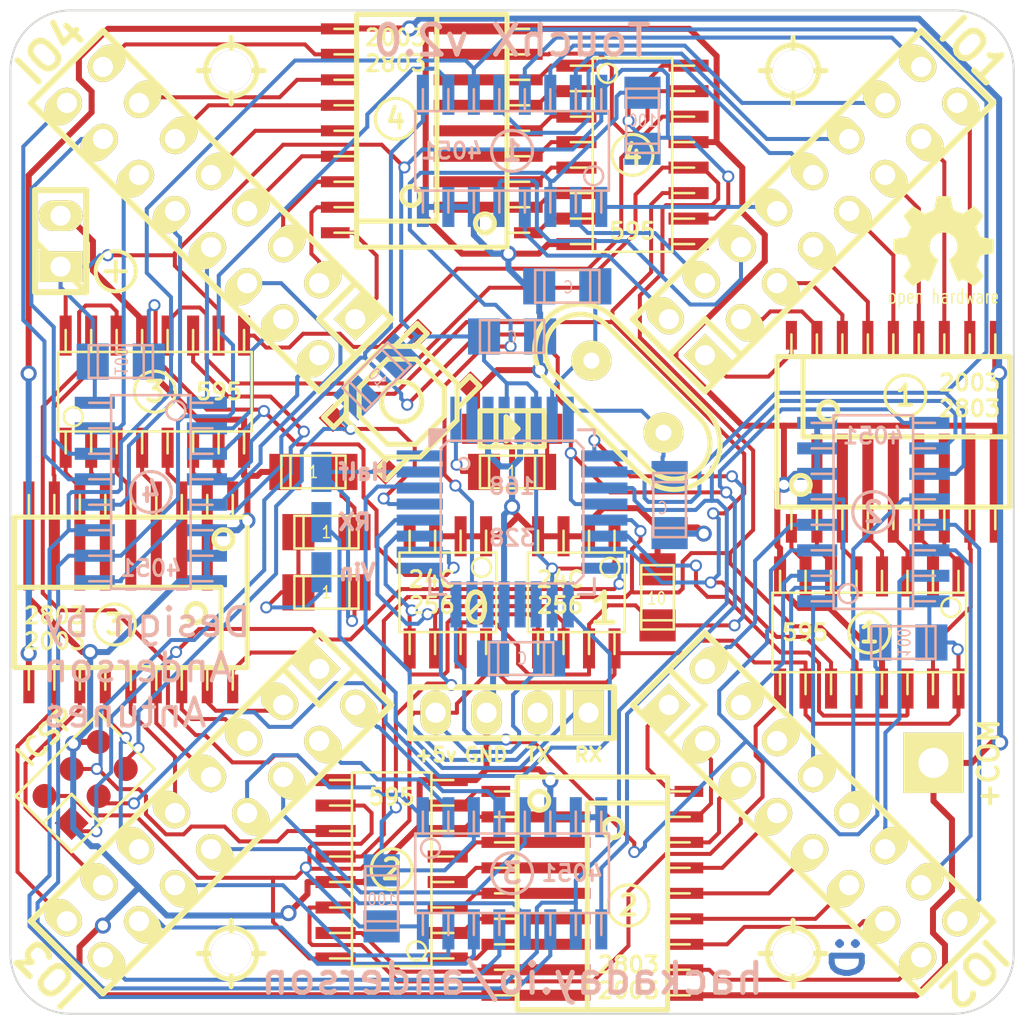
<source format=kicad_pcb>
(kicad_pcb (version 4) (host pcbnew "(2015-05-13 BZR 5653)-product")
  (title_block (title "Touch-X Dev Board v2.0") (date "Sat May 30 2015") (rev 2) (company "Copyright 2015 Anderson de Oliveira Antunes") (comment 2 "Copyrights: CC-BY-SA 4.0 Patents: Apache 2.0") (comment 3 "You must keep the attribution on the PCB and schematic and in the firmware files, as is."))
  (layers (0 F.Cu signal) (31 B.Cu signal) (36 B.SilkS user) (37 F.SilkS user) (38 B.Mask user) (39 F.Mask user) (44 Edge.Cuts user))
  (net 0 "")
  (net 1 "Net-(C1-Pad2)")
  (net 2 "Net-(C2-Pad2)")
  (net 3 "Net-(D1-Pad2)")
  (net 4 LED)
  (net 5 I2C_WP)
  (net 6 MUX_A)
  (net 7 MUX_B)
  (net 8 MUX_C)
  (net 9 ST_CLK)
  (net 10 SHIFT_IN)
  (net 11 SH_CLK/MOSI)
  (net 12 MISO)
  (net 13 SCK)
  (net 14 MUX_Z1)
  (net 15 MUX_Z2)
  (net 16 MUX_Z3)
  (net 17 MUX_Z4)
  (net 18 I2C_SDA)
  (net 19 I2C_SCL)
  (net 20 RESET)
  (net 21 TX)
  (net 22 RX)
  (net 23 "Net-(JP1-Pad1)")
  (net 24 "Net-(JP1-Pad2)")
  (net 25 "Net-(R8-Pad1)")
  (net 26 "Net-(U2-Pad1)")
  (net 27 "Net-(U2-Pad2)")
  (net 28 "Net-(U2-Pad3)")
  (net 29 "Net-(U2-Pad4)")
  (net 30 "Net-(U2-Pad5)")
  (net 31 "Net-(U2-Pad6)")
  (net 32 "Net-(U2-Pad7)")
  (net 33 "Net-(U2-Pad8)")
  (net 34 SH1_OUT)
  (net 35 "Net-(U5-Pad1)")
  (net 36 "Net-(U5-Pad2)")
  (net 37 "Net-(U5-Pad3)")
  (net 38 "Net-(U5-Pad4)")
  (net 39 "Net-(U5-Pad5)")
  (net 40 "Net-(U5-Pad6)")
  (net 41 "Net-(U5-Pad7)")
  (net 42 "Net-(U5-Pad8)")
  (net 43 SH2_OUT)
  (net 44 "Net-(U8-Pad1)")
  (net 45 "Net-(U8-Pad2)")
  (net 46 "Net-(U8-Pad3)")
  (net 47 "Net-(U8-Pad4)")
  (net 48 "Net-(U8-Pad5)")
  (net 49 "Net-(U8-Pad6)")
  (net 50 "Net-(U8-Pad7)")
  (net 51 "Net-(U8-Pad8)")
  (net 52 SH3_OUT)
  (net 53 "Net-(U11-Pad1)")
  (net 54 "Net-(U11-Pad2)")
  (net 55 "Net-(U11-Pad3)")
  (net 56 "Net-(U11-Pad4)")
  (net 57 "Net-(U11-Pad5)")
  (net 58 "Net-(U11-Pad6)")
  (net 59 "Net-(U11-Pad7)")
  (net 60 "Net-(U11-Pad8)")
  (net 61 "Net-(PIO1-Pad1)")
  (net 62 "Net-(PIO1-Pad2)")
  (net 63 "Net-(PIO1-Pad3)")
  (net 64 "Net-(PIO1-Pad4)")
  (net 65 "Net-(PIO1-Pad5)")
  (net 66 "Net-(PIO1-Pad6)")
  (net 67 "Net-(PIO1-Pad7)")
  (net 68 "Net-(PIO1-Pad8)")
  (net 69 "Net-(PIO1-Pad9)")
  (net 70 "Net-(PIO1-Pad10)")
  (net 71 "Net-(PIO1-Pad11)")
  (net 72 "Net-(PIO1-Pad12)")
  (net 73 "Net-(PIO1-Pad13)")
  (net 74 "Net-(PIO1-Pad14)")
  (net 75 "Net-(PIO1-Pad15)")
  (net 76 "Net-(PIO1-Pad16)")
  (net 77 "Net-(PIO2-Pad1)")
  (net 78 "Net-(PIO2-Pad2)")
  (net 79 "Net-(PIO2-Pad3)")
  (net 80 "Net-(PIO2-Pad4)")
  (net 81 "Net-(PIO2-Pad5)")
  (net 82 "Net-(PIO2-Pad6)")
  (net 83 "Net-(PIO2-Pad7)")
  (net 84 "Net-(PIO2-Pad8)")
  (net 85 "Net-(PIO2-Pad9)")
  (net 86 "Net-(PIO2-Pad10)")
  (net 87 "Net-(PIO2-Pad11)")
  (net 88 "Net-(PIO2-Pad12)")
  (net 89 "Net-(PIO2-Pad13)")
  (net 90 "Net-(PIO2-Pad14)")
  (net 91 "Net-(PIO2-Pad15)")
  (net 92 "Net-(PIO2-Pad16)")
  (net 93 "Net-(PIO3-Pad1)")
  (net 94 "Net-(PIO3-Pad2)")
  (net 95 "Net-(PIO3-Pad3)")
  (net 96 "Net-(PIO3-Pad4)")
  (net 97 "Net-(PIO3-Pad5)")
  (net 98 "Net-(PIO3-Pad6)")
  (net 99 "Net-(PIO3-Pad7)")
  (net 100 "Net-(PIO3-Pad8)")
  (net 101 "Net-(PIO3-Pad9)")
  (net 102 "Net-(PIO3-Pad10)")
  (net 103 "Net-(PIO3-Pad11)")
  (net 104 "Net-(PIO3-Pad12)")
  (net 105 "Net-(PIO3-Pad13)")
  (net 106 "Net-(PIO3-Pad14)")
  (net 107 "Net-(PIO3-Pad15)")
  (net 108 "Net-(PIO3-Pad16)")
  (net 109 "Net-(PIO4-Pad1)")
  (net 110 "Net-(PIO4-Pad2)")
  (net 111 "Net-(PIO4-Pad3)")
  (net 112 "Net-(PIO4-Pad4)")
  (net 113 "Net-(PIO4-Pad5)")
  (net 114 "Net-(PIO4-Pad6)")
  (net 115 "Net-(PIO4-Pad7)")
  (net 116 "Net-(PIO4-Pad8)")
  (net 117 "Net-(PIO4-Pad9)")
  (net 118 "Net-(PIO4-Pad10)")
  (net 119 "Net-(PIO4-Pad11)")
  (net 120 "Net-(PIO4-Pad12)")
  (net 121 "Net-(PIO4-Pad13)")
  (net 122 "Net-(PIO4-Pad14)")
  (net 123 "Net-(PIO4-Pad15)")
  (net 124 "Net-(PIO4-Pad16)")
  (net 125 GND)
  (net 126 VCOM)
  (net 127 +5V)
  (module w_pin_strip:pin_socket_8x2 (layer F.Cu) (at 120.1 78.9 315)
    (fp_text reference PIO2 hide)
    (fp_text value CONN_02X08 hide)
    (pad 1 thru_hole rect (at -8.89 1.27 315) (size 1.524 1.99898) (drill 1.00076 (offset 0 0.24892)) (layers *.Cu *.Mask F.SilkS) (net 77 "Net-(PIO2-Pad1)"))
    (pad 2 thru_hole oval (at -8.89 -1.27 315) (size 1.524 1.99898) (drill 1.00076 (offset 0 -0.24892)) (layers *.Cu *.Mask F.SilkS) (net 78 "Net-(PIO2-Pad2)"))
    (pad 3 thru_hole oval (at -6.35 1.27 315) (size 1.524 1.99898) (drill 1.00076 (offset 0 0.24892)) (layers *.Cu *.Mask F.SilkS) (net 79 "Net-(PIO2-Pad3)"))
    (pad 4 thru_hole oval (at -6.35 -1.27 315) (size 1.524 1.99898) (drill 1.00076 (offset 0 -0.24892)) (layers *.Cu *.Mask F.SilkS) (net 80 "Net-(PIO2-Pad4)"))
    (pad 5 thru_hole oval (at -3.81 1.27 315) (size 1.524 1.99898) (drill 1.00076 (offset 0 0.24892)) (layers *.Cu *.Mask F.SilkS) (net 81 "Net-(PIO2-Pad5)"))
    (pad 6 thru_hole oval (at -3.81 -1.27 315) (size 1.524 1.99898) (drill 1.00076 (offset 0 -0.24892)) (layers *.Cu *.Mask F.SilkS) (net 82 "Net-(PIO2-Pad6)"))
    (pad 7 thru_hole oval (at -1.27 1.27 315) (size 1.524 1.99898) (drill 1.00076 (offset 0 0.24892)) (layers *.Cu *.Mask F.SilkS) (net 83 "Net-(PIO2-Pad7)"))
    (pad 8 thru_hole oval (at -1.27 -1.27 315) (size 1.524 1.99898) (drill 1.00076 (offset 0 -0.24892)) (layers *.Cu *.Mask F.SilkS) (net 84 "Net-(PIO2-Pad8)"))
    (pad 9 thru_hole oval (at 1.27 1.27 315) (size 1.524 1.99898) (drill 1.00076 (offset 0 0.24892)) (layers *.Cu *.Mask F.SilkS) (net 85 "Net-(PIO2-Pad9)"))
    (pad 10 thru_hole oval (at 1.27 -1.27 315) (size 1.524 1.99898) (drill 1.00076 (offset 0 -0.24892)) (layers *.Cu *.Mask F.SilkS) (net 86 "Net-(PIO2-Pad10)"))
    (pad 11 thru_hole oval (at 3.81 1.27 315) (size 1.524 1.99898) (drill 1.00076 (offset 0 0.24892)) (layers *.Cu *.Mask F.SilkS) (net 87 "Net-(PIO2-Pad11)"))
    (pad 12 thru_hole oval (at 3.81 -1.27 315) (size 1.524 1.99898) (drill 1.00076 (offset 0 -0.24892)) (layers *.Cu *.Mask F.SilkS) (net 88 "Net-(PIO2-Pad12)"))
    (pad 13 thru_hole oval (at 6.35 1.27 315) (size 1.524 1.99898) (drill 1.00076 (offset 0 0.24892)) (layers *.Cu *.Mask F.SilkS) (net 89 "Net-(PIO2-Pad13)"))
    (pad 14 thru_hole oval (at 6.35 -1.27 315) (size 1.524 1.99898) (drill 1.00076 (offset 0 -0.24892)) (layers *.Cu *.Mask F.SilkS) (net 90 "Net-(PIO2-Pad14)"))
    (pad 15 thru_hole oval (at 8.89 1.27 315) (size 1.524 1.99898) (drill 1.00076 (offset 0 0.24892)) (layers *.Cu *.Mask F.SilkS) (net 91 "Net-(PIO2-Pad15)"))
    (pad 16 thru_hole oval (at 8.89 -1.27 315) (size 1.524 1.99898) (drill 1.00076 (offset 0 -0.24892)) (layers *.Cu *.Mask F.SilkS) (net 92 "Net-(PIO2-Pad16)"))
  )
  (module w_pin_strip:pin_socket_8x2 (layer F.Cu) (at 90.1 48.9 135)
    (fp_text reference PIO4 hide)
    (fp_text value CONN_02X08 hide)
    (pad 1 thru_hole rect (at -8.89 1.27 135) (size 1.524 1.99898) (drill 1.00076 (offset 0 0.24892)) (layers *.Cu *.Mask F.SilkS) (net 109 "Net-(PIO4-Pad1)"))
    (pad 2 thru_hole oval (at -8.89 -1.27 135) (size 1.524 1.99898) (drill 1.00076 (offset 0 -0.24892)) (layers *.Cu *.Mask F.SilkS) (net 110 "Net-(PIO4-Pad2)"))
    (pad 3 thru_hole oval (at -6.35 1.27 135) (size 1.524 1.99898) (drill 1.00076 (offset 0 0.24892)) (layers *.Cu *.Mask F.SilkS) (net 111 "Net-(PIO4-Pad3)"))
    (pad 4 thru_hole oval (at -6.35 -1.27 135) (size 1.524 1.99898) (drill 1.00076 (offset 0 -0.24892)) (layers *.Cu *.Mask F.SilkS) (net 112 "Net-(PIO4-Pad4)"))
    (pad 5 thru_hole oval (at -3.81 1.27 135) (size 1.524 1.99898) (drill 1.00076 (offset 0 0.24892)) (layers *.Cu *.Mask F.SilkS) (net 113 "Net-(PIO4-Pad5)"))
    (pad 6 thru_hole oval (at -3.81 -1.27 135) (size 1.524 1.99898) (drill 1.00076 (offset 0 -0.24892)) (layers *.Cu *.Mask F.SilkS) (net 114 "Net-(PIO4-Pad6)"))
    (pad 7 thru_hole oval (at -1.27 1.27 135) (size 1.524 1.99898) (drill 1.00076 (offset 0 0.24892)) (layers *.Cu *.Mask F.SilkS) (net 115 "Net-(PIO4-Pad7)"))
    (pad 8 thru_hole oval (at -1.27 -1.27 135) (size 1.524 1.99898) (drill 1.00076 (offset 0 -0.24892)) (layers *.Cu *.Mask F.SilkS) (net 116 "Net-(PIO4-Pad8)"))
    (pad 9 thru_hole oval (at 1.27 1.27 135) (size 1.524 1.99898) (drill 1.00076 (offset 0 0.24892)) (layers *.Cu *.Mask F.SilkS) (net 117 "Net-(PIO4-Pad9)"))
    (pad 10 thru_hole oval (at 1.27 -1.27 135) (size 1.524 1.99898) (drill 1.00076 (offset 0 -0.24892)) (layers *.Cu *.Mask F.SilkS) (net 118 "Net-(PIO4-Pad10)"))
    (pad 11 thru_hole oval (at 3.81 1.27 135) (size 1.524 1.99898) (drill 1.00076 (offset 0 0.24892)) (layers *.Cu *.Mask F.SilkS) (net 119 "Net-(PIO4-Pad11)"))
    (pad 12 thru_hole oval (at 3.81 -1.27 135) (size 1.524 1.99898) (drill 1.00076 (offset 0 -0.24892)) (layers *.Cu *.Mask F.SilkS) (net 120 "Net-(PIO4-Pad12)"))
    (pad 13 thru_hole oval (at 6.35 1.27 135) (size 1.524 1.99898) (drill 1.00076 (offset 0 0.24892)) (layers *.Cu *.Mask F.SilkS) (net 121 "Net-(PIO4-Pad13)"))
    (pad 14 thru_hole oval (at 6.35 -1.27 135) (size 1.524 1.99898) (drill 1.00076 (offset 0 -0.24892)) (layers *.Cu *.Mask F.SilkS) (net 122 "Net-(PIO4-Pad14)"))
    (pad 15 thru_hole oval (at 8.89 1.27 135) (size 1.524 1.99898) (drill 1.00076 (offset 0 0.24892)) (layers *.Cu *.Mask F.SilkS) (net 123 "Net-(PIO4-Pad15)"))
    (pad 16 thru_hole oval (at 8.89 -1.27 135) (size 1.524 1.99898) (drill 1.00076 (offset 0 -0.24892)) (layers *.Cu *.Mask F.SilkS) (net 124 "Net-(PIO4-Pad16)"))
  )
  (module w_pin_strip:pin_socket_8x2 (layer F.Cu) (at 90.1 78.9 225)
    (fp_text reference PIO3 hide)
    (fp_text value CONN_02X08 hide)
    (pad 1 thru_hole rect (at -8.89 1.27 225) (size 1.524 1.99898) (drill 1.00076 (offset 0 0.24892)) (layers *.Cu *.Mask F.SilkS) (net 93 "Net-(PIO3-Pad1)"))
    (pad 2 thru_hole oval (at -8.89 -1.27 225) (size 1.524 1.99898) (drill 1.00076 (offset 0 -0.24892)) (layers *.Cu *.Mask F.SilkS) (net 94 "Net-(PIO3-Pad2)"))
    (pad 3 thru_hole oval (at -6.35 1.27 225) (size 1.524 1.99898) (drill 1.00076 (offset 0 0.24892)) (layers *.Cu *.Mask F.SilkS) (net 95 "Net-(PIO3-Pad3)"))
    (pad 4 thru_hole oval (at -6.35 -1.27 225) (size 1.524 1.99898) (drill 1.00076 (offset 0 -0.24892)) (layers *.Cu *.Mask F.SilkS) (net 96 "Net-(PIO3-Pad4)"))
    (pad 5 thru_hole oval (at -3.81 1.27 225) (size 1.524 1.99898) (drill 1.00076 (offset 0 0.24892)) (layers *.Cu *.Mask F.SilkS) (net 97 "Net-(PIO3-Pad5)"))
    (pad 6 thru_hole oval (at -3.81 -1.27 225) (size 1.524 1.99898) (drill 1.00076 (offset 0 -0.24892)) (layers *.Cu *.Mask F.SilkS) (net 98 "Net-(PIO3-Pad6)"))
    (pad 7 thru_hole oval (at -1.27 1.27 225) (size 1.524 1.99898) (drill 1.00076 (offset 0 0.24892)) (layers *.Cu *.Mask F.SilkS) (net 99 "Net-(PIO3-Pad7)"))
    (pad 8 thru_hole oval (at -1.27 -1.27 225) (size 1.524 1.99898) (drill 1.00076 (offset 0 -0.24892)) (layers *.Cu *.Mask F.SilkS) (net 100 "Net-(PIO3-Pad8)"))
    (pad 9 thru_hole oval (at 1.27 1.27 225) (size 1.524 1.99898) (drill 1.00076 (offset 0 0.24892)) (layers *.Cu *.Mask F.SilkS) (net 101 "Net-(PIO3-Pad9)"))
    (pad 10 thru_hole oval (at 1.27 -1.27 225) (size 1.524 1.99898) (drill 1.00076 (offset 0 -0.24892)) (layers *.Cu *.Mask F.SilkS) (net 102 "Net-(PIO3-Pad10)"))
    (pad 11 thru_hole oval (at 3.81 1.27 225) (size 1.524 1.99898) (drill 1.00076 (offset 0 0.24892)) (layers *.Cu *.Mask F.SilkS) (net 103 "Net-(PIO3-Pad11)"))
    (pad 12 thru_hole oval (at 3.81 -1.27 225) (size 1.524 1.99898) (drill 1.00076 (offset 0 -0.24892)) (layers *.Cu *.Mask F.SilkS) (net 104 "Net-(PIO3-Pad12)"))
    (pad 13 thru_hole oval (at 6.35 1.27 225) (size 1.524 1.99898) (drill 1.00076 (offset 0 0.24892)) (layers *.Cu *.Mask F.SilkS) (net 105 "Net-(PIO3-Pad13)"))
    (pad 14 thru_hole oval (at 6.35 -1.27 225) (size 1.524 1.99898) (drill 1.00076 (offset 0 -0.24892)) (layers *.Cu *.Mask F.SilkS) (net 106 "Net-(PIO3-Pad14)"))
    (pad 15 thru_hole oval (at 8.89 1.27 225) (size 1.524 1.99898) (drill 1.00076 (offset 0 0.24892)) (layers *.Cu *.Mask F.SilkS) (net 107 "Net-(PIO3-Pad15)"))
    (pad 16 thru_hole oval (at 8.89 -1.27 225) (size 1.524 1.99898) (drill 1.00076 (offset 0 -0.24892)) (layers *.Cu *.Mask F.SilkS) (net 108 "Net-(PIO3-Pad16)"))
  )
  (module w_pin_strip:pin_socket_8x2 (layer F.Cu) (at 120.1 48.9 45)
    (fp_text reference PIO1 hide)
    (fp_text value CONN_02X08 hide)
    (pad 1 thru_hole rect (at -8.89 1.27 45) (size 1.524 1.99898) (drill 1.00076 (offset 0 0.24892)) (layers *.Cu *.Mask F.SilkS) (net 61 "Net-(PIO1-Pad1)"))
    (pad 2 thru_hole oval (at -8.89 -1.27 45) (size 1.524 1.99898) (drill 1.00076 (offset 0 -0.24892)) (layers *.Cu *.Mask F.SilkS) (net 62 "Net-(PIO1-Pad2)"))
    (pad 3 thru_hole oval (at -6.35 1.27 45) (size 1.524 1.99898) (drill 1.00076 (offset 0 0.24892)) (layers *.Cu *.Mask F.SilkS) (net 63 "Net-(PIO1-Pad3)"))
    (pad 4 thru_hole oval (at -6.35 -1.27 45) (size 1.524 1.99898) (drill 1.00076 (offset 0 -0.24892)) (layers *.Cu *.Mask F.SilkS) (net 64 "Net-(PIO1-Pad4)"))
    (pad 5 thru_hole oval (at -3.81 1.27 45) (size 1.524 1.99898) (drill 1.00076 (offset 0 0.24892)) (layers *.Cu *.Mask F.SilkS) (net 65 "Net-(PIO1-Pad5)"))
    (pad 6 thru_hole oval (at -3.81 -1.27 45) (size 1.524 1.99898) (drill 1.00076 (offset 0 -0.24892)) (layers *.Cu *.Mask F.SilkS) (net 66 "Net-(PIO1-Pad6)"))
    (pad 7 thru_hole oval (at -1.27 1.27 45) (size 1.524 1.99898) (drill 1.00076 (offset 0 0.24892)) (layers *.Cu *.Mask F.SilkS) (net 67 "Net-(PIO1-Pad7)"))
    (pad 8 thru_hole oval (at -1.27 -1.27 45) (size 1.524 1.99898) (drill 1.00076 (offset 0 -0.24892)) (layers *.Cu *.Mask F.SilkS) (net 68 "Net-(PIO1-Pad8)"))
    (pad 9 thru_hole oval (at 1.27 1.27 45) (size 1.524 1.99898) (drill 1.00076 (offset 0 0.24892)) (layers *.Cu *.Mask F.SilkS) (net 69 "Net-(PIO1-Pad9)"))
    (pad 10 thru_hole oval (at 1.27 -1.27 45) (size 1.524 1.99898) (drill 1.00076 (offset 0 -0.24892)) (layers *.Cu *.Mask F.SilkS) (net 70 "Net-(PIO1-Pad10)"))
    (pad 11 thru_hole oval (at 3.81 1.27 45) (size 1.524 1.99898) (drill 1.00076 (offset 0 0.24892)) (layers *.Cu *.Mask F.SilkS) (net 71 "Net-(PIO1-Pad11)"))
    (pad 12 thru_hole oval (at 3.81 -1.27 45) (size 1.524 1.99898) (drill 1.00076 (offset 0 -0.24892)) (layers *.Cu *.Mask F.SilkS) (net 72 "Net-(PIO1-Pad12)"))
    (pad 13 thru_hole oval (at 6.35 1.27 45) (size 1.524 1.99898) (drill 1.00076 (offset 0 0.24892)) (layers *.Cu *.Mask F.SilkS) (net 73 "Net-(PIO1-Pad13)"))
    (pad 14 thru_hole oval (at 6.35 -1.27 45) (size 1.524 1.99898) (drill 1.00076 (offset 0 -0.24892)) (layers *.Cu *.Mask F.SilkS) (net 74 "Net-(PIO1-Pad14)"))
    (pad 15 thru_hole oval (at 8.89 1.27 45) (size 1.524 1.99898) (drill 1.00076 (offset 0 0.24892)) (layers *.Cu *.Mask F.SilkS) (net 75 "Net-(PIO1-Pad15)"))
    (pad 16 thru_hole oval (at 8.89 -1.27 45) (size 1.524 1.99898) (drill 1.00076 (offset 0 -0.24892)) (layers *.Cu *.Mask F.SilkS) (net 76 "Net-(PIO1-Pad16)"))
  )
  (module w_pin_strip:pin_strip_2 (layer F.Cu) (at 82.6 50.4 90)
    (fp_text reference PWR1 hide)
    (fp_text value CONN_01X02 hide)
    (pad 1 thru_hole rect (at -1.27 0 90) (size 1.524 2.19964) (drill 1.00076) (layers *.Cu *.Mask F.SilkS) (net 127 +5V))
    (pad 2 thru_hole oval (at 1.27 0 90) (size 1.524 2.19964) (drill 1.00076) (layers *.Cu *.Mask F.SilkS) (net 125 GND))
  )
  (module w_smd_cap:c_1206 (layer B.Cu) (at 107.85 52.65 180)
    (fp_text reference C1 hide)
    (fp_text value 22pF hide)
    (pad 1 smd rect (at 1.397 0 180) (size 1.6002 1.8034) (layers B.Cu B.Mask) (net 125 GND))
    (pad 2 smd rect (at -1.397 0 180) (size 1.6002 1.8034) (layers B.Cu B.Mask) (net 1 "Net-(C1-Pad2)"))
  )
  (module w_smd_cap:c_1206 (layer B.Cu) (at 112.95 63.55 270)
    (fp_text reference C2 hide)
    (fp_text value 22pF hide)
    (pad 1 smd rect (at 1.397 0 270) (size 1.6002 1.8034) (layers B.Cu B.Mask) (net 125 GND))
    (pad 2 smd rect (at -1.397 0 270) (size 1.6002 1.8034) (layers B.Cu B.Mask) (net 2 "Net-(C2-Pad2)"))
  )
  (module w_smd_cap:c_1206 (layer B.Cu) (at 105.55 71.2 180)
    (fp_text reference C_AVCC1 hide)
    (fp_text value 22pF hide)
    (pad 1 smd rect (at 1.397 0 180) (size 1.6002 1.8034) (layers B.Cu B.Mask) (net 125 GND))
    (pad 2 smd rect (at -1.397 0 180) (size 1.6002 1.8034) (layers B.Cu B.Mask) (net 127 +5V))
  )
  (module w_smd_cap:c_1206 (layer B.Cu) (at 105.1 55.15)
    (fp_text reference C_VCC1 hide)
    (fp_text value 22pF hide)
    (pad 1 smd rect (at 1.397 0) (size 1.6002 1.8034) (layers B.Cu B.Mask) (net 125 GND))
    (pad 2 smd rect (at -1.397 0) (size 1.6002 1.8034) (layers B.Cu B.Mask) (net 127 +5V))
  )
  (module w_smd_dil:so-8 (layer F.Cu) (at 101.9 67.9 180)
    (fp_text reference IC2 hide)
    (fp_text value 24C256 hide)
    (pad 1 smd rect (at -1.905 2.794 180) (size 0.59944 1.99898) (layers F.Cu F.Mask) (net 125 GND))
    (pad 2 smd rect (at -0.635 2.794 180) (size 0.59944 1.99898) (layers F.Cu F.Mask) (net 125 GND))
    (pad 3 smd rect (at 0.635 2.794 180) (size 0.59944 1.99898) (layers F.Cu F.Mask) (net 125 GND))
    (pad 4 smd rect (at 1.905 2.794 180) (size 0.59944 1.99898) (layers F.Cu F.Mask) (net 125 GND))
    (pad 5 smd rect (at 1.905 -2.794 180) (size 0.59944 1.99898) (layers F.Cu F.Mask) (net 18 I2C_SDA))
    (pad 6 smd rect (at 0.635 -2.794 180) (size 0.59944 1.99898) (layers F.Cu F.Mask) (net 19 I2C_SCL))
    (pad 7 smd rect (at -0.635 -2.794 180) (size 0.59944 1.99898) (layers F.Cu F.Mask) (net 5 I2C_WP))
    (pad 8 smd rect (at -1.905 -2.794 180) (size 0.59944 1.99898) (layers F.Cu F.Mask) (net 127 +5V))
  )
  (module w_smd_dil:so-8 (layer F.Cu) (at 108.3 67.9 180)
    (fp_text reference IC3 hide)
    (fp_text value 24C256 hide)
    (pad 1 smd rect (at -1.905 2.794 180) (size 0.59944 1.99898) (layers F.Cu F.Mask) (net 127 +5V))
    (pad 2 smd rect (at -0.635 2.794 180) (size 0.59944 1.99898) (layers F.Cu F.Mask) (net 125 GND))
    (pad 3 smd rect (at 0.635 2.794 180) (size 0.59944 1.99898) (layers F.Cu F.Mask) (net 125 GND))
    (pad 4 smd rect (at 1.905 2.794 180) (size 0.59944 1.99898) (layers F.Cu F.Mask) (net 125 GND))
    (pad 5 smd rect (at 1.905 -2.794 180) (size 0.59944 1.99898) (layers F.Cu F.Mask) (net 18 I2C_SDA))
    (pad 6 smd rect (at 0.635 -2.794 180) (size 0.59944 1.99898) (layers F.Cu F.Mask) (net 19 I2C_SCL))
    (pad 7 smd rect (at -0.635 -2.794 180) (size 0.59944 1.99898) (layers F.Cu F.Mask) (net 5 I2C_WP))
    (pad 8 smd rect (at -1.905 -2.794 180) (size 0.59944 1.99898) (layers F.Cu F.Mask) (net 127 +5V))
  )
  (module etc:NetTie-II_SMD (layer B.Cu) (at 95.6 64.4 90)
    (fp_text reference JP1 hide)
    (fp_text value JUMPER3 hide)
    (pad 1 smd rect (at -2.5 0 90) (size 1.99898 1) (layers B.Cu B.Mask) (net 23 "Net-(JP1-Pad1)"))
    (pad 2 smd rect (at 0 0 90) (size 1.99898 1) (layers B.Cu B.Mask) (net 24 "Net-(JP1-Pad2)"))
    (pad 3 smd rect (at 2.5 0 90) (size 1.99898 1) (layers B.Cu B.Mask) (net 22 RX))
  )
  (module w_smd_resistors:r_1206 (layer B.Cu) (at 111.6 44.4 90)
    (fp_text reference R1 hide)
    (fp_text value 100K hide)
    (pad 1 smd rect (at 1.397 0 90) (size 1.6002 1.8034) (layers B.Cu B.Mask) (net 14 MUX_Z1))
    (pad 2 smd rect (at -1.397 0 90) (size 1.6002 1.8034) (layers B.Cu B.Mask) (net 127 +5V))
  )
  (module w_smd_resistors:r_1206 (layer F.Cu) (at 112.35 68.15 90)
    (fp_text reference R2 hide)
    (fp_text value 10K hide)
    (pad 1 smd rect (at 1.397 0 90) (size 1.6002 1.8034) (layers F.Cu F.Mask) (net 125 GND))
    (pad 2 smd rect (at -1.397 0 90) (size 1.6002 1.8034) (layers F.Cu F.Mask) (net 5 I2C_WP))
  )
  (module w_smd_resistors:r_1206 (layer B.Cu) (at 124.6 70.4 180)
    (fp_text reference R3 hide)
    (fp_text value 100K hide)
    (pad 1 smd rect (at 1.397 0 180) (size 1.6002 1.8034) (layers B.Cu B.Mask) (net 15 MUX_Z2))
    (pad 2 smd rect (at -1.397 0 180) (size 1.6002 1.8034) (layers B.Cu B.Mask) (net 127 +5V))
  )
  (module w_smd_resistors:r_1206 (layer B.Cu) (at 98.35 57.15 225)
    (fp_text reference R4 hide)
    (fp_text value 10K hide)
    (pad 1 smd rect (at 1.397 0 225) (size 1.6002 1.8034) (layers B.Cu B.Mask) (net 20 RESET))
    (pad 2 smd rect (at -1.397 0 225) (size 1.6002 1.8034) (layers B.Cu B.Mask) (net 127 +5V))
  )
  (module w_smd_resistors:r_1206 (layer F.Cu) (at 105.1 61.9)
    (fp_text reference R5 hide)
    (fp_text value 1K hide)
    (pad 1 smd rect (at 1.397 0) (size 1.6002 1.8034) (layers F.Cu F.Mask) (net 3 "Net-(D1-Pad2)"))
    (pad 2 smd rect (at -1.397 0) (size 1.6002 1.8034) (layers F.Cu F.Mask) (net 4 LED))
  )
  (module w_smd_resistors:r_1206 (layer B.Cu) (at 98.6 83.15 90)
    (fp_text reference R6 hide)
    (fp_text value 100K hide)
    (pad 1 smd rect (at 1.397 0 90) (size 1.6002 1.8034) (layers B.Cu B.Mask) (net 16 MUX_Z3))
    (pad 2 smd rect (at -1.397 0 90) (size 1.6002 1.8034) (layers B.Cu B.Mask) (net 127 +5V))
  )
  (module w_smd_resistors:r_1206 (layer F.Cu) (at 95.85 67.9)
    (fp_text reference R7 hide)
    (fp_text value 1K hide)
    (pad 1 smd rect (at 1.397 0) (size 1.6002 1.8034) (layers F.Cu F.Mask) (net 22 RX))
    (pad 2 smd rect (at -1.397 0) (size 1.6002 1.8034) (layers F.Cu F.Mask) (net 23 "Net-(JP1-Pad1)"))
  )
  (module w_smd_resistors:r_1206 (layer F.Cu) (at 95.85 64.9)
    (fp_text reference R8 hide)
    (fp_text value 1K hide)
    (pad 1 smd rect (at 1.397 0) (size 1.6002 1.8034) (layers F.Cu F.Mask) (net 25 "Net-(R8-Pad1)"))
    (pad 2 smd rect (at -1.397 0) (size 1.6002 1.8034) (layers F.Cu F.Mask) (net 23 "Net-(JP1-Pad1)"))
  )
  (module w_smd_resistors:r_1206 (layer F.Cu) (at 95.2 61.9 180)
    (fp_text reference R9 hide)
    (fp_text value 1K hide)
    (pad 1 smd rect (at 1.397 0 180) (size 1.6002 1.8034) (layers F.Cu F.Mask) (net 125 GND))
    (pad 2 smd rect (at -1.397 0 180) (size 1.6002 1.8034) (layers F.Cu F.Mask) (net 25 "Net-(R8-Pad1)"))
  )
  (module w_smd_resistors:r_1206 (layer B.Cu) (at 85.6 56.4)
    (fp_text reference R10 hide)
    (fp_text value 100K hide)
    (pad 1 smd rect (at 1.397 0) (size 1.6002 1.8034) (layers B.Cu B.Mask) (net 17 MUX_Z4))
    (pad 2 smd rect (at -1.397 0) (size 1.6002 1.8034) (layers B.Cu B.Mask) (net 127 +5V))
  )
  (module w_switch:smd_push2 (layer F.Cu) (at 99.6 58.4 45)
    (fp_text reference SW1 hide)
    (fp_text value SW_PUSH hide)
    (pad 1 smd rect (at -2.99974 -1.84912 45) (size 1.00076 1.00076) (layers F.Cu F.Mask) (net 20 RESET))
    (pad 2 smd rect (at 2.99974 1.84912 45) (size 1.00076 1.00076) (layers F.Cu F.Mask) (net 125 GND))
    (pad 3 smd rect (at -2.99974 1.84912 45) (size 1.00076 1.00076) (layers F.Cu F.Mask))
    (pad 4 smd rect (at 2.99974 -1.84912 45) (size 1.00076 1.00076) (layers F.Cu F.Mask))
  )
  (module w_smd_dil:so-16 (layer B.Cu) (at 105.1 45.9 180)
    (fp_text reference U1 hide)
    (fp_text value 4051 hide)
    (pad 1 smd rect (at -4.445 -2.794 180) (size 0.59944 1.99898) (layers B.Cu B.Mask) (net 68 "Net-(PIO1-Pad8)"))
    (pad 2 smd rect (at -3.175 -2.794 180) (size 0.59944 1.99898) (layers B.Cu B.Mask) (net 64 "Net-(PIO1-Pad4)"))
    (pad 3 smd rect (at -1.905 -2.794 180) (size 0.59944 1.99898) (layers B.Cu B.Mask) (net 14 MUX_Z1))
    (pad 4 smd rect (at -0.635 -2.794 180) (size 0.59944 1.99898) (layers B.Cu B.Mask) (net 62 "Net-(PIO1-Pad2)"))
    (pad 5 smd rect (at 0.635 -2.794 180) (size 0.59944 1.99898) (layers B.Cu B.Mask) (net 66 "Net-(PIO1-Pad6)"))
    (pad 6 smd rect (at 1.905 -2.794 180) (size 0.59944 1.99898) (layers B.Cu B.Mask) (net 125 GND))
    (pad 7 smd rect (at 3.175 -2.794 180) (size 0.59944 1.99898) (layers B.Cu B.Mask) (net 125 GND))
    (pad 8 smd rect (at 4.445 -2.794 180) (size 0.59944 1.99898) (layers B.Cu B.Mask) (net 125 GND))
    (pad 9 smd rect (at 4.445 2.794 180) (size 0.59944 1.99898) (layers B.Cu B.Mask) (net 8 MUX_C))
    (pad 10 smd rect (at 3.175 2.794 180) (size 0.59944 1.99898) (layers B.Cu B.Mask) (net 7 MUX_B))
    (pad 11 smd rect (at 1.905 2.794 180) (size 0.59944 1.99898) (layers B.Cu B.Mask) (net 6 MUX_A))
    (pad 12 smd rect (at 0.635 2.794 180) (size 0.59944 1.99898) (layers B.Cu B.Mask) (net 70 "Net-(PIO1-Pad10)"))
    (pad 13 smd rect (at -0.635 2.794 180) (size 0.59944 1.99898) (layers B.Cu B.Mask) (net 76 "Net-(PIO1-Pad16)"))
    (pad 14 smd rect (at -1.905 2.794 180) (size 0.59944 1.99898) (layers B.Cu B.Mask) (net 74 "Net-(PIO1-Pad14)"))
    (pad 15 smd rect (at -3.175 2.794 180) (size 0.59944 1.99898) (layers B.Cu B.Mask) (net 72 "Net-(PIO1-Pad12)"))
    (pad 16 smd rect (at -4.445 2.794 180) (size 0.59944 1.99898) (layers B.Cu B.Mask) (net 127 +5V))
  )
  (module w_smd_dil:so-16 (layer F.Cu) (at 122.9 69.9 180)
    (fp_text reference U3 hide)
    (fp_text value 74HC595 hide)
    (pad 1 smd rect (at -4.445 2.794 180) (size 0.59944 1.99898) (layers F.Cu F.Mask) (net 32 "Net-(U2-Pad7)"))
    (pad 2 smd rect (at -3.175 2.794 180) (size 0.59944 1.99898) (layers F.Cu F.Mask) (net 31 "Net-(U2-Pad6)"))
    (pad 3 smd rect (at -1.905 2.794 180) (size 0.59944 1.99898) (layers F.Cu F.Mask) (net 30 "Net-(U2-Pad5)"))
    (pad 4 smd rect (at -0.635 2.794 180) (size 0.59944 1.99898) (layers F.Cu F.Mask) (net 29 "Net-(U2-Pad4)"))
    (pad 5 smd rect (at 0.635 2.794 180) (size 0.59944 1.99898) (layers F.Cu F.Mask) (net 28 "Net-(U2-Pad3)"))
    (pad 6 smd rect (at 1.905 2.794 180) (size 0.59944 1.99898) (layers F.Cu F.Mask) (net 27 "Net-(U2-Pad2)"))
    (pad 7 smd rect (at 3.175 2.794 180) (size 0.59944 1.99898) (layers F.Cu F.Mask) (net 26 "Net-(U2-Pad1)"))
    (pad 8 smd rect (at 4.445 2.794 180) (size 0.59944 1.99898) (layers F.Cu F.Mask) (net 125 GND))
    (pad 9 smd rect (at 4.445 -2.794 180) (size 0.59944 1.99898) (layers F.Cu F.Mask) (net 34 SH1_OUT))
    (pad 10 smd rect (at 3.175 -2.794 180) (size 0.59944 1.99898) (layers F.Cu F.Mask) (net 127 +5V))
    (pad 11 smd rect (at 1.905 -2.794 180) (size 0.59944 1.99898) (layers F.Cu F.Mask) (net 11 SH_CLK/MOSI))
    (pad 12 smd rect (at 0.635 -2.794 180) (size 0.59944 1.99898) (layers F.Cu F.Mask) (net 9 ST_CLK))
    (pad 13 smd rect (at -0.635 -2.794 180) (size 0.59944 1.99898) (layers F.Cu F.Mask) (net 125 GND))
    (pad 14 smd rect (at -1.905 -2.794 180) (size 0.59944 1.99898) (layers F.Cu F.Mask) (net 10 SHIFT_IN))
    (pad 15 smd rect (at -3.175 -2.794 180) (size 0.59944 1.99898) (layers F.Cu F.Mask) (net 33 "Net-(U2-Pad8)"))
    (pad 16 smd rect (at -4.445 -2.794 180) (size 0.59944 1.99898) (layers F.Cu F.Mask) (net 127 +5V))
  )
  (module w_smd_dil:so-16 (layer B.Cu) (at 123.1 63.9 90)
    (fp_text reference U4 hide)
    (fp_text value 4051 hide)
    (pad 1 smd rect (at -4.445 -2.794 90) (size 0.59944 1.99898) (layers B.Cu B.Mask) (net 84 "Net-(PIO2-Pad8)"))
    (pad 2 smd rect (at -3.175 -2.794 90) (size 0.59944 1.99898) (layers B.Cu B.Mask) (net 80 "Net-(PIO2-Pad4)"))
    (pad 3 smd rect (at -1.905 -2.794 90) (size 0.59944 1.99898) (layers B.Cu B.Mask) (net 15 MUX_Z2))
    (pad 4 smd rect (at -0.635 -2.794 90) (size 0.59944 1.99898) (layers B.Cu B.Mask) (net 78 "Net-(PIO2-Pad2)"))
    (pad 5 smd rect (at 0.635 -2.794 90) (size 0.59944 1.99898) (layers B.Cu B.Mask) (net 82 "Net-(PIO2-Pad6)"))
    (pad 6 smd rect (at 1.905 -2.794 90) (size 0.59944 1.99898) (layers B.Cu B.Mask) (net 125 GND))
    (pad 7 smd rect (at 3.175 -2.794 90) (size 0.59944 1.99898) (layers B.Cu B.Mask) (net 125 GND))
    (pad 8 smd rect (at 4.445 -2.794 90) (size 0.59944 1.99898) (layers B.Cu B.Mask) (net 125 GND))
    (pad 9 smd rect (at 4.445 2.794 90) (size 0.59944 1.99898) (layers B.Cu B.Mask) (net 8 MUX_C))
    (pad 10 smd rect (at 3.175 2.794 90) (size 0.59944 1.99898) (layers B.Cu B.Mask) (net 7 MUX_B))
    (pad 11 smd rect (at 1.905 2.794 90) (size 0.59944 1.99898) (layers B.Cu B.Mask) (net 6 MUX_A))
    (pad 12 smd rect (at 0.635 2.794 90) (size 0.59944 1.99898) (layers B.Cu B.Mask) (net 86 "Net-(PIO2-Pad10)"))
    (pad 13 smd rect (at -0.635 2.794 90) (size 0.59944 1.99898) (layers B.Cu B.Mask) (net 92 "Net-(PIO2-Pad16)"))
    (pad 14 smd rect (at -1.905 2.794 90) (size 0.59944 1.99898) (layers B.Cu B.Mask) (net 90 "Net-(PIO2-Pad14)"))
    (pad 15 smd rect (at -3.175 2.794 90) (size 0.59944 1.99898) (layers B.Cu B.Mask) (net 88 "Net-(PIO2-Pad12)"))
    (pad 16 smd rect (at -4.445 2.794 90) (size 0.59944 1.99898) (layers B.Cu B.Mask) (net 127 +5V))
  )
  (module w_smd_dil:so-16 (layer F.Cu) (at 99.1 81.7 90)
    (fp_text reference U6 hide)
    (fp_text value 74HC595 hide)
    (pad 1 smd rect (at -4.445 2.794 90) (size 0.59944 1.99898) (layers F.Cu F.Mask) (net 41 "Net-(U5-Pad7)"))
    (pad 2 smd rect (at -3.175 2.794 90) (size 0.59944 1.99898) (layers F.Cu F.Mask) (net 40 "Net-(U5-Pad6)"))
    (pad 3 smd rect (at -1.905 2.794 90) (size 0.59944 1.99898) (layers F.Cu F.Mask) (net 39 "Net-(U5-Pad5)"))
    (pad 4 smd rect (at -0.635 2.794 90) (size 0.59944 1.99898) (layers F.Cu F.Mask) (net 38 "Net-(U5-Pad4)"))
    (pad 5 smd rect (at 0.635 2.794 90) (size 0.59944 1.99898) (layers F.Cu F.Mask) (net 37 "Net-(U5-Pad3)"))
    (pad 6 smd rect (at 1.905 2.794 90) (size 0.59944 1.99898) (layers F.Cu F.Mask) (net 36 "Net-(U5-Pad2)"))
    (pad 7 smd rect (at 3.175 2.794 90) (size 0.59944 1.99898) (layers F.Cu F.Mask) (net 35 "Net-(U5-Pad1)"))
    (pad 8 smd rect (at 4.445 2.794 90) (size 0.59944 1.99898) (layers F.Cu F.Mask) (net 125 GND))
    (pad 9 smd rect (at 4.445 -2.794 90) (size 0.59944 1.99898) (layers F.Cu F.Mask) (net 43 SH2_OUT))
    (pad 10 smd rect (at 3.175 -2.794 90) (size 0.59944 1.99898) (layers F.Cu F.Mask) (net 127 +5V))
    (pad 11 smd rect (at 1.905 -2.794 90) (size 0.59944 1.99898) (layers F.Cu F.Mask) (net 11 SH_CLK/MOSI))
    (pad 12 smd rect (at 0.635 -2.794 90) (size 0.59944 1.99898) (layers F.Cu F.Mask) (net 9 ST_CLK))
    (pad 13 smd rect (at -0.635 -2.794 90) (size 0.59944 1.99898) (layers F.Cu F.Mask) (net 125 GND))
    (pad 14 smd rect (at -1.905 -2.794 90) (size 0.59944 1.99898) (layers F.Cu F.Mask) (net 34 SH1_OUT))
    (pad 15 smd rect (at -3.175 -2.794 90) (size 0.59944 1.99898) (layers F.Cu F.Mask) (net 42 "Net-(U5-Pad8)"))
    (pad 16 smd rect (at -4.445 -2.794 90) (size 0.59944 1.99898) (layers F.Cu F.Mask) (net 127 +5V))
  )
  (module w_smd_dil:so-16 (layer B.Cu) (at 105.1 81.9)
    (fp_text reference U7 hide)
    (fp_text value 4051 hide)
    (pad 1 smd rect (at -4.445 -2.794) (size 0.59944 1.99898) (layers B.Cu B.Mask) (net 100 "Net-(PIO3-Pad8)"))
    (pad 2 smd rect (at -3.175 -2.794) (size 0.59944 1.99898) (layers B.Cu B.Mask) (net 96 "Net-(PIO3-Pad4)"))
    (pad 3 smd rect (at -1.905 -2.794) (size 0.59944 1.99898) (layers B.Cu B.Mask) (net 16 MUX_Z3))
    (pad 4 smd rect (at -0.635 -2.794) (size 0.59944 1.99898) (layers B.Cu B.Mask) (net 94 "Net-(PIO3-Pad2)"))
    (pad 5 smd rect (at 0.635 -2.794) (size 0.59944 1.99898) (layers B.Cu B.Mask) (net 98 "Net-(PIO3-Pad6)"))
    (pad 6 smd rect (at 1.905 -2.794) (size 0.59944 1.99898) (layers B.Cu B.Mask) (net 125 GND))
    (pad 7 smd rect (at 3.175 -2.794) (size 0.59944 1.99898) (layers B.Cu B.Mask) (net 125 GND))
    (pad 8 smd rect (at 4.445 -2.794) (size 0.59944 1.99898) (layers B.Cu B.Mask) (net 125 GND))
    (pad 9 smd rect (at 4.445 2.794) (size 0.59944 1.99898) (layers B.Cu B.Mask) (net 8 MUX_C))
    (pad 10 smd rect (at 3.175 2.794) (size 0.59944 1.99898) (layers B.Cu B.Mask) (net 7 MUX_B))
    (pad 11 smd rect (at 1.905 2.794) (size 0.59944 1.99898) (layers B.Cu B.Mask) (net 6 MUX_A))
    (pad 12 smd rect (at 0.635 2.794) (size 0.59944 1.99898) (layers B.Cu B.Mask) (net 102 "Net-(PIO3-Pad10)"))
    (pad 13 smd rect (at -0.635 2.794) (size 0.59944 1.99898) (layers B.Cu B.Mask) (net 108 "Net-(PIO3-Pad16)"))
    (pad 14 smd rect (at -1.905 2.794) (size 0.59944 1.99898) (layers B.Cu B.Mask) (net 106 "Net-(PIO3-Pad14)"))
    (pad 15 smd rect (at -3.175 2.794) (size 0.59944 1.99898) (layers B.Cu B.Mask) (net 104 "Net-(PIO3-Pad12)"))
    (pad 16 smd rect (at -4.445 2.794) (size 0.59944 1.99898) (layers B.Cu B.Mask) (net 127 +5V))
  )
  (module w_smd_dil:so-16 (layer F.Cu) (at 87.3 57.9)
    (fp_text reference U9 hide)
    (fp_text value 74HC595 hide)
    (pad 1 smd rect (at -4.445 2.794) (size 0.59944 1.99898) (layers F.Cu F.Mask) (net 50 "Net-(U8-Pad7)"))
    (pad 2 smd rect (at -3.175 2.794) (size 0.59944 1.99898) (layers F.Cu F.Mask) (net 49 "Net-(U8-Pad6)"))
    (pad 3 smd rect (at -1.905 2.794) (size 0.59944 1.99898) (layers F.Cu F.Mask) (net 48 "Net-(U8-Pad5)"))
    (pad 4 smd rect (at -0.635 2.794) (size 0.59944 1.99898) (layers F.Cu F.Mask) (net 47 "Net-(U8-Pad4)"))
    (pad 5 smd rect (at 0.635 2.794) (size 0.59944 1.99898) (layers F.Cu F.Mask) (net 46 "Net-(U8-Pad3)"))
    (pad 6 smd rect (at 1.905 2.794) (size 0.59944 1.99898) (layers F.Cu F.Mask) (net 45 "Net-(U8-Pad2)"))
    (pad 7 smd rect (at 3.175 2.794) (size 0.59944 1.99898) (layers F.Cu F.Mask) (net 44 "Net-(U8-Pad1)"))
    (pad 8 smd rect (at 4.445 2.794) (size 0.59944 1.99898) (layers F.Cu F.Mask) (net 125 GND))
    (pad 9 smd rect (at 4.445 -2.794) (size 0.59944 1.99898) (layers F.Cu F.Mask) (net 52 SH3_OUT))
    (pad 10 smd rect (at 3.175 -2.794) (size 0.59944 1.99898) (layers F.Cu F.Mask) (net 127 +5V))
    (pad 11 smd rect (at 1.905 -2.794) (size 0.59944 1.99898) (layers F.Cu F.Mask) (net 11 SH_CLK/MOSI))
    (pad 12 smd rect (at 0.635 -2.794) (size 0.59944 1.99898) (layers F.Cu F.Mask) (net 9 ST_CLK))
    (pad 13 smd rect (at -0.635 -2.794) (size 0.59944 1.99898) (layers F.Cu F.Mask) (net 125 GND))
    (pad 14 smd rect (at -1.905 -2.794) (size 0.59944 1.99898) (layers F.Cu F.Mask) (net 43 SH2_OUT))
    (pad 15 smd rect (at -3.175 -2.794) (size 0.59944 1.99898) (layers F.Cu F.Mask) (net 51 "Net-(U8-Pad8)"))
    (pad 16 smd rect (at -4.445 -2.794) (size 0.59944 1.99898) (layers F.Cu F.Mask) (net 127 +5V))
  )
  (module w_smd_dil:so-16 (layer B.Cu) (at 87.1 62.9 270)
    (fp_text reference U10 hide)
    (fp_text value 4051 hide)
    (pad 1 smd rect (at -4.445 -2.794 270) (size 0.59944 1.99898) (layers B.Cu B.Mask) (net 116 "Net-(PIO4-Pad8)"))
    (pad 2 smd rect (at -3.175 -2.794 270) (size 0.59944 1.99898) (layers B.Cu B.Mask) (net 112 "Net-(PIO4-Pad4)"))
    (pad 3 smd rect (at -1.905 -2.794 270) (size 0.59944 1.99898) (layers B.Cu B.Mask) (net 17 MUX_Z4))
    (pad 4 smd rect (at -0.635 -2.794 270) (size 0.59944 1.99898) (layers B.Cu B.Mask) (net 110 "Net-(PIO4-Pad2)"))
    (pad 5 smd rect (at 0.635 -2.794 270) (size 0.59944 1.99898) (layers B.Cu B.Mask) (net 114 "Net-(PIO4-Pad6)"))
    (pad 6 smd rect (at 1.905 -2.794 270) (size 0.59944 1.99898) (layers B.Cu B.Mask) (net 125 GND))
    (pad 7 smd rect (at 3.175 -2.794 270) (size 0.59944 1.99898) (layers B.Cu B.Mask) (net 125 GND))
    (pad 8 smd rect (at 4.445 -2.794 270) (size 0.59944 1.99898) (layers B.Cu B.Mask) (net 125 GND))
    (pad 9 smd rect (at 4.445 2.794 270) (size 0.59944 1.99898) (layers B.Cu B.Mask) (net 8 MUX_C))
    (pad 10 smd rect (at 3.175 2.794 270) (size 0.59944 1.99898) (layers B.Cu B.Mask) (net 7 MUX_B))
    (pad 11 smd rect (at 1.905 2.794 270) (size 0.59944 1.99898) (layers B.Cu B.Mask) (net 6 MUX_A))
    (pad 12 smd rect (at 0.635 2.794 270) (size 0.59944 1.99898) (layers B.Cu B.Mask) (net 118 "Net-(PIO4-Pad10)"))
    (pad 13 smd rect (at -0.635 2.794 270) (size 0.59944 1.99898) (layers B.Cu B.Mask) (net 124 "Net-(PIO4-Pad16)"))
    (pad 14 smd rect (at -1.905 2.794 270) (size 0.59944 1.99898) (layers B.Cu B.Mask) (net 122 "Net-(PIO4-Pad14)"))
    (pad 15 smd rect (at -3.175 2.794 270) (size 0.59944 1.99898) (layers B.Cu B.Mask) (net 120 "Net-(PIO4-Pad12)"))
    (pad 16 smd rect (at -4.445 2.794 270) (size 0.59944 1.99898) (layers B.Cu B.Mask) (net 127 +5V))
  )
  (module w_smd_dil:so-16 (layer F.Cu) (at 111.1 46.1 270)
    (fp_text reference U12 hide)
    (fp_text value 74HC595 hide)
    (pad 1 smd rect (at -4.445 2.794 270) (size 0.59944 1.99898) (layers F.Cu F.Mask) (net 59 "Net-(U11-Pad7)"))
    (pad 2 smd rect (at -3.175 2.794 270) (size 0.59944 1.99898) (layers F.Cu F.Mask) (net 58 "Net-(U11-Pad6)"))
    (pad 3 smd rect (at -1.905 2.794 270) (size 0.59944 1.99898) (layers F.Cu F.Mask) (net 57 "Net-(U11-Pad5)"))
    (pad 4 smd rect (at -0.635 2.794 270) (size 0.59944 1.99898) (layers F.Cu F.Mask) (net 56 "Net-(U11-Pad4)"))
    (pad 5 smd rect (at 0.635 2.794 270) (size 0.59944 1.99898) (layers F.Cu F.Mask) (net 55 "Net-(U11-Pad3)"))
    (pad 6 smd rect (at 1.905 2.794 270) (size 0.59944 1.99898) (layers F.Cu F.Mask) (net 54 "Net-(U11-Pad2)"))
    (pad 7 smd rect (at 3.175 2.794 270) (size 0.59944 1.99898) (layers F.Cu F.Mask) (net 53 "Net-(U11-Pad1)"))
    (pad 8 smd rect (at 4.445 2.794 270) (size 0.59944 1.99898) (layers F.Cu F.Mask) (net 125 GND))
    (pad 9 smd rect (at 4.445 -2.794 270) (size 0.59944 1.99898) (layers F.Cu F.Mask))
    (pad 10 smd rect (at 3.175 -2.794 270) (size 0.59944 1.99898) (layers F.Cu F.Mask) (net 127 +5V))
    (pad 11 smd rect (at 1.905 -2.794 270) (size 0.59944 1.99898) (layers F.Cu F.Mask) (net 11 SH_CLK/MOSI))
    (pad 12 smd rect (at 0.635 -2.794 270) (size 0.59944 1.99898) (layers F.Cu F.Mask) (net 9 ST_CLK))
    (pad 13 smd rect (at -0.635 -2.794 270) (size 0.59944 1.99898) (layers F.Cu F.Mask) (net 125 GND))
    (pad 14 smd rect (at -1.905 -2.794 270) (size 0.59944 1.99898) (layers F.Cu F.Mask) (net 52 SH3_OUT))
    (pad 15 smd rect (at -3.175 -2.794 270) (size 0.59944 1.99898) (layers F.Cu F.Mask) (net 60 "Net-(U11-Pad8)"))
    (pad 16 smd rect (at -4.445 -2.794 270) (size 0.59944 1.99898) (layers F.Cu F.Mask) (net 127 +5V))
  )
  (module w_crystal:crystal_hc-49s (layer F.Cu) (at 110.85 58.15 315)
    (fp_text reference Y1 hide)
    (fp_text value Crystal hide)
    (pad 1 thru_hole circle (at -2.54 0 315) (size 1.99898 1.99898) (drill 0.8001) (layers *.Cu *.Mask F.SilkS) (net 1 "Net-(C1-Pad2)"))
    (pad 2 thru_hole circle (at 2.54 0 315) (size 1.99898 1.99898) (drill 0.8001) (layers *.Cu *.Mask F.SilkS) (net 2 "Net-(C2-Pad2)"))
  )
  (module w_pin_strip:pin_socket_4 (layer F.Cu) (at 105.1 73.9 180)
    (fp_text reference PB1 hide)
    (fp_text value CONN_01X04 hide)
    (pad 1 thru_hole rect (at -3.81 0 180) (size 1.524 2.19964) (drill 1.00076) (layers *.Cu *.Mask F.SilkS) (net 24 "Net-(JP1-Pad2)"))
    (pad 2 thru_hole oval (at -1.27 0 180) (size 1.524 2.19964) (drill 1.00076) (layers *.Cu *.Mask F.SilkS) (net 21 TX))
    (pad 3 thru_hole oval (at 1.27 0 180) (size 1.524 2.19964) (drill 1.00076) (layers *.Cu *.Mask F.SilkS) (net 125 GND))
    (pad 4 thru_hole oval (at 3.81 0 180) (size 1.524 2.19964) (drill 1.00076) (layers *.Cu *.Mask F.SilkS) (net 127 +5V))
  )
  (module w_details:hole_2mm (layer F.Cu) (at 91.1 41.9)
    (fp_text reference hole_2mm1 hide)
    (fp_text value h1 hide)
    (pad 1 thru_hole circle (at 0 0) (size 1.99898 1.99898) (drill 1.99898) (layers *.Cu F.SilkS))
  )
  (module w_details:hole_2mm (layer F.Cu) (at 119.1 41.9)
    (fp_text reference hole_2mm2 hide)
    (fp_text value h2 hide)
    (pad 1 thru_hole circle (at 0 0) (size 1.99898 1.99898) (drill 1.99898) (layers *.Cu F.SilkS))
  )
  (module w_details:hole_2mm (layer F.Cu) (at 91.1 85.9)
    (fp_text reference hole_2mm4 hide)
    (fp_text value h4 hide)
    (pad 1 thru_hole circle (at 0 0) (size 1.99898 1.99898) (drill 1.99898) (layers *.Cu F.SilkS))
  )
  (module w_details:hole_2mm (layer F.Cu) (at 119.1 85.9)
    (fp_text reference hole_2mm3 hide)
    (fp_text value h3 hide)
    (pad 1 thru_hole circle (at 0 0) (size 1.99898 1.99898) (drill 1.99898) (layers *.Cu F.SilkS))
  )
  (module etc:uln2803 (layer F.Cu) (at 124.1 59.9)
    (fp_text reference U2 hide)
    (fp_text value ULN2803 hide)
    (pad 1 smd rect (at -5.08 4.81076) (size 0.55118 1.43002) (layers F.Cu F.Mask) (net 26 "Net-(U2-Pad1)"))
    (pad 2 smd rect (at -3.81 2.81076) (size 0.55118 5.43002) (layers F.Cu F.Mask) (net 27 "Net-(U2-Pad2)"))
    (pad 3 smd rect (at -2.54 2.81076) (size 0.55118 5.43002) (layers F.Cu F.Mask) (net 28 "Net-(U2-Pad3)"))
    (pad 4 smd rect (at -1.27 2.81076) (size 0.55118 5.43002) (layers F.Cu F.Mask) (net 29 "Net-(U2-Pad4)"))
    (pad 5 smd rect (at 0 2.81076) (size 0.55118 5.43002) (layers F.Cu F.Mask) (net 30 "Net-(U2-Pad5)"))
    (pad 6 smd rect (at 1.27 2.81076) (size 0.55118 5.43002) (layers F.Cu F.Mask) (net 31 "Net-(U2-Pad6)"))
    (pad 7 smd rect (at 2.54 2.81076) (size 0.55118 5.43002) (layers F.Cu F.Mask) (net 32 "Net-(U2-Pad7)"))
    (pad 8 smd rect (at 3.81 2.81076) (size 0.55118 5.43002) (layers F.Cu F.Mask) (net 33 "Net-(U2-Pad8)"))
    (pad 9 smd rect (at 5.08 2.81076) (size 0.55118 5.43002) (layers F.Cu F.Mask) (net 125 GND))
    (pad 10 smd rect (at 5.08 -4.61076) (size 0.55118 1.83002) (layers F.Cu F.Mask) (net 126 VCOM))
    (pad 11 smd rect (at 3.81 -4.61076) (size 0.55118 1.83002) (layers F.Cu F.Mask) (net 75 "Net-(PIO1-Pad15)"))
    (pad 12 smd rect (at 2.54 -4.61076) (size 0.55118 1.83002) (layers F.Cu F.Mask) (net 73 "Net-(PIO1-Pad13)"))
    (pad 13 smd rect (at 1.27 -4.61076) (size 0.55118 1.83002) (layers F.Cu F.Mask) (net 71 "Net-(PIO1-Pad11)"))
    (pad 14 smd rect (at 0 -4.61076) (size 0.55118 1.83002) (layers F.Cu F.Mask) (net 69 "Net-(PIO1-Pad9)"))
    (pad 15 smd rect (at -1.27 -4.61076) (size 0.55118 1.83002) (layers F.Cu F.Mask) (net 67 "Net-(PIO1-Pad7)"))
    (pad 16 smd rect (at -2.54 -4.61076) (size 0.55118 1.83002) (layers F.Cu F.Mask) (net 65 "Net-(PIO1-Pad5)"))
    (pad 17 smd rect (at -3.81 -4.61076) (size 0.55118 1.83002) (layers F.Cu F.Mask) (net 63 "Net-(PIO1-Pad3)"))
    (pad 18 smd rect (at -5.08 -4.81076) (size 0.55118 1.43002) (layers F.Cu F.Mask) (net 61 "Net-(PIO1-Pad1)"))
  )
  (module etc:uln2803 (layer F.Cu) (at 109.1 82.9 270)
    (fp_text reference U5 hide)
    (fp_text value ULN2803 hide)
    (pad 1 smd rect (at -5.08 4.81076 270) (size 0.55118 1.43002) (layers F.Cu F.Mask) (net 35 "Net-(U5-Pad1)"))
    (pad 2 smd rect (at -3.81 2.81076 270) (size 0.55118 5.43002) (layers F.Cu F.Mask) (net 36 "Net-(U5-Pad2)"))
    (pad 3 smd rect (at -2.54 2.81076 270) (size 0.55118 5.43002) (layers F.Cu F.Mask) (net 37 "Net-(U5-Pad3)"))
    (pad 4 smd rect (at -1.27 2.81076 270) (size 0.55118 5.43002) (layers F.Cu F.Mask) (net 38 "Net-(U5-Pad4)"))
    (pad 5 smd rect (at 0 2.81076 270) (size 0.55118 5.43002) (layers F.Cu F.Mask) (net 39 "Net-(U5-Pad5)"))
    (pad 6 smd rect (at 1.27 2.81076 270) (size 0.55118 5.43002) (layers F.Cu F.Mask) (net 40 "Net-(U5-Pad6)"))
    (pad 7 smd rect (at 2.54 2.81076 270) (size 0.55118 5.43002) (layers F.Cu F.Mask) (net 41 "Net-(U5-Pad7)"))
    (pad 8 smd rect (at 3.81 2.81076 270) (size 0.55118 5.43002) (layers F.Cu F.Mask) (net 42 "Net-(U5-Pad8)"))
    (pad 9 smd rect (at 5.08 2.81076 270) (size 0.55118 5.43002) (layers F.Cu F.Mask) (net 125 GND))
    (pad 10 smd rect (at 5.08 -4.61076 270) (size 0.55118 1.83002) (layers F.Cu F.Mask) (net 126 VCOM))
    (pad 11 smd rect (at 3.81 -4.61076 270) (size 0.55118 1.83002) (layers F.Cu F.Mask) (net 91 "Net-(PIO2-Pad15)"))
    (pad 12 smd rect (at 2.54 -4.61076 270) (size 0.55118 1.83002) (layers F.Cu F.Mask) (net 89 "Net-(PIO2-Pad13)"))
    (pad 13 smd rect (at 1.27 -4.61076 270) (size 0.55118 1.83002) (layers F.Cu F.Mask) (net 87 "Net-(PIO2-Pad11)"))
    (pad 14 smd rect (at 0 -4.61076 270) (size 0.55118 1.83002) (layers F.Cu F.Mask) (net 85 "Net-(PIO2-Pad9)"))
    (pad 15 smd rect (at -1.27 -4.61076 270) (size 0.55118 1.83002) (layers F.Cu F.Mask) (net 83 "Net-(PIO2-Pad7)"))
    (pad 16 smd rect (at -2.54 -4.61076 270) (size 0.55118 1.83002) (layers F.Cu F.Mask) (net 81 "Net-(PIO2-Pad5)"))
    (pad 17 smd rect (at -3.81 -4.61076 270) (size 0.55118 1.83002) (layers F.Cu F.Mask) (net 79 "Net-(PIO2-Pad3)"))
    (pad 18 smd rect (at -5.08 -4.81076 270) (size 0.55118 1.43002) (layers F.Cu F.Mask) (net 77 "Net-(PIO2-Pad1)"))
  )
  (module etc:uln2803 (layer F.Cu) (at 86.1 67.9 180)
    (fp_text reference U8 hide)
    (fp_text value ULN2803 hide)
    (pad 1 smd rect (at -5.08 4.81076 180) (size 0.55118 1.43002) (layers F.Cu F.Mask) (net 44 "Net-(U8-Pad1)"))
    (pad 2 smd rect (at -3.81 2.81076 180) (size 0.55118 5.43002) (layers F.Cu F.Mask) (net 45 "Net-(U8-Pad2)"))
    (pad 3 smd rect (at -2.54 2.81076 180) (size 0.55118 5.43002) (layers F.Cu F.Mask) (net 46 "Net-(U8-Pad3)"))
    (pad 4 smd rect (at -1.27 2.81076 180) (size 0.55118 5.43002) (layers F.Cu F.Mask) (net 47 "Net-(U8-Pad4)"))
    (pad 5 smd rect (at 0 2.81076 180) (size 0.55118 5.43002) (layers F.Cu F.Mask) (net 48 "Net-(U8-Pad5)"))
    (pad 6 smd rect (at 1.27 2.81076 180) (size 0.55118 5.43002) (layers F.Cu F.Mask) (net 49 "Net-(U8-Pad6)"))
    (pad 7 smd rect (at 2.54 2.81076 180) (size 0.55118 5.43002) (layers F.Cu F.Mask) (net 50 "Net-(U8-Pad7)"))
    (pad 8 smd rect (at 3.81 2.81076 180) (size 0.55118 5.43002) (layers F.Cu F.Mask) (net 51 "Net-(U8-Pad8)"))
    (pad 9 smd rect (at 5.08 2.81076 180) (size 0.55118 5.43002) (layers F.Cu F.Mask) (net 125 GND))
    (pad 10 smd rect (at 5.08 -4.61076 180) (size 0.55118 1.83002) (layers F.Cu F.Mask) (net 126 VCOM))
    (pad 11 smd rect (at 3.81 -4.61076 180) (size 0.55118 1.83002) (layers F.Cu F.Mask) (net 107 "Net-(PIO3-Pad15)"))
    (pad 12 smd rect (at 2.54 -4.61076 180) (size 0.55118 1.83002) (layers F.Cu F.Mask) (net 105 "Net-(PIO3-Pad13)"))
    (pad 13 smd rect (at 1.27 -4.61076 180) (size 0.55118 1.83002) (layers F.Cu F.Mask) (net 103 "Net-(PIO3-Pad11)"))
    (pad 14 smd rect (at 0 -4.61076 180) (size 0.55118 1.83002) (layers F.Cu F.Mask) (net 101 "Net-(PIO3-Pad9)"))
    (pad 15 smd rect (at -1.27 -4.61076 180) (size 0.55118 1.83002) (layers F.Cu F.Mask) (net 99 "Net-(PIO3-Pad7)"))
    (pad 16 smd rect (at -2.54 -4.61076 180) (size 0.55118 1.83002) (layers F.Cu F.Mask) (net 97 "Net-(PIO3-Pad5)"))
    (pad 17 smd rect (at -3.81 -4.61076 180) (size 0.55118 1.83002) (layers F.Cu F.Mask) (net 95 "Net-(PIO3-Pad3)"))
    (pad 18 smd rect (at -5.08 -4.81076 180) (size 0.55118 1.43002) (layers F.Cu F.Mask) (net 93 "Net-(PIO3-Pad1)"))
  )
  (module etc:uln2803 (layer F.Cu) (at 101.1 44.9 90)
    (fp_text reference U11 hide)
    (fp_text value ULN2803 hide)
    (pad 1 smd rect (at -5.08 4.81076 90) (size 0.55118 1.43002) (layers F.Cu F.Mask) (net 53 "Net-(U11-Pad1)"))
    (pad 2 smd rect (at -3.81 2.81076 90) (size 0.55118 5.43002) (layers F.Cu F.Mask) (net 54 "Net-(U11-Pad2)"))
    (pad 3 smd rect (at -2.54 2.81076 90) (size 0.55118 5.43002) (layers F.Cu F.Mask) (net 55 "Net-(U11-Pad3)"))
    (pad 4 smd rect (at -1.27 2.81076 90) (size 0.55118 5.43002) (layers F.Cu F.Mask) (net 56 "Net-(U11-Pad4)"))
    (pad 5 smd rect (at 0 2.81076 90) (size 0.55118 5.43002) (layers F.Cu F.Mask) (net 57 "Net-(U11-Pad5)"))
    (pad 6 smd rect (at 1.27 2.81076 90) (size 0.55118 5.43002) (layers F.Cu F.Mask) (net 58 "Net-(U11-Pad6)"))
    (pad 7 smd rect (at 2.54 2.81076 90) (size 0.55118 5.43002) (layers F.Cu F.Mask) (net 59 "Net-(U11-Pad7)"))
    (pad 8 smd rect (at 3.81 2.81076 90) (size 0.55118 5.43002) (layers F.Cu F.Mask) (net 60 "Net-(U11-Pad8)"))
    (pad 9 smd rect (at 5.08 2.81076 90) (size 0.55118 5.43002) (layers F.Cu F.Mask) (net 125 GND))
    (pad 10 smd rect (at 5.08 -4.61076 90) (size 0.55118 1.83002) (layers F.Cu F.Mask) (net 126 VCOM))
    (pad 11 smd rect (at 3.81 -4.61076 90) (size 0.55118 1.83002) (layers F.Cu F.Mask) (net 123 "Net-(PIO4-Pad15)"))
    (pad 12 smd rect (at 2.54 -4.61076 90) (size 0.55118 1.83002) (layers F.Cu F.Mask) (net 121 "Net-(PIO4-Pad13)"))
    (pad 13 smd rect (at 1.27 -4.61076 90) (size 0.55118 1.83002) (layers F.Cu F.Mask) (net 119 "Net-(PIO4-Pad11)"))
    (pad 14 smd rect (at 0 -4.61076 90) (size 0.55118 1.83002) (layers F.Cu F.Mask) (net 117 "Net-(PIO4-Pad9)"))
    (pad 15 smd rect (at -1.27 -4.61076 90) (size 0.55118 1.83002) (layers F.Cu F.Mask) (net 115 "Net-(PIO4-Pad7)"))
    (pad 16 smd rect (at -2.54 -4.61076 90) (size 0.55118 1.83002) (layers F.Cu F.Mask) (net 113 "Net-(PIO4-Pad5)"))
    (pad 17 smd rect (at -3.81 -4.61076 90) (size 0.55118 1.83002) (layers F.Cu F.Mask) (net 111 "Net-(PIO4-Pad3)"))
    (pad 18 smd rect (at -5.08 -4.81076 90) (size 0.55118 1.43002) (layers F.Cu F.Mask) (net 109 "Net-(PIO4-Pad1)"))
  )
  (module etc:pin_socket_3x2 (layer F.Cu) (at 83.6 77.15 45)
    (fp_text reference ICSP1 hide)
    (fp_text value CONN_02X03 hide)
    (pad 1 smd rect (at -1.905 1.27 45) (size 1.2 1.2) (layers F.Cu F.Mask) (net 12 MISO))
    (pad 2 smd circle (at -1.905 -0.635 45) (size 1.2 1.2) (layers F.Cu F.Mask) (net 127 +5V))
    (pad 3 smd circle (at 0 1.27 45) (size 1.2 1.2) (layers F.Cu F.Mask) (net 13 SCK))
    (pad 4 smd circle (at 0 -0.635 45) (size 1.2 1.2) (layers F.Cu F.Mask) (net 11 SH_CLK/MOSI))
    (pad 5 smd circle (at 1.905 1.27 45) (size 1.2 1.2) (layers F.Cu F.Mask) (net 20 RESET))
    (pad 6 smd circle (at 1.905 -0.635 45) (size 1.2 1.2) (layers F.Cu F.Mask) (net 125 GND))
  )
  (module w_logo:Logo_silk_OSHW_6x6mm (layer F.Cu) (at 126.6 50.4)
    (fp_text reference G1 hide)
    (fp_text value LOGO hide)
  )
  (module Measurement_Points:Measurement_Point_Square-TH_Big (layer F.Cu) (at 126.1 76.4)
    (fp_text reference P1 hide)
    (fp_text value COM hide)
    (pad 1 thru_hole rect (at 0 0) (size 2.99974 2.99974) (drill 1.50114) (layers *.Cu *.Mask F.SilkS) (net 126 VCOM))
  )
  (module w_smd_leds:Led_1206 (layer F.Cu) (at 105.1 59.75)
    (fp_text reference D1 hide)
    (fp_text value LED hide)
    (pad 1 smd rect (at -1.74752 0) (size 1.4986 1.4986) (layers F.Cu F.Mask) (net 125 GND))
    (pad 2 smd rect (at 1.74752 0) (size 1.4986 1.4986) (layers F.Cu F.Mask) (net 3 "Net-(D1-Pad2)"))
  )
  (module etc:lqfp32_handsoldering (layer B.Cu) (at 105.1 63.9)
    (fp_text reference IC1 hide)
    (fp_text value ATMEGA328P-A hide)
    (pad 4 smd rect (at -0.39878 -4.59956) (size 0.55118 2.30048) (layers B.Cu B.Mask) (net 127 +5V))
    (pad 5 smd rect (at 0.39878 -4.59956) (size 0.55118 2.30048) (layers B.Cu B.Mask) (net 125 GND))
    (pad 6 smd rect (at 1.19888 -4.59956) (size 0.55118 2.30048) (layers B.Cu B.Mask) (net 127 +5V))
    (pad 7 smd rect (at 1.99898 -4.59956) (size 0.55118 2.30048) (layers B.Cu B.Mask) (net 1 "Net-(C1-Pad2)"))
    (pad 8 smd rect (at 2.79908 -4.59956) (size 0.55118 2.30048) (layers B.Cu B.Mask) (net 2 "Net-(C2-Pad2)"))
    (pad 1 smd rect (at -2.79908 -4.59956) (size 0.55118 2.30048) (layers B.Cu B.Mask) (net 4 LED))
    (pad 2 smd rect (at -1.99898 -4.59956) (size 0.55118 2.30048) (layers B.Cu B.Mask))
    (pad 3 smd rect (at -1.19888 -4.59956) (size 0.55118 2.30048) (layers B.Cu B.Mask) (net 125 GND))
    (pad 9 smd rect (at 4.59956 -2.79908) (size 2.30048 0.55118) (layers B.Cu B.Mask) (net 5 I2C_WP))
    (pad 10 smd rect (at 4.59956 -1.99898) (size 2.30048 0.55118) (layers B.Cu B.Mask) (net 6 MUX_A))
    (pad 11 smd rect (at 4.59956 -1.19888) (size 2.30048 0.55118) (layers B.Cu B.Mask) (net 7 MUX_B))
    (pad 12 smd rect (at 4.59956 -0.39878) (size 2.30048 0.55118) (layers B.Cu B.Mask) (net 8 MUX_C))
    (pad 13 smd rect (at 4.59956 0.39878) (size 2.30048 0.55118) (layers B.Cu B.Mask) (net 9 ST_CLK))
    (pad 14 smd rect (at 4.59956 1.19888) (size 2.30048 0.55118) (layers B.Cu B.Mask) (net 10 SHIFT_IN))
    (pad 15 smd rect (at 4.59956 1.99898) (size 2.30048 0.55118) (layers B.Cu B.Mask) (net 11 SH_CLK/MOSI))
    (pad 16 smd rect (at 4.59956 2.79908) (size 2.30048 0.55118) (layers B.Cu B.Mask) (net 12 MISO))
    (pad 17 smd rect (at 2.79908 4.59956) (size 0.55118 2.30048) (layers B.Cu B.Mask) (net 13 SCK))
    (pad 18 smd rect (at 1.99898 4.59956) (size 0.55118 2.30048) (layers B.Cu B.Mask) (net 127 +5V))
    (pad 19 smd rect (at 1.19888 4.59956) (size 0.55118 2.30048) (layers B.Cu B.Mask))
    (pad 20 smd rect (at 0.39878 4.59956) (size 0.55118 2.30048) (layers B.Cu B.Mask))
    (pad 21 smd rect (at -0.39878 4.59956) (size 0.55118 2.30048) (layers B.Cu B.Mask) (net 125 GND))
    (pad 22 smd rect (at -1.19888 4.59956) (size 0.55118 2.30048) (layers B.Cu B.Mask))
    (pad 23 smd rect (at -1.99898 4.59956) (size 0.55118 2.30048) (layers B.Cu B.Mask) (net 14 MUX_Z1))
    (pad 24 smd rect (at -2.79908 4.59956) (size 0.55118 2.30048) (layers B.Cu B.Mask) (net 15 MUX_Z2))
    (pad 25 smd rect (at -4.59956 2.79908) (size 2.30048 0.55118) (layers B.Cu B.Mask) (net 16 MUX_Z3))
    (pad 26 smd rect (at -4.59956 1.99898) (size 2.30048 0.55118) (layers B.Cu B.Mask) (net 17 MUX_Z4))
    (pad 27 smd rect (at -4.59956 1.19888) (size 2.30048 0.55118) (layers B.Cu B.Mask) (net 18 I2C_SDA))
    (pad 28 smd rect (at -4.59956 0.39878) (size 2.30048 0.55118) (layers B.Cu B.Mask) (net 19 I2C_SCL))
    (pad 29 smd rect (at -4.59956 -0.39878) (size 2.30048 0.55118) (layers B.Cu B.Mask) (net 20 RESET))
    (pad 30 smd rect (at -4.59956 -1.19888) (size 2.30048 0.55118) (layers B.Cu B.Mask) (net 21 TX))
    (pad 31 smd rect (at -4.59956 -1.99898) (size 2.30048 0.55118) (layers B.Cu B.Mask) (net 22 RX))
    (pad 32 smd rect (at -4.59956 -2.79908) (size 2.30048 0.55118) (layers B.Cu B.Mask))
  )
  (gr_text +COM (at 128.85 76.45 90) (layer F.SilkS) (effects (font (size 1 1) (thickness 0.2))))
  (gr_line (start 80.1 85.9) (end 80.1 41.9) (angle 90) (layer Edge.Cuts) (width 0.1))
  (gr_line (start 127.1 88.9) (end 83.1 88.9) (angle 90) (layer Edge.Cuts) (width 0.1))
  (gr_line (start 130.1 41.9) (end 130.1 85.9) (angle 90) (layer Edge.Cuts) (width 0.1))
  (gr_line (start 83.1 38.9) (end 127.1 38.9) (angle 90) (layer Edge.Cuts) (width 0.1))
  (gr_arc (start 83.1 85.9) (end 83.1 88.9) (angle 90) (layer Edge.Cuts) (width 0.1))
  (gr_arc (start 127.1 85.9) (end 130.1 85.9) (angle 90) (layer Edge.Cuts) (width 0.1))
  (gr_arc (start 127.1 41.9) (end 127.1 38.9) (angle 90) (layer Edge.Cuts) (width 0.1))
  (gr_arc (start 83.1 41.9) (end 80.1 41.9) (angle 90) (layer Edge.Cuts) (width 0.1))
  (gr_text D (at 121.85 86.4 90) (layer B.Cu) (effects (font (size 1.5 1.5) (thickness 0.3)) (justify mirror)))
  (gr_text : (at 121.6 85.4 90) (layer B.Cu) (effects (font (size 1.5 1.5) (thickness 0.3)) (justify mirror)))
  (gr_text RX (at 108.9 76) (layer F.SilkS) (effects (font (size 0.7 0.7))))
  (gr_text TX (at 106.4 76) (layer F.SilkS) (effects (font (size 0.7 0.7))))
  (gr_text GND (at 103.8 76) (layer F.SilkS) (effects (font (size 0.7 0.7))))
  (gr_text +5v (at 101.3 76) (layer F.SilkS) (effects (font (size 0.7 0.7))))
  (gr_text "24C\n256" (at 107.5 67.9) (layer F.SilkS) (effects (font (size 0.8 0.8))))
  (gr_text "24C\n256" (at 101.1 67.9) (layer F.SilkS) (effects (font (size 0.8 0.8))))
  (gr_line (start 103.7 68.25) (end 102.95 69) (angle 90) (layer F.SilkS) (width 0.2))
  (gr_text 1 (at 95.85 67.9) (layer F.SilkS) (effects (font (size 0.6 0.5) (thickness 0.075))))
  (gr_text 1 (at 95.85 64.9) (layer F.SilkS) (effects (font (size 0.6 0.5) (thickness 0.075))))
  (gr_text 1 (at 95.2 61.9) (layer F.SilkS) (effects (font (size 0.6 0.5) (thickness 0.075))))
  (gr_text 1 (at 105.1 61.9) (layer F.SilkS) (effects (font (size 0.6 0.5) (thickness 0.075))))
  (gr_text 10 (at 112.3 68.2) (layer F.SilkS) (effects (font (size 0.6 0.5) (thickness 0.075))))
  (gr_text 10 (at 98.4 57.2 315) (layer B.SilkS) (effects (font (size 0.6 0.5) (thickness 0.075)) (justify mirror)))
  (gr_text C (at 107.9 52.7) (layer B.SilkS) (effects (font (size 0.6 0.5) (thickness 0.075)) (justify mirror)))
  (gr_text C (at 105.1 55.2) (layer B.SilkS) (effects (font (size 0.6 0.5) (thickness 0.075)) (justify mirror)))
  (gr_text C (at 112.6 63.7) (layer B.SilkS) (effects (font (size 0.6 0.5) (thickness 0.075)) (justify mirror)))
  (gr_text C (at 105.6 71.2) (layer B.SilkS) (effects (font (size 0.6 0.5) (thickness 0.075)) (justify mirror)))
  (gr_text 100 (at 85.6 56.4 270) (layer B.SilkS) (effects (font (size 0.6 0.5) (thickness 0.075)) (justify mirror)))
  (gr_text 100 (at 124.6 70.4 270) (layer B.SilkS) (effects (font (size 0.6 0.5) (thickness 0.075)) (justify mirror)))
  (gr_text 100 (at 98.6 83.2) (layer B.SilkS) (effects (font (size 0.6 0.5) (thickness 0.075)) (justify mirror)))
  (gr_text ICSP (at 81.9 75.1 45) (layer F.SilkS) (effects (font (size 1 1) (thickness 0.2))))
  (gr_text 100 (at 111.6 44.4) (layer B.SilkS) (effects (font (size 0.6 0.5) (thickness 0.075)) (justify mirror)))
  (gr_text "168\n\n328" (at 105.1 63.9) (layer B.SilkS) (effects (font (size 0.8 0.8)) (justify mirror)))
  (gr_text 4051 (at 123.1 60.1) (layer B.SilkS) (effects (font (size 0.8 0.8)) (justify mirror)))
  (gr_text 4051 (at 108.1 81.9) (layer B.SilkS) (effects (font (size 0.8 0.8)) (justify mirror)))
  (gr_text 4051 (at 87.1 66.7) (layer B.SilkS) (effects (font (size 0.8 0.8)) (justify mirror)))
  (gr_text 4051 (at 102.1 45.9) (layer B.SilkS) (effects (font (size 0.8 0.8)) (justify mirror)))
  (gr_text 595 (at 90.5 57.9) (layer F.SilkS) (effects (font (size 0.8 0.8))))
  (gr_text 595 (at 99.1 78.1) (layer F.SilkS) (effects (font (size 0.8 0.8))))
  (gr_text 595 (at 119.7 69.9) (layer F.SilkS) (effects (font (size 0.8 0.8))))
  (gr_text "2003\n2803" (at 99.3 40.9) (layer F.SilkS) (effects (font (size 0.8 0.8))))
  (gr_text "2803\n2003" (at 110.9 87.1) (layer F.SilkS) (effects (font (size 0.8 0.8))))
  (gr_text "2003\n2803" (at 127.9 58.1) (layer F.SilkS) (effects (font (size 0.8 0.8))))
  (gr_text "2803\n2003" (at 82.3 69.7) (layer F.SilkS) (effects (font (size 0.8 0.8))))
  (gr_text 3 (at 105.1 81.9) (layer B.SilkS) (effects (font (size 1 1) (thickness 0.2)) (justify mirror)))
  (gr_circle (center 105.1 81.9) (end 105.3 80.9) (layer B.SilkS) (width 0.16))
  (gr_circle (center 87.1 62.9) (end 87.3 61.9) (layer B.SilkS) (width 0.16))
  (gr_text 4 (at 87.1 62.9) (layer B.SilkS) (effects (font (size 1 1) (thickness 0.2)) (justify mirror)))
  (gr_text 2 (at 123.1 63.9) (layer B.SilkS) (effects (font (size 1 1) (thickness 0.2)) (justify mirror)))
  (gr_circle (center 123.1 63.9) (end 123.3 62.9) (layer B.SilkS) (width 0.16))
  (gr_circle (center 105.1 45.9) (end 105.3 44.9) (layer B.SilkS) (width 0.16))
  (gr_text 1 (at 105.1 45.9) (layer B.SilkS) (effects (font (size 1 1) (thickness 0.2)) (justify mirror)))
  (gr_text 1 (at 122.9 69.9) (layer F.SilkS) (effects (font (size 1 1) (thickness 0.2))))
  (gr_circle (center 122.9 69.9) (end 123.1 70.9) (layer F.SilkS) (width 0.16))
  (gr_circle (center 99.1 81.7) (end 99.3 82.7) (layer F.SilkS) (width 0.16))
  (gr_text 2 (at 99.1 81.7) (layer F.SilkS) (effects (font (size 1 1) (thickness 0.2))))
  (gr_text 4 (at 99.3 44.3) (layer F.SilkS) (effects (font (size 1 1) (thickness 0.2))))
  (gr_circle (center 99.3 44.3) (end 99.5 45.3) (layer F.SilkS) (width 0.16))
  (gr_circle (center 87.3 57.9) (end 87.5 58.9) (layer F.SilkS) (width 0.16))
  (gr_text 3 (at 87.3 57.9) (layer F.SilkS) (effects (font (size 1 1) (thickness 0.2))))
  (gr_text 3 (at 85.3 69.5) (layer F.SilkS) (effects (font (size 1 1) (thickness 0.2))))
  (gr_circle (center 85.3 69.5) (end 85.5 70.5) (layer F.SilkS) (width 0.16))
  (gr_circle (center 111.1 46.1) (end 111.3 47.1) (layer F.SilkS) (width 0.16))
  (gr_text 4 (at 111.1 46.1) (layer F.SilkS) (effects (font (size 1 1) (thickness 0.2))))
  (gr_text 2 (at 110.9 83.5) (layer F.SilkS) (effects (font (size 1 1) (thickness 0.2))))
  (gr_circle (center 110.9 83.5) (end 111.1 84.5) (layer F.SilkS) (width 0.16))
  (gr_circle (center 124.7 58.1) (end 124.9 59.1) (layer F.SilkS) (width 0.16))
  (gr_text 1 (at 124.7 58.1) (layer F.SilkS) (effects (font (size 1 1) (thickness 0.2))))
  (gr_text 1 (at 109.7 68.7) (layer F.SilkS) (effects (font (size 1.5 1.5) (thickness 0.25))))
  (gr_text 0 (at 103.3 68.7) (layer F.SilkS) (effects (font (size 1.5 1.5) (thickness 0.25))))
  (gr_text "Design by\nAnderson\nAntunes" (at 81.6 71.65) (layer B.SilkS) (effects (font (size 1.4 1.4) (thickness 0.2)) (justify right mirror)))
  (gr_text Vin (at 96.35 66.9) (layer B.SilkS) (effects (font (size 0.8 0.8) (thickness 0.2)) (justify right mirror)))
  (gr_text RX (at 96.35 64.4) (layer B.SilkS) (effects (font (size 0.8 0.8) (thickness 0.2)) (justify right mirror)))
  (gr_text Half (at 96.35 61.9) (layer B.SilkS) (effects (font (size 0.8 0.8) (thickness 0.2)) (justify right mirror)))
  (gr_text "TouchX v2.0" (at 105.1 40.4) (layer B.SilkS) (effects (font (size 1.5 1.5) (thickness 0.25)) (justify mirror)))
  (gr_text hackaday.io/anderson (at 105.1 87.15) (layer B.SilkS) (effects (font (size 1.5 1.5) (thickness 0.25)) (justify mirror)))
  (gr_text 595 (at 111.1 49.9) (layer F.SilkS) (effects (font (size 0.8 0.8))))
  (gr_text IO4 (at 82.1 40.9 45) (layer F.SilkS) (effects (font (size 1.5 1.5) (thickness 0.3))))
  (gr_text IO3 (at 82.1 86.9 135) (layer F.SilkS) (effects (font (size 1.5 1.5) (thickness 0.3))))
  (gr_text IO2 (at 128.1 86.9 225) (layer F.SilkS) (effects (font (size 1.5 1.5) (thickness 0.3))))
  (gr_text IO1 (at 128.1 40.9 315) (layer F.SilkS) (effects (font (size 1.5 1.5) (thickness 0.3))))
  (gr_line (start 84.85 51.9) (end 85.85 51.9) (angle 90) (layer F.SilkS) (width 0.2))
  (gr_line (start 85.35 51.4) (end 85.35 52.4) (angle 90) (layer F.SilkS) (width 0.2))
  (gr_circle (center 85.35 51.9) (end 85.35 52.9) (layer F.SilkS) (width 0.2))
  (segment (start 109.247 52.65) (end 109.247 53.852) (width 0.2) (layer B.Cu) (net 1))
  (segment (start 109.247 56.1608) (end 109.247 53.852) (width 0.2) (layer B.Cu) (net 1))
  (segment (start 109.0539 56.3539) (end 109.247 56.1608) (width 0.2) (layer B.Cu) (net 1))
  (segment (start 108.466051 56.353949) (end 109.053949 56.353949) (width 0.2) (layer B.Cu) (net 1))
  (segment (start 107.09898 57.72102) (end 108.466051 56.353949) (width 0.2) (layer B.Cu) (net 1))
  (segment (start 107.09898 59.30044) (end 107.09898 57.72102) (width 0.2) (layer B.Cu) (net 1))
  (segment (start 112.6 62.253) (end 112.6 61.1526) (width 0.2) (layer B.Cu) (net 2))
  (segment (start 112.6461 61.1065) (end 112.6461 59.9461) (width 0.2) (layer B.Cu) (net 2))
  (segment (start 112.6 61.1526) (end 112.6461 61.1065) (width 0.2) (layer B.Cu) (net 2))
  (segment (start 111.5499 58.8499) (end 107.8991 58.8499) (width 0.2) (layer B.Cu) (net 2))
  (segment (start 112.6461 59.9461) (end 111.5499 58.8499) (width 0.2) (layer B.Cu) (net 2))
  (segment (start 107.8991 59.8004) (end 107.8991 58.8499) (width 0.2) (layer B.Cu) (net 2))
  (segment (start 106.84752 61.54948) (end 106.497 61.9) (width 0.2) (layer F.Cu) (net 3))
  (segment (start 106.84752 59.75) (end 106.84752 61.54948) (width 0.2) (layer F.Cu) (net 3))
  (via (at 102.3338 61.5402) (size 0.6) (layers F.Cu B.Cu) (net 4))
  (segment (start 103.703 61.9) (end 102.6026 61.9) (width 0.2) (layer F.Cu) (net 4))
  (segment (start 102.3009 61.5073) (end 102.3338 61.5402) (width 0.2) (layer B.Cu) (net 4))
  (segment (start 102.6026 61.809) (end 102.3338 61.5402) (width 0.2) (layer F.Cu) (net 4))
  (segment (start 102.6026 61.9) (end 102.6026 61.809) (width 0.2) (layer F.Cu) (net 4))
  (segment (start 102.30092 61.50732) (end 102.3338 61.5402) (width 0.2) (layer B.Cu) (net 4))
  (segment (start 102.30092 59.30044) (end 102.30092 61.50732) (width 0.2) (layer B.Cu) (net 4))
  (segment (start 108.935 70.694) (end 108.935 69.49451) (width 0.2) (layer F.Cu) (net 5))
  (segment (start 108.935 69.49451) (end 109.88261 68.5469) (width 0.2) (layer F.Cu) (net 5))
  (segment (start 109.88261 68.5469) (end 111.2483 68.5469) (width 0.2) (layer F.Cu) (net 5))
  (segment (start 111.2483 68.5469) (end 112.2484 69.547) (width 0.2) (layer F.Cu) (net 5))
  (segment (start 112.2484 69.547) (end 112.35 69.547) (width 0.2) (layer F.Cu) (net 5))
  (via (at 116.186 69.547) (size 0.6) (layers F.Cu B.Cu) (net 5))
  (via (at 116.0562 62.1171) (size 0.6) (layers F.Cu B.Cu) (net 5))
  (via (at 109.1996 60.3189) (size 0.6) (layers F.Cu B.Cu) (net 5))
  (segment (start 105.9357 71.9938) (end 108.935 71.9938) (width 0.2) (layer F.Cu) (net 5))
  (segment (start 105.4 71.4581) (end 105.9357 71.9938) (width 0.2) (layer F.Cu) (net 5))
  (segment (start 105.4 70.5651) (end 105.4 71.4581) (width 0.2) (layer F.Cu) (net 5))
  (segment (start 104.2291 69.3942) (end 105.4 70.5651) (width 0.2) (layer F.Cu) (net 5))
  (segment (start 102.535 69.3942) (end 104.2291 69.3942) (width 0.2) (layer F.Cu) (net 5))
  (segment (start 102.535 70.694) (end 102.535 69.3942) (width 0.2) (layer F.Cu) (net 5))
  (segment (start 108.935 70.694) (end 108.935 71.9938) (width 0.2) (layer F.Cu) (net 5))
  (segment (start 109.1996 61.1009) (end 109.1996 60.3189) (width 0.2) (layer B.Cu) (net 5))
  (segment (start 112.35 69.547) (end 116.186 69.547) (width 0.2) (layer F.Cu) (net 5))
  (segment (start 110.9978 62.1171) (end 116.0562 62.1171) (width 0.2) (layer F.Cu) (net 5))
  (segment (start 109.1996 60.3189) (end 110.9978 62.1171) (width 0.2) (layer F.Cu) (net 5))
  (segment (start 116.356199 62.417099) (end 116.0562 62.1171) (width 0.2) (layer B.Cu) (net 5))
  (segment (start 116.186 69.547) (end 116.600031 69.132969) (width 0.2) (layer B.Cu) (net 5))
  (segment (start 116.600031 69.132969) (end 116.600031 62.660931) (width 0.2) (layer B.Cu) (net 5))
  (segment (start 116.600031 62.660931) (end 116.356199 62.417099) (width 0.2) (layer B.Cu) (net 5))
  (segment (start 107.005 84.694) (end 107.005 85.9938) (width 0.2) (layer B.Cu) (net 6))
  (segment (start 125.894 61.995) (end 127.1938 61.995) (width 0.2) (layer B.Cu) (net 6))
  (segment (start 84.306 64.805) (end 83.0062 64.805) (width 0.2) (layer B.Cu) (net 6))
  (segment (start 102.7855 41.3967) (end 103.195 41.8062) (width 0.2) (layer B.Cu) (net 6))
  (segment (start 94.2827 41.3967) (end 102.7855 41.3967) (width 0.2) (layer B.Cu) (net 6))
  (segment (start 86.8963 48.7831) (end 94.2827 41.3967) (width 0.2) (layer B.Cu) (net 6))
  (segment (start 86.8963 51.9817) (end 86.8963 48.7831) (width 0.2) (layer B.Cu) (net 6))
  (segment (start 88.1038 53.1892) (end 86.8963 51.9817) (width 0.2) (layer B.Cu) (net 6))
  (segment (start 88.1038 57.9292) (end 88.1038 53.1892) (width 0.2) (layer B.Cu) (net 6))
  (segment (start 85.6058 60.4272) (end 88.1038 57.9292) (width 0.2) (layer B.Cu) (net 6))
  (segment (start 85.6058 62.7466) (end 85.6058 60.4272) (width 0.2) (layer B.Cu) (net 6))
  (segment (start 85.4524 62.9) (end 85.6058 62.7466) (width 0.2) (layer B.Cu) (net 6))
  (segment (start 83.1512 62.9) (end 85.4524 62.9) (width 0.2) (layer B.Cu) (net 6))
  (segment (start 83.0062 63.045) (end 83.1512 62.9) (width 0.2) (layer B.Cu) (net 6))
  (segment (start 83.0062 64.805) (end 83.0062 63.045) (width 0.2) (layer B.Cu) (net 6))
  (segment (start 82.053 65.7582) (end 83.0062 64.805) (width 0.2) (layer B.Cu) (net 6))
  (segment (start 82.053 82.0079) (end 82.053 65.7582) (width 0.2) (layer B.Cu) (net 6))
  (segment (start 81.0538 83.0071) (end 82.053 82.0079) (width 0.2) (layer B.Cu) (net 6))
  (segment (start 81.0538 84.5381) (end 81.0538 83.0071) (width 0.2) (layer B.Cu) (net 6))
  (segment (start 84.5818 88.0661) (end 81.0538 84.5381) (width 0.2) (layer B.Cu) (net 6))
  (segment (start 104.9327 88.0661) (end 84.5818 88.0661) (width 0.2) (layer B.Cu) (net 6))
  (segment (start 107.005 85.9938) (end 104.9327 88.0661) (width 0.2) (layer B.Cu) (net 6))
  (segment (start 103.195 42.4561) (end 103.195 43.106) (width 0.2) (layer B.Cu) (net 6))
  (segment (start 103.195 42.4561) (end 103.195 41.9063) (width 0.2) (layer B.Cu) (net 6))
  (segment (start 103.195 41.9063) (end 103.195 41.8062) (width 0.2) (layer B.Cu) (net 6))
  (segment (start 128.7394 55.9236) (end 126.7075 57.9555) (width 0.2) (layer B.Cu) (net 6))
  (segment (start 128.7394 43.4409) (end 128.7394 55.9236) (width 0.2) (layer B.Cu) (net 6))
  (segment (start 125.1464 39.8479) (end 128.7394 43.4409) (width 0.2) (layer B.Cu) (net 6))
  (segment (start 105.1533 39.8479) (end 125.1464 39.8479) (width 0.2) (layer B.Cu) (net 6))
  (segment (start 103.195 41.8062) (end 105.1533 39.8479) (width 0.2) (layer B.Cu) (net 6))
  (segment (start 127.5996 58.8476) (end 126.7075 57.9555) (width 0.2) (layer B.Cu) (net 6))
  (segment (start 127.5996 61.5892) (end 127.5996 58.8476) (width 0.2) (layer B.Cu) (net 6))
  (segment (start 127.1938 61.995) (end 127.5996 61.5892) (width 0.2) (layer B.Cu) (net 6))
  (segment (start 111.894 63.394) (end 111.7 63.2) (width 0.2) (layer B.Cu) (net 6))
  (segment (start 111.7 63.2) (end 111.7 62.2) (width 0.2) (layer B.Cu) (net 6))
  (segment (start 111.7 62.2) (end 111.40102 61.90102) (width 0.2) (layer B.Cu) (net 6))
  (segment (start 111.40102 61.90102) (end 109.69956 61.90102) (width 0.2) (layer B.Cu) (net 6))
  (segment (start 126.7075 57.9555) (end 118.2367 57.9555) (width 0.2) (layer B.Cu) (net 6))
  (segment (start 114.4358 62.9708) (end 114.0126 63.394) (width 0.2) (layer B.Cu) (net 6))
  (segment (start 114.4358 61.7564) (end 114.4358 62.9708) (width 0.2) (layer B.Cu) (net 6))
  (segment (start 118.2367 57.9555) (end 114.4358 61.7564) (width 0.2) (layer B.Cu) (net 6))
  (segment (start 114.0126 63.394) (end 111.894 63.394) (width 0.2) (layer B.Cu) (net 6))
  (segment (start 127.1938 59.0168) (end 127.1938 60.12497) (width 0.2) (layer B.Cu) (net 7))
  (segment (start 127.1938 60.12497) (end 126.59377 60.725) (width 0.2) (layer B.Cu) (net 7))
  (segment (start 126.59377 60.725) (end 125.894 60.725) (width 0.2) (layer B.Cu) (net 7))
  (segment (start 84.306 66.075) (end 85.6058 66.075) (width 0.2) (layer B.Cu) (net 7))
  (segment (start 85.6058 66.075) (end 88.4539 63.2269) (width 0.2) (layer B.Cu) (net 7))
  (segment (start 88.4539 63.2269) (end 88.4539 59.3983) (width 0.2) (layer B.Cu) (net 7))
  (segment (start 88.4539 59.3983) (end 88.7273 59.1249) (width 0.2) (layer B.Cu) (net 7))
  (segment (start 90.4839 54.8749) (end 90.4839 52.1082) (width 0.2) (layer B.Cu) (net 7))
  (segment (start 88.7273 59.1249) (end 90.9892 59.1249) (width 0.2) (layer B.Cu) (net 7))
  (segment (start 97.884 44.7081) (end 97.884 44.0813) (width 0.2) (layer B.Cu) (net 7))
  (segment (start 101.925 42.40623) (end 101.925 43.106) (width 0.2) (layer B.Cu) (net 7))
  (segment (start 90.9892 59.1249) (end 91.1939 58.9202) (width 0.2) (layer B.Cu) (net 7))
  (segment (start 91.1939 58.9202) (end 91.1939 55.5849) (width 0.2) (layer B.Cu) (net 7))
  (segment (start 91.1939 55.5849) (end 90.4839 54.8749) (width 0.2) (layer B.Cu) (net 7))
  (segment (start 90.4839 52.1082) (end 97.884 44.7081) (width 0.2) (layer B.Cu) (net 7))
  (segment (start 97.884 44.0813) (end 100.1591 41.8062) (width 0.2) (layer B.Cu) (net 7))
  (segment (start 100.1591 41.8062) (end 101.32497 41.8062) (width 0.2) (layer B.Cu) (net 7))
  (segment (start 101.32497 41.8062) (end 101.925 42.40623) (width 0.2) (layer B.Cu) (net 7))
  (segment (start 84.306 66.075) (end 83.0062 66.075) (width 0.2) (layer B.Cu) (net 7))
  (segment (start 106.5827 83.3656) (end 108.275 83.3656) (width 0.2) (layer B.Cu) (net 7))
  (segment (start 106.3351 83.6132) (end 106.5827 83.3656) (width 0.2) (layer B.Cu) (net 7))
  (segment (start 106.3351 85.8335) (end 106.3351 83.6132) (width 0.2) (layer B.Cu) (net 7))
  (segment (start 104.533 87.6356) (end 106.3351 85.8335) (width 0.2) (layer B.Cu) (net 7))
  (segment (start 84.7174 87.6356) (end 104.533 87.6356) (width 0.2) (layer B.Cu) (net 7))
  (segment (start 81.4541 84.3723) (end 84.7174 87.6356) (width 0.2) (layer B.Cu) (net 7))
  (segment (start 81.4541 83.3729) (end 81.4541 84.3723) (width 0.2) (layer B.Cu) (net 7))
  (segment (start 82.4792 82.3478) (end 81.4541 83.3729) (width 0.2) (layer B.Cu) (net 7))
  (segment (start 82.4792 66.602) (end 82.4792 82.3478) (width 0.2) (layer B.Cu) (net 7))
  (segment (start 83.0062 66.075) (end 82.4792 66.602) (width 0.2) (layer B.Cu) (net 7))
  (segment (start 108.275 83.3656) (end 108.275 84.694) (width 0.2) (layer B.Cu) (net 7))
  (segment (start 115.0556 61.7027) (end 115.0556 63.3375) (width 0.2) (layer B.Cu) (net 7))
  (segment (start 118.3954 58.3629) (end 115.0556 61.7027) (width 0.2) (layer B.Cu) (net 7))
  (segment (start 126.5399 58.3629) (end 118.3954 58.3629) (width 0.2) (layer B.Cu) (net 7))
  (segment (start 127.1938 59.0168) (end 126.5399 58.3629) (width 0.2) (layer B.Cu) (net 7))
  (segment (start 111.6943 63.7943) (end 111.2 63.3) (width 0.2) (layer B.Cu) (net 7))
  (segment (start 111.2 63.3) (end 111.2 62.8) (width 0.2) (layer B.Cu) (net 7))
  (segment (start 111.2 62.8) (end 111.10112 62.70112) (width 0.2) (layer B.Cu) (net 7))
  (segment (start 111.10112 62.70112) (end 109.69956 62.70112) (width 0.2) (layer B.Cu) (net 7))
  (segment (start 114.2515 63.7943) (end 114.7083 63.3375) (width 0.2) (layer B.Cu) (net 7))
  (segment (start 115.0556 63.3375) (end 114.7083 63.3375) (width 0.2) (layer B.Cu) (net 7))
  (segment (start 114.2515 63.7943) (end 111.6943 63.7943) (width 0.2) (layer B.Cu) (net 7))
  (segment (start 110.4273 80.0957) (end 108.275 82.248) (width 0.2) (layer B.Cu) (net 7))
  (segment (start 110.4273 73.8019) (end 110.4273 80.0957) (width 0.2) (layer B.Cu) (net 7))
  (segment (start 115.0556 63.3375) (end 115.3419 63.3375) (width 0.2) (layer B.Cu) (net 7))
  (segment (start 115.3419 63.3375) (end 115.800011 63.795611) (width 0.2) (layer B.Cu) (net 7))
  (segment (start 115.800011 63.795611) (end 115.800011 68.429189) (width 0.2) (layer B.Cu) (net 7))
  (segment (start 115.800011 68.429189) (end 110.4273 73.8019) (width 0.2) (layer B.Cu) (net 7))
  (segment (start 108.275 82.248) (end 108.275 83.3656) (width 0.2) (layer B.Cu) (net 7))
  (via (at 108.0284 60.9621) (size 0.6) (layers F.Cu B.Cu) (net 8))
  (via (at 115.7708 62.9175) (size 0.6) (layers F.Cu B.Cu) (net 8))
  (segment (start 125.894 59.455) (end 124.5942 59.455) (width 0.2) (layer B.Cu) (net 8))
  (segment (start 109.1996 63.5012) (end 108.2491 63.5012) (width 0.2) (layer B.Cu) (net 8))
  (segment (start 108.0284 63.2805) (end 108.0284 60.9621) (width 0.2) (layer B.Cu) (net 8))
  (segment (start 108.2491 63.5012) (end 108.0284 63.2805) (width 0.2) (layer B.Cu) (net 8))
  (segment (start 84.306 67.345) (end 85.6058 67.345) (width 0.2) (layer B.Cu) (net 8))
  (segment (start 100.655 43.106) (end 100.655 44.4058) (width 0.2) (layer B.Cu) (net 8))
  (segment (start 97.5474 56.2058) (end 97.7767 56.2058) (width 0.2) (layer B.Cu) (net 8))
  (segment (start 93.6007 60.1525) (end 97.5474 56.2058) (width 0.2) (layer B.Cu) (net 8))
  (segment (start 93.6007 61.5743) (end 93.6007 60.1525) (width 0.2) (layer B.Cu) (net 8))
  (segment (start 91.0201 64.1549) (end 93.6007 61.5743) (width 0.2) (layer B.Cu) (net 8))
  (segment (start 88.7209 64.1549) (end 91.0201 64.1549) (width 0.2) (layer B.Cu) (net 8))
  (segment (start 85.6058 67.27) (end 88.7209 64.1549) (width 0.2) (layer B.Cu) (net 8))
  (segment (start 85.6058 67.345) (end 85.6058 67.27) (width 0.2) (layer B.Cu) (net 8))
  (segment (start 97.7767 55.9765) (end 97.7767 56.2058) (width 0.2) (layer B.Cu) (net 8))
  (segment (start 99.0627 54.6905) (end 97.7767 55.9765) (width 0.2) (layer B.Cu) (net 8))
  (segment (start 99.0627 45.9981) (end 99.0627 54.6905) (width 0.2) (layer B.Cu) (net 8))
  (segment (start 100.655 44.4058) (end 99.0627 45.9981) (width 0.2) (layer B.Cu) (net 8))
  (segment (start 109.9838 62.9175) (end 115.7708 62.9175) (width 0.2) (layer F.Cu) (net 8))
  (segment (start 108.0284 60.9621) (end 109.9838 62.9175) (width 0.2) (layer F.Cu) (net 8))
  (segment (start 115.4559 62.6026) (end 115.7708 62.9175) (width 0.2) (layer B.Cu) (net 8))
  (segment (start 115.4559 61.8685) (end 115.4559 62.6026) (width 0.2) (layer B.Cu) (net 8))
  (segment (start 118.5446 58.7798) (end 115.4559 61.8685) (width 0.2) (layer B.Cu) (net 8))
  (segment (start 123.919 58.7798) (end 118.5446 58.7798) (width 0.2) (layer B.Cu) (net 8))
  (segment (start 124.5942 59.455) (end 123.919 58.7798) (width 0.2) (layer B.Cu) (net 8))
  (segment (start 108.0284 58.892278) (end 107.375 58.238878) (width 0.2) (layer F.Cu) (net 8))
  (segment (start 108.0284 60.9621) (end 108.0284 58.892278) (width 0.2) (layer F.Cu) (net 8))
  (segment (start 107.375 58.238878) (end 107.375 56.2) (width 0.2) (layer F.Cu) (net 8))
  (segment (start 107.375 56.2) (end 106.225 55.05) (width 0.2) (layer F.Cu) (net 8))
  (via (at 99.875 58.55) (size 0.6) (drill 0.4) (layers F.Cu B.Cu) (net 8))
  (segment (start 103.375 55.05) (end 99.875 58.55) (width 0.2) (layer F.Cu) (net 8))
  (segment (start 106.225 55.05) (end 103.375 55.05) (width 0.2) (layer F.Cu) (net 8))
  (segment (start 99.575001 58.004101) (end 97.7767 56.2058) (width 0.2) (layer B.Cu) (net 8))
  (segment (start 99.575001 58.250001) (end 99.575001 58.004101) (width 0.2) (layer B.Cu) (net 8))
  (segment (start 99.875 58.55) (end 99.575001 58.250001) (width 0.2) (layer B.Cu) (net 8))
  (segment (start 109.545 84.694) (end 109.545 81.6357) (width 0.2) (layer B.Cu) (net 8))
  (segment (start 116.070799 63.217499) (end 115.7708 62.9175) (width 0.2) (layer B.Cu) (net 8))
  (segment (start 116.200021 63.346721) (end 116.070799 63.217499) (width 0.2) (layer B.Cu) (net 8))
  (segment (start 110.8277 73.9679) (end 116.200021 68.595579) (width 0.2) (layer B.Cu) (net 8))
  (segment (start 109.545 81.6357) (end 110.8277 80.353) (width 0.2) (layer B.Cu) (net 8))
  (segment (start 116.200021 68.595579) (end 116.200021 63.346721) (width 0.2) (layer B.Cu) (net 8))
  (segment (start 110.8277 80.353) (end 110.8277 73.9679) (width 0.2) (layer B.Cu) (net 8))
  (segment (start 115.9583 65.9443) (end 117.1135 64.7891) (width 0.2) (layer F.Cu) (net 9))
  (segment (start 115.372399 47.513629) (end 114.59377 46.735) (width 0.2) (layer F.Cu) (net 9))
  (segment (start 114.59377 46.735) (end 113.894 46.735) (width 0.2) (layer F.Cu) (net 9))
  (segment (start 117.1135 64.7891) (end 117.1135 60.8372) (width 0.2) (layer F.Cu) (net 9))
  (segment (start 111.4683 55.192) (end 111.4683 53.107) (width 0.2) (layer F.Cu) (net 9))
  (segment (start 117.1135 60.8372) (end 111.4683 55.192) (width 0.2) (layer F.Cu) (net 9))
  (segment (start 111.4683 53.107) (end 112.5942 51.9811) (width 0.2) (layer F.Cu) (net 9))
  (segment (start 112.5942 51.9811) (end 112.5942 48.781) (width 0.2) (layer F.Cu) (net 9))
  (segment (start 112.5942 48.781) (end 112.7701 48.6051) (width 0.2) (layer F.Cu) (net 9))
  (segment (start 112.7701 48.6051) (end 115.0606 48.6051) (width 0.2) (layer F.Cu) (net 9))
  (segment (start 115.0606 48.6051) (end 115.372399 48.293301) (width 0.2) (layer F.Cu) (net 9))
  (segment (start 115.372399 48.293301) (end 115.372399 47.513629) (width 0.2) (layer F.Cu) (net 9))
  (segment (start 113.894 46.735) (end 112.5942 46.735) (width 0.2) (layer F.Cu) (net 9))
  (segment (start 111.2506 48.0786) (end 111.2506 49.9926) (width 0.2) (layer F.Cu) (net 9))
  (segment (start 108.5224 52.7208) (end 103.9727 52.7208) (width 0.2) (layer F.Cu) (net 9))
  (segment (start 112.5942 46.735) (end 111.2506 48.0786) (width 0.2) (layer F.Cu) (net 9))
  (segment (start 111.2506 49.9926) (end 108.5224 52.7208) (width 0.2) (layer F.Cu) (net 9))
  (segment (start 103.9727 52.7208) (end 99.2029 57.4906) (width 0.2) (layer F.Cu) (net 9))
  (segment (start 88.63503 53.7062) (end 87.935 54.40623) (width 0.2) (layer F.Cu) (net 9))
  (segment (start 99.2029 57.4906) (end 91.0908 57.4906) (width 0.2) (layer F.Cu) (net 9))
  (segment (start 91.0908 57.4906) (end 89.8749 56.2747) (width 0.2) (layer F.Cu) (net 9))
  (segment (start 89.8749 56.2747) (end 89.8749 54.0442) (width 0.2) (layer F.Cu) (net 9))
  (segment (start 89.8749 54.0442) (end 89.5369 53.7062) (width 0.2) (layer F.Cu) (net 9))
  (segment (start 89.5369 53.7062) (end 88.63503 53.7062) (width 0.2) (layer F.Cu) (net 9))
  (segment (start 87.935 54.40623) (end 87.935 55.106) (width 0.2) (layer F.Cu) (net 9))
  (segment (start 122.265 72.694) (end 122.265 71.3942) (width 0.2) (layer F.Cu) (net 9))
  (segment (start 96.306 81.065) (end 97.6058 81.065) (width 0.2) (layer F.Cu) (net 9))
  (segment (start 115.9583 66.4506) (end 115.9583 65.9443) (width 0.2) (layer F.Cu) (net 9))
  (segment (start 119.0991 69.5914) (end 115.9583 66.4506) (width 0.2) (layer F.Cu) (net 9))
  (segment (start 120.4622 69.5914) (end 119.0991 69.5914) (width 0.2) (layer F.Cu) (net 9))
  (segment (start 122.265 71.3942) (end 120.4622 69.5914) (width 0.2) (layer F.Cu) (net 9))
  (segment (start 98.7097 79.9611) (end 97.6058 81.065) (width 0.2) (layer F.Cu) (net 9))
  (segment (start 98.7097 69.3136) (end 98.7097 79.9611) (width 0.2) (layer F.Cu) (net 9))
  (segment (start 99.8864 68.1369) (end 98.7097 69.3136) (width 0.2) (layer F.Cu) (net 9))
  (segment (start 110.7726 68.1369) (end 99.8864 68.1369) (width 0.2) (layer F.Cu) (net 9))
  (segment (start 111.0749 67.8346) (end 110.7726 68.1369) (width 0.2) (layer F.Cu) (net 9))
  (segment (start 111.1438 67.9035) (end 111.0749 67.8346) (width 0.2) (layer F.Cu) (net 9))
  (segment (start 113.4103 67.9035) (end 111.1438 67.9035) (width 0.2) (layer F.Cu) (net 9))
  (segment (start 113.6021 67.7117) (end 113.4103 67.9035) (width 0.2) (layer F.Cu) (net 9))
  (segment (start 113.6021 66.3689) (end 113.6021 67.7117) (width 0.2) (layer F.Cu) (net 9))
  (segment (start 114.0267 65.9443) (end 113.6021 66.3689) (width 0.2) (layer F.Cu) (net 9))
  (segment (start 115.9583 65.9443) (end 114.0267 65.9443) (width 0.2) (layer F.Cu) (net 9))
  (via (at 111.498298 64.85) (size 0.6) (drill 0.4) (layers F.Cu B.Cu) (net 9))
  (segment (start 111.498298 64.747278) (end 111.498298 64.85) (width 0.2) (layer B.Cu) (net 9))
  (segment (start 111.0498 64.29878) (end 111.498298 64.747278) (width 0.2) (layer B.Cu) (net 9))
  (segment (start 109.69956 64.29878) (end 111.0498 64.29878) (width 0.2) (layer B.Cu) (net 9))
  (segment (start 111.0749 65.7351) (end 111.0749 67.8346) (width 0.2) (layer F.Cu) (net 9))
  (segment (start 111.498298 65.311702) (end 111.0749 65.7351) (width 0.2) (layer F.Cu) (net 9))
  (segment (start 111.498298 64.85) (end 111.498298 65.311702) (width 0.2) (layer F.Cu) (net 9))
  (via (at 114.2641 66.5657) (size 0.6) (layers F.Cu B.Cu) (net 10))
  (segment (start 114.2641 67.5512) (end 114.2641 66.5657) (width 0.2) (layer F.Cu) (net 10))
  (segment (start 114.8382 68.1253) (end 114.2641 67.5512) (width 0.2) (layer F.Cu) (net 10))
  (segment (start 115.7197 68.1253) (end 114.8382 68.1253) (width 0.2) (layer F.Cu) (net 10))
  (segment (start 118.4938 70.8994) (end 115.7197 68.1253) (width 0.2) (layer F.Cu) (net 10))
  (segment (start 119.8616 70.8994) (end 118.4938 70.8994) (width 0.2) (layer F.Cu) (net 10))
  (segment (start 120.3949 71.4327) (end 119.8616 70.8994) (width 0.2) (layer F.Cu) (net 10))
  (segment (start 120.3949 73.8178) (end 120.3949 71.4327) (width 0.2) (layer F.Cu) (net 10))
  (segment (start 120.621 74.0439) (end 120.3949 73.8178) (width 0.2) (layer F.Cu) (net 10))
  (segment (start 124.7549 74.0439) (end 120.621 74.0439) (width 0.2) (layer F.Cu) (net 10))
  (segment (start 124.805 73.9938) (end 124.7549 74.0439) (width 0.2) (layer F.Cu) (net 10))
  (segment (start 124.805 72.694) (end 124.805 73.9938) (width 0.2) (layer F.Cu) (net 10))
  (segment (start 112.332112 66.5657) (end 113.839836 66.5657) (width 0.2) (layer B.Cu) (net 10))
  (segment (start 110.865292 65.09888) (end 112.332112 66.5657) (width 0.2) (layer B.Cu) (net 10))
  (segment (start 113.839836 66.5657) (end 114.2641 66.5657) (width 0.2) (layer B.Cu) (net 10))
  (segment (start 109.69956 65.09888) (end 110.865292 65.09888) (width 0.2) (layer B.Cu) (net 10))
  (via (at 114.9945 67.4082) (size 0.6) (layers F.Cu B.Cu) (net 11))
  (via (at 115.1196 63.9644) (size 0.6) (layers F.Cu B.Cu) (net 11))
  (segment (start 113.894 48.005) (end 112.5942 48.005) (width 0.2) (layer F.Cu) (net 11))
  (segment (start 90.9415 58.1423) (end 93.0637 58.1423) (width 0.2) (layer F.Cu) (net 11))
  (segment (start 93.0637 58.1423) (end 94.3321 59.4107) (width 0.2) (layer F.Cu) (net 11))
  (segment (start 89.205 55.106) (end 89.205 56.4058) (width 0.2) (layer F.Cu) (net 11))
  (segment (start 89.205 56.4058) (end 90.9415 58.1423) (width 0.2) (layer F.Cu) (net 11))
  (segment (start 119.7222 70.1214) (end 120.995 71.3942) (width 0.2) (layer F.Cu) (net 11))
  (segment (start 118.282 70.1214) (end 119.7222 70.1214) (width 0.2) (layer F.Cu) (net 11))
  (segment (start 115.5688 67.4082) (end 118.282 70.1214) (width 0.2) (layer F.Cu) (net 11))
  (segment (start 114.9945 67.4082) (end 115.5688 67.4082) (width 0.2) (layer F.Cu) (net 11))
  (segment (start 120.995 72.694) (end 120.995 71.3942) (width 0.2) (layer F.Cu) (net 11))
  (segment (start 95.7359 58.0069) (end 99.2527 58.0069) (width 0.2) (layer F.Cu) (net 11))
  (segment (start 99.2527 58.0069) (end 102.8258 54.4338) (width 0.2) (layer F.Cu) (net 11))
  (segment (start 102.8258 54.4338) (end 110.1039 54.4338) (width 0.2) (layer F.Cu) (net 11))
  (segment (start 94.3321 59.4107) (end 95.7359 58.0069) (width 0.2) (layer F.Cu) (net 11))
  (segment (start 83.151 76.701) (end 84.4053 76.701) (width 0.2) (layer F.Cu) (net 11))
  (segment (start 93.9228 79.795) (end 93.4076 80.3102) (width 0.2) (layer F.Cu) (net 11))
  (segment (start 93.4076 80.3102) (end 91.5102 80.3102) (width 0.2) (layer F.Cu) (net 11))
  (segment (start 91.5102 80.3102) (end 90.7709 79.5709) (width 0.2) (layer F.Cu) (net 11))
  (segment (start 90.7709 79.5709) (end 89.1195 79.5709) (width 0.2) (layer F.Cu) (net 11))
  (segment (start 89.1195 79.5709) (end 88.7314 79.959) (width 0.2) (layer F.Cu) (net 11))
  (segment (start 88.7314 79.959) (end 87.855 79.959) (width 0.2) (layer F.Cu) (net 11))
  (segment (start 87.855 79.959) (end 86.8555 78.9595) (width 0.2) (layer F.Cu) (net 11))
  (segment (start 86.8555 78.9595) (end 86.8555 78.0583) (width 0.2) (layer F.Cu) (net 11))
  (segment (start 86.8555 78.0583) (end 86.5039 77.7067) (width 0.2) (layer F.Cu) (net 11))
  (segment (start 86.5039 77.7067) (end 85.4762 77.7067) (width 0.2) (layer F.Cu) (net 11))
  (segment (start 85.4762 77.7067) (end 84.4705 76.701) (width 0.2) (layer F.Cu) (net 11))
  (segment (start 84.4705 76.701) (end 84.4053 76.701) (width 0.2) (layer F.Cu) (net 11))
  (segment (start 96.306 79.795) (end 93.9228 79.795) (width 0.2) (layer F.Cu) (net 11))
  (segment (start 110.1039 53.8677) (end 110.1039 54.4338) (width 0.2) (layer F.Cu) (net 11))
  (segment (start 112.0281 51.9435) (end 110.1039 53.8677) (width 0.2) (layer F.Cu) (net 11))
  (segment (start 112.0281 48.5711) (end 112.0281 51.9435) (width 0.2) (layer F.Cu) (net 11))
  (segment (start 112.5942 48.005) (end 112.0281 48.5711) (width 0.2) (layer F.Cu) (net 11))
  (segment (start 115.6721 63.9644) (end 115.1196 63.9644) (width 0.2) (layer F.Cu) (net 11))
  (segment (start 116.6668 62.9697) (end 115.6721 63.9644) (width 0.2) (layer F.Cu) (net 11))
  (segment (start 116.6668 60.9967) (end 116.6668 62.9697) (width 0.2) (layer F.Cu) (net 11))
  (segment (start 110.1039 54.4338) (end 116.6668 60.9967) (width 0.2) (layer F.Cu) (net 11))
  (segment (start 92.75 66.79) (end 91.49 68.05) (width 0.2) (layer B.Cu) (net 11))
  (segment (start 94.7217 59.8874) (end 94.7217 60.0283) (width 0.2) (layer B.Cu) (net 11))
  (via (at 94.7217 59.8874) (size 0.6) (layers F.Cu B.Cu) (net 11))
  (via (at 84.4053 76.701) (size 0.6) (layers F.Cu B.Cu) (net 11))
  (segment (start 88.1084 70.2744) (end 88.7599 70.2744) (width 0.2) (layer B.Cu) (net 11))
  (segment (start 84.5938 73.789) (end 88.1084 70.2744) (width 0.2) (layer B.Cu) (net 11))
  (segment (start 84.5938 76.5125) (end 84.5938 73.789) (width 0.2) (layer B.Cu) (net 11))
  (segment (start 84.5938 76.5125) (end 84.4053 76.701) (width 0.2) (layer B.Cu) (net 11))
  (segment (start 94.3321 59.4978) (end 94.7217 59.8874) (width 0.2) (layer F.Cu) (net 11))
  (segment (start 94.3321 59.4107) (end 94.3321 59.4978) (width 0.2) (layer F.Cu) (net 11))
  (segment (start 89.2656 70.2744) (end 88.7599 70.2744) (width 0.2) (layer B.Cu) (net 11))
  (segment (start 91.49 68.05) (end 89.2656 70.2744) (width 0.2) (layer B.Cu) (net 11))
  (segment (start 92.75 63.31) (end 92.75 65.73) (width 0.2) (layer B.Cu) (net 11))
  (segment (start 94.07 61.99) (end 92.75 63.31) (width 0.2) (layer B.Cu) (net 11))
  (segment (start 94.07 60.68) (end 94.07 61.99) (width 0.2) (layer B.Cu) (net 11))
  (segment (start 94.7217 60.0283) (end 94.07 60.68) (width 0.2) (layer B.Cu) (net 11))
  (segment (start 92.75 65.73) (end 92.75 66.79) (width 0.2) (layer B.Cu) (net 11))
  (segment (start 114.570236 67.4082) (end 114.9945 67.4082) (width 0.2) (layer B.Cu) (net 11))
  (segment (start 112.55902 67.4082) (end 114.570236 67.4082) (width 0.2) (layer B.Cu) (net 11))
  (segment (start 111.0498 65.89898) (end 112.55902 67.4082) (width 0.2) (layer B.Cu) (net 11))
  (segment (start 109.69956 65.89898) (end 111.0498 65.89898) (width 0.2) (layer B.Cu) (net 11))
  (segment (start 114.9945 67.4082) (end 115.400001 67.002699) (width 0.2) (layer B.Cu) (net 11))
  (segment (start 115.400001 67.002699) (end 115.400001 64.244801) (width 0.2) (layer B.Cu) (net 11))
  (segment (start 115.400001 64.244801) (end 115.1196 63.9644) (width 0.2) (layer B.Cu) (net 11))
  (segment (start 84.3802 79.8045) (end 83.560423 79.8045) (width 0.2) (layer F.Cu) (net 12))
  (segment (start 83.560423 79.8045) (end 83.150987 79.395064) (width 0.2) (layer F.Cu) (net 12))
  (segment (start 88.357 70.8747) (end 85.1208 74.1109) (width 0.2) (layer B.Cu) (net 12))
  (segment (start 85.1208 74.1109) (end 85.1208 76.8605) (width 0.2) (layer B.Cu) (net 12))
  (segment (start 85.1208 76.8605) (end 84.3802 77.6011) (width 0.2) (layer B.Cu) (net 12))
  (segment (start 84.3802 77.6011) (end 84.3802 79.8045) (width 0.2) (layer B.Cu) (net 12))
  (via (at 88.357 70.8747) (size 0.6) (layers F.Cu B.Cu) (net 12))
  (via (at 84.3802 79.8045) (size 0.6) (layers F.Cu B.Cu) (net 12))
  (segment (start 109.69956 66.69908) (end 110.34908 66.69908) (width 0.2) (layer B.Cu) (net 12))
  (via (at 110.45 67.475) (size 0.6) (drill 0.4) (layers F.Cu B.Cu) (net 12))
  (segment (start 110.45 66.8) (end 110.45 67.475) (width 0.2) (layer B.Cu) (net 12))
  (segment (start 110.34908 66.69908) (end 110.45 66.8) (width 0.2) (layer B.Cu) (net 12))
  (segment (start 89.3317 69.9) (end 88.357 70.8747) (width 0.2) (layer F.Cu) (net 12))
  (segment (start 89.5067 69.725) (end 89.3317 69.9) (width 0.2) (layer F.Cu) (net 12))
  (segment (start 95.65 70.25) (end 95.125 69.725) (width 0.2) (layer F.Cu) (net 12))
  (segment (start 97.05 70.25) (end 95.65 70.25) (width 0.2) (layer F.Cu) (net 12))
  (segment (start 95.125 69.725) (end 89.5067 69.725) (width 0.2) (layer F.Cu) (net 12))
  (segment (start 97.4 69.9) (end 97.05 70.25) (width 0.2) (layer F.Cu) (net 12))
  (segment (start 97.4045 69.9) (end 97.4 69.9) (width 0.2) (layer F.Cu) (net 12))
  (segment (start 99.5679 67.7366) (end 97.4045 69.9) (width 0.2) (layer F.Cu) (net 12))
  (segment (start 110.1884 67.7366) (end 99.5679 67.7366) (width 0.2) (layer F.Cu) (net 12))
  (segment (start 110.45 67.475) (end 110.1884 67.7366) (width 0.2) (layer F.Cu) (net 12))
  (via (at 86.2552 78.4149) (size 0.6) (layers F.Cu B.Cu) (net 13))
  (segment (start 84.8649 78.4149) (end 86.2552 78.4149) (width 0.2) (layer F.Cu) (net 13))
  (segment (start 84.498 78.048) (end 84.8649 78.4149) (width 0.2) (layer F.Cu) (net 13))
  (segment (start 107.8991 67.9996) (end 107.8991 68.9501) (width 0.2) (layer B.Cu) (net 13))
  (segment (start 107.9711 68.9501) (end 107.8991 68.9501) (width 0.2) (layer B.Cu) (net 13))
  (segment (start 109.9724 70.9514) (end 107.9711 68.9501) (width 0.2) (layer B.Cu) (net 13))
  (segment (start 109.9724 75.1784) (end 109.9724 70.9514) (width 0.2) (layer B.Cu) (net 13))
  (segment (start 109.5107 75.6401) (end 109.9724 75.1784) (width 0.2) (layer B.Cu) (net 13))
  (segment (start 107.0721 75.6401) (end 109.5107 75.6401) (width 0.2) (layer B.Cu) (net 13))
  (segment (start 105.6616 77.0506) (end 107.0721 75.6401) (width 0.2) (layer B.Cu) (net 13))
  (segment (start 101.4608 77.0506) (end 105.6616 77.0506) (width 0.2) (layer B.Cu) (net 13))
  (segment (start 98.7981 74.3879) (end 101.4608 77.0506) (width 0.2) (layer B.Cu) (net 13))
  (segment (start 98.7981 73.5104) (end 98.7981 74.3879) (width 0.2) (layer B.Cu) (net 13))
  (segment (start 97.7142 72.4265) (end 98.7981 73.5104) (width 0.2) (layer B.Cu) (net 13))
  (segment (start 96.2799 72.4265) (end 97.7142 72.4265) (width 0.2) (layer B.Cu) (net 13))
  (segment (start 94.1033 74.6031) (end 96.2799 72.4265) (width 0.2) (layer B.Cu) (net 13))
  (segment (start 92.9873 74.6031) (end 94.1033 74.6031) (width 0.2) (layer B.Cu) (net 13))
  (segment (start 92.2625 73.8783) (end 92.9873 74.6031) (width 0.2) (layer B.Cu) (net 13))
  (segment (start 90.7918 73.8783) (end 92.2625 73.8783) (width 0.2) (layer B.Cu) (net 13))
  (segment (start 86.2552 78.4149) (end 90.7918 73.8783) (width 0.2) (layer B.Cu) (net 13))
  (segment (start 110.3056 44.2586) (end 110.3056 43.1957) (width 0.2) (layer B.Cu) (net 14))
  (segment (start 110.3056 43.1957) (end 110.4983 43.003) (width 0.2) (layer B.Cu) (net 14))
  (segment (start 110.4983 43.003) (end 111.6 43.003) (width 0.2) (layer B.Cu) (net 14))
  (via (at 102.2768 62.5827) (size 0.6) (layers F.Cu B.Cu) (net 14))
  (segment (start 107.005 48.0441) (end 107.005 47.3942) (width 0.2) (layer B.Cu) (net 14))
  (segment (start 107.005 48.0441) (end 107.005 48.694) (width 0.2) (layer B.Cu) (net 14))
  (segment (start 103.101 63.4069) (end 103.101 67.9996) (width 0.2) (layer B.Cu) (net 14))
  (segment (start 102.2768 62.5827) (end 103.101 63.4069) (width 0.2) (layer B.Cu) (net 14))
  (segment (start 107.17 47.3942) (end 107.005 47.3942) (width 0.2) (layer B.Cu) (net 14))
  (segment (start 110.3056 44.2586) (end 107.17 47.3942) (width 0.2) (layer B.Cu) (net 14))
  (segment (start 103.7353 53.5688) (end 104.2754 53.5688) (width 0.2) (layer B.Cu) (net 14))
  (segment (start 100.5361 46.9938) (end 100.005 47.5249) (width 0.2) (layer B.Cu) (net 14))
  (segment (start 107.005 47.3942) (end 106.6046 46.9938) (width 0.2) (layer B.Cu) (net 14))
  (via (at 105.026464 55.65002) (size 0.6) (drill 0.4) (layers F.Cu B.Cu) (net 14))
  (segment (start 106.6046 46.9938) (end 100.5361 46.9938) (width 0.2) (layer B.Cu) (net 14))
  (segment (start 104.6022 55.65002) (end 105.026464 55.65002) (width 0.2) (layer F.Cu) (net 14))
  (segment (start 100.005 47.5249) (end 100.005 49.8385) (width 0.2) (layer B.Cu) (net 14))
  (segment (start 100.005 49.8385) (end 103.7353 53.5688) (width 0.2) (layer B.Cu) (net 14))
  (segment (start 101.7334 57.6067) (end 103.69008 55.65002) (width 0.2) (layer F.Cu) (net 14))
  (segment (start 104.2754 53.5688) (end 105.026464 54.319864) (width 0.2) (layer B.Cu) (net 14))
  (segment (start 105.026464 54.319864) (end 105.026464 55.225756) (width 0.2) (layer B.Cu) (net 14))
  (segment (start 105.026464 55.225756) (end 105.026464 55.65002) (width 0.2) (layer B.Cu) (net 14))
  (segment (start 102.2768 62.5827) (end 101.7334 62.0393) (width 0.2) (layer F.Cu) (net 14))
  (segment (start 101.7334 62.0393) (end 101.7334 57.6067) (width 0.2) (layer F.Cu) (net 14))
  (segment (start 103.69008 55.65002) (end 104.6022 55.65002) (width 0.2) (layer F.Cu) (net 14))
  (via (at 111.1894 80.8402) (size 0.6) (layers F.Cu B.Cu) (net 15))
  (via (at 104.7897 75.2392) (size 0.6) (layers F.Cu B.Cu) (net 15))
  (segment (start 120.306 65.805) (end 119.0062 65.805) (width 0.2) (layer B.Cu) (net 15))
  (segment (start 123.203 70.4) (end 123.203 71.602) (width 0.2) (layer B.Cu) (net 15))
  (segment (start 121.4212 79.9564) (end 116.7722 75.3073) (width 0.2) (layer B.Cu) (net 15))
  (segment (start 122.3529 79.9564) (end 121.4212 79.9564) (width 0.2) (layer B.Cu) (net 15))
  (segment (start 123.3024 79.0069) (end 122.3529 79.9564) (width 0.2) (layer B.Cu) (net 15))
  (segment (start 123.3024 71.7014) (end 123.3024 79.0069) (width 0.2) (layer B.Cu) (net 15))
  (segment (start 123.203 71.602) (end 123.3024 71.7014) (width 0.2) (layer B.Cu) (net 15))
  (segment (start 117.9981 66.8131) (end 119.0062 65.805) (width 0.2) (layer B.Cu) (net 15))
  (segment (start 117.9981 69.6363) (end 117.9981 66.8131) (width 0.2) (layer B.Cu) (net 15))
  (segment (start 117.8053 69.8291) (end 117.9981 69.6363) (width 0.2) (layer B.Cu) (net 15))
  (segment (start 117.8053 70.4184) (end 117.8053 69.8291) (width 0.2) (layer B.Cu) (net 15))
  (segment (start 115.4222 72.8015) (end 117.8053 70.4184) (width 0.2) (layer B.Cu) (net 15))
  (segment (start 115.4222 73.9573) (end 115.4222 72.8015) (width 0.2) (layer B.Cu) (net 15))
  (segment (start 116.4936 75.0287) (end 115.4222 73.9573) (width 0.2) (layer B.Cu) (net 15))
  (segment (start 116.4936 75.0288) (end 116.4936 75.0287) (width 0.2) (layer B.Cu) (net 15))
  (segment (start 116.7722 75.3073) (end 116.4936 75.0288) (width 0.2) (layer B.Cu) (net 15))
  (segment (start 111.4518 80.8402) (end 111.1894 80.8402) (width 0.2) (layer B.Cu) (net 15))
  (segment (start 111.5514 80.7406) (end 111.4518 80.8402) (width 0.2) (layer B.Cu) (net 15))
  (segment (start 111.7238 80.5682) (end 111.5514 80.7406) (width 0.2) (layer B.Cu) (net 15))
  (segment (start 111.7238 80.3557) (end 111.7238 80.5682) (width 0.2) (layer B.Cu) (net 15))
  (segment (start 116.7722 75.3073) (end 111.7238 80.3557) (width 0.2) (layer B.Cu) (net 15))
  (segment (start 111.1894 80.3786) (end 111.1894 80.8402) (width 0.2) (layer F.Cu) (net 15))
  (segment (start 106.1761 75.3653) (end 111.1894 80.3786) (width 0.2) (layer F.Cu) (net 15))
  (segment (start 104.9158 75.3653) (end 106.1761 75.3653) (width 0.2) (layer F.Cu) (net 15))
  (segment (start 104.7897 75.2392) (end 104.9158 75.3653) (width 0.2) (layer F.Cu) (net 15))
  (segment (start 103.3662 75.4002) (end 102.7132 74.7472) (width 0.2) (layer B.Cu) (net 15))
  (segment (start 104.6287 75.4002) (end 103.3662 75.4002) (width 0.2) (layer B.Cu) (net 15))
  (segment (start 104.7897 75.2392) (end 104.6287 75.4002) (width 0.2) (layer B.Cu) (net 15))
  (segment (start 102.7132 74.7472) (end 102.7132 71.7632) (width 0.2) (layer B.Cu) (net 15))
  (segment (start 102.30092 71.35092) (end 102.30092 68.49956) (width 0.2) (layer B.Cu) (net 15))
  (segment (start 102.7132 71.7632) (end 102.30092 71.35092) (width 0.2) (layer B.Cu) (net 15))
  (segment (start 98.6 81.753) (end 98.6 79.3267) (width 0.2) (layer B.Cu) (net 16))
  (segment (start 98.6 79.3267) (end 99.31 78.6167) (width 0.2) (layer B.Cu) (net 16))
  (segment (start 103.195 79.106) (end 103.195 80.30549) (width 0.2) (layer B.Cu) (net 16))
  (segment (start 101.74749 81.753) (end 99.7017 81.753) (width 0.2) (layer B.Cu) (net 16))
  (segment (start 103.195 80.30549) (end 101.74749 81.753) (width 0.2) (layer B.Cu) (net 16))
  (segment (start 99.7017 81.753) (end 98.6 81.753) (width 0.2) (layer B.Cu) (net 16))
  (via (at 99.31 78.6167) (size 0.6) (layers F.Cu B.Cu) (net 16))
  (via (at 102.0688 72.518) (size 0.6) (layers F.Cu B.Cu) (net 16))
  (segment (start 101.5505 67.2492) (end 101.0004 66.6991) (width 0.2) (layer B.Cu) (net 16))
  (segment (start 101.5505 71.9997) (end 101.5505 67.2492) (width 0.2) (layer B.Cu) (net 16))
  (segment (start 102.0688 72.518) (end 101.5505 71.9997) (width 0.2) (layer B.Cu) (net 16))
  (segment (start 101.9977 72.4469) (end 102.0688 72.518) (width 0.2) (layer F.Cu) (net 16))
  (segment (start 100.8847 72.4469) (end 101.9977 72.4469) (width 0.2) (layer F.Cu) (net 16))
  (segment (start 99.31 74.0216) (end 100.8847 72.4469) (width 0.2) (layer F.Cu) (net 16))
  (segment (start 99.31 78.6167) (end 99.31 74.0216) (width 0.2) (layer F.Cu) (net 16))
  (segment (start 91.1938 60.4056) (end 91.18317 60.4056) (width 0.2) (layer B.Cu) (net 17))
  (segment (start 91.18317 60.4056) (end 90.59377 60.995) (width 0.2) (layer B.Cu) (net 17))
  (segment (start 90.59377 60.995) (end 89.894 60.995) (width 0.2) (layer B.Cu) (net 17))
  (via (at 92.7346 58.8648) (size 0.6) (layers F.Cu B.Cu) (net 17))
  (via (at 87.2789 53.5893) (size 0.6) (layers F.Cu B.Cu) (net 17))
  (via (at 102.1895 66.6709) (size 0.6) (layers F.Cu B.Cu) (net 17))
  (segment (start 91.1938 60.4056) (end 92.7346 58.8648) (width 0.2) (layer B.Cu) (net 17))
  (segment (start 86.997 53.8712) (end 87.2789 53.5893) (width 0.2) (layer B.Cu) (net 17))
  (segment (start 86.997 56.4) (end 86.997 53.8712) (width 0.2) (layer B.Cu) (net 17))
  (segment (start 92.6636 58.7938) (end 92.7346 58.8648) (width 0.2) (layer F.Cu) (net 17))
  (segment (start 89.8962 58.7938) (end 92.6636 58.7938) (width 0.2) (layer F.Cu) (net 17))
  (segment (start 87.3349 56.2325) (end 89.8962 58.7938) (width 0.2) (layer F.Cu) (net 17))
  (segment (start 87.3349 53.6453) (end 87.3349 56.2325) (width 0.2) (layer F.Cu) (net 17))
  (segment (start 87.2789 53.5893) (end 87.3349 53.6453) (width 0.2) (layer F.Cu) (net 17))
  (segment (start 101.9509 66.4323) (end 102.1895 66.6709) (width 0.2) (layer B.Cu) (net 17))
  (segment (start 101.9509 65.899) (end 101.9509 66.4323) (width 0.2) (layer B.Cu) (net 17))
  (segment (start 101.0004 65.899) (end 101.9509 65.899) (width 0.2) (layer B.Cu) (net 17))
  (segment (start 97.6975 60.7842) (end 97.6975 63.160502) (width 0.2) (layer F.Cu) (net 17))
  (segment (start 92.7346 58.8648) (end 94.3974 60.5276) (width 0.2) (layer F.Cu) (net 17))
  (segment (start 97.6975 63.160502) (end 98.347101 63.810103) (width 0.2) (layer F.Cu) (net 17))
  (segment (start 98.347101 63.810103) (end 98.347101 65.615401) (width 0.2) (layer F.Cu) (net 17))
  (segment (start 94.3974 60.5276) (end 97.4409 60.5276) (width 0.2) (layer F.Cu) (net 17))
  (segment (start 98.347101 65.615401) (end 99.7678 67.0361) (width 0.2) (layer F.Cu) (net 17))
  (segment (start 97.4409 60.5276) (end 97.6975 60.7842) (width 0.2) (layer F.Cu) (net 17))
  (segment (start 101.8243 67.0361) (end 101.889501 66.970899) (width 0.2) (layer F.Cu) (net 17))
  (segment (start 101.889501 66.970899) (end 102.1895 66.6709) (width 0.2) (layer F.Cu) (net 17))
  (segment (start 99.7678 67.0361) (end 101.8243 67.0361) (width 0.2) (layer F.Cu) (net 17))
  (segment (start 101.0004 65.0989) (end 100.0499 65.0989) (width 0.2) (layer B.Cu) (net 18))
  (segment (start 101.7167 71.9938) (end 99.995 71.9938) (width 0.2) (layer F.Cu) (net 18))
  (segment (start 101.8844 71.8261) (end 101.7167 71.9938) (width 0.2) (layer F.Cu) (net 18))
  (segment (start 101.8844 69.4181) (end 101.8844 71.8261) (width 0.2) (layer F.Cu) (net 18))
  (segment (start 102.3087 68.9938) (end 101.8844 69.4181) (width 0.2) (layer F.Cu) (net 18))
  (segment (start 105.9946 68.9938) (end 102.3087 68.9938) (width 0.2) (layer F.Cu) (net 18))
  (segment (start 106.395 69.3942) (end 105.9946 68.9938) (width 0.2) (layer F.Cu) (net 18))
  (segment (start 106.395 70.694) (end 106.395 69.3942) (width 0.2) (layer F.Cu) (net 18))
  (segment (start 99.995 70.694) (end 99.995 71.9938) (width 0.2) (layer F.Cu) (net 18))
  (segment (start 99.35112 65.09888) (end 100.50044 65.09888) (width 0.2) (layer B.Cu) (net 18))
  (segment (start 99.995 68.905) (end 100.1 68.8) (width 0.2) (layer F.Cu) (net 18))
  (via (at 100.1 68.8) (size 0.6) (layers F.Cu B.Cu) (net 18))
  (segment (start 100.1 68.8) (end 98.8 67.5) (width 0.2) (layer B.Cu) (net 18))
  (segment (start 98.8 67.5) (end 98.8 65.65) (width 0.2) (layer B.Cu) (net 18))
  (segment (start 98.8 65.65) (end 99.35112 65.09888) (width 0.2) (layer B.Cu) (net 18))
  (segment (start 99.995 70.694) (end 99.995 68.905) (width 0.2) (layer F.Cu) (net 18))
  (segment (start 101.265 70.694) (end 101.265 69.3942) (width 0.2) (layer F.Cu) (net 19))
  (segment (start 107.665 70.694) (end 107.665 69.3942) (width 0.2) (layer F.Cu) (net 19))
  (segment (start 107.665 69.3942) (end 106.8587 68.5879) (width 0.2) (layer F.Cu) (net 19))
  (segment (start 106.8587 68.5879) (end 101.6681 68.5879) (width 0.2) (layer F.Cu) (net 19))
  (segment (start 101.265 68.991) (end 101.265 69.3942) (width 0.2) (layer F.Cu) (net 19))
  (segment (start 101.6681 68.5879) (end 101.265 68.991) (width 0.2) (layer F.Cu) (net 19))
  (segment (start 100.8881 68.991) (end 101.265 68.991) (width 0.2) (layer F.Cu) (net 19))
  (via (at 100.8881 68.991) (size 0.6) (layers F.Cu B.Cu) (net 19))
  (segment (start 101.0004 64.2988) (end 99.272135 64.2988) (width 0.2) (layer B.Cu) (net 19))
  (segment (start 98.38686 67.99336) (end 99.8617 69.4682) (width 0.2) (layer B.Cu) (net 19))
  (segment (start 100.4109 69.4682) (end 100.588101 69.290999) (width 0.2) (layer B.Cu) (net 19))
  (segment (start 100.588101 69.290999) (end 100.8881 68.991) (width 0.2) (layer B.Cu) (net 19))
  (segment (start 99.8617 69.4682) (end 100.4109 69.4682) (width 0.2) (layer B.Cu) (net 19))
  (segment (start 98.38686 65.184075) (end 98.38686 67.99336) (width 0.2) (layer B.Cu) (net 19))
  (segment (start 99.272135 64.2988) (end 98.38686 65.184075) (width 0.2) (layer B.Cu) (net 19))
  (via (at 97.0534 59.757) (size 0.6) (layers F.Cu B.Cu) (net 20))
  (segment (start 96.5841 58.9159) (end 96.5841 58.916) (width 0.2) (layer B.Cu) (net 20))
  (segment (start 96.5841 58.916) (end 96.5841 59.2877) (width 0.2) (layer B.Cu) (net 20))
  (segment (start 96.5841 59.2877) (end 96.9033 59.6068) (width 0.2) (layer B.Cu) (net 20))
  (segment (start 97.3622 58.1378) (end 96.5841 58.9159) (width 0.2) (layer B.Cu) (net 20))
  (segment (start 96.9033 59.6068) (end 97.0534 59.757) (width 0.2) (layer B.Cu) (net 20))
  (segment (start 85.8451 76.701) (end 85.8451 76.2947) (width 0.2) (layer F.Cu) (net 20))
  (segment (start 96.7604 59.757) (end 97.0534 59.757) (width 0.2) (layer F.Cu) (net 20))
  (segment (start 96.1714 59.2136) (end 96.7376 59.7798) (width 0.2) (layer F.Cu) (net 20))
  (segment (start 96.7376 59.7798) (end 96.7604 59.757) (width 0.2) (layer F.Cu) (net 20))
  (segment (start 97.0534 59.757) (end 97.8754 59.757) (width 0.2) (layer F.Cu) (net 20))
  (segment (start 86.483 73.827) (end 93.34 66.97) (width 0.2) (layer B.Cu) (net 20))
  (segment (start 93.34 66.97) (end 93.34 63.61) (width 0.2) (layer B.Cu) (net 20))
  (segment (start 93.34 63.61) (end 94.62 62.33) (width 0.2) (layer B.Cu) (net 20))
  (segment (start 94.62 62.33) (end 94.62 60.86) (width 0.2) (layer B.Cu) (net 20))
  (segment (start 94.62 60.86) (end 95.723 59.757) (width 0.2) (layer B.Cu) (net 20))
  (segment (start 95.723 59.757) (end 97.0534 59.757) (width 0.2) (layer B.Cu) (net 20))
  (segment (start 85.8451 76.2947) (end 86.483 75.6568) (width 0.2) (layer F.Cu) (net 20))
  (segment (start 86.483 75.3922) (end 86.483 75.6568) (width 0.2) (layer B.Cu) (net 20))
  (via (at 86.483 75.6568) (size 0.6) (layers F.Cu B.Cu) (net 20))
  (segment (start 86.483 75.3922) (end 86.483 73.827) (width 0.2) (layer B.Cu) (net 20))
  (segment (start 98.97622 63.50122) (end 98.7 63.225) (width 0.2) (layer B.Cu) (net 20))
  (segment (start 100.50044 63.50122) (end 98.97622 63.50122) (width 0.2) (layer B.Cu) (net 20))
  (via (at 98.7 63.225) (size 0.6) (drill 0.4) (layers F.Cu B.Cu) (net 20))
  (segment (start 98.7 63.225) (end 100.25 61.675) (width 0.2) (layer F.Cu) (net 20))
  (segment (start 100.25 61.675) (end 100.25 60.625) (width 0.2) (layer F.Cu) (net 20))
  (segment (start 99.382 59.757) (end 97.8754 59.757) (width 0.2) (layer F.Cu) (net 20))
  (segment (start 100.25 60.625) (end 99.382 59.757) (width 0.2) (layer F.Cu) (net 20))
  (segment (start 106.37 75.19982) (end 105.31982 76.25) (width 0.2) (layer B.Cu) (net 21))
  (segment (start 99.9992 71.8506) (end 97.8 69.6514) (width 0.2) (layer B.Cu) (net 21))
  (segment (start 105.31982 76.25) (end 101.7924 76.25) (width 0.2) (layer B.Cu) (net 21))
  (segment (start 97.8 63.236998) (end 98.411999 62.624999) (width 0.2) (layer B.Cu) (net 21))
  (segment (start 101.7924 76.25) (end 99.9992 74.4568) (width 0.2) (layer B.Cu) (net 21))
  (segment (start 106.37 73.9) (end 106.37 75.19982) (width 0.2) (layer B.Cu) (net 21))
  (segment (start 99.9992 74.4568) (end 99.9992 71.8506) (width 0.2) (layer B.Cu) (net 21))
  (segment (start 97.8 69.6514) (end 97.8 63.236998) (width 0.2) (layer B.Cu) (net 21))
  (segment (start 98.411999 62.624999) (end 100.924299 62.624999) (width 0.2) (layer B.Cu) (net 21))
  (segment (start 100.924299 62.624999) (end 101.0004 62.7011) (width 0.2) (layer B.Cu) (net 21))
  (segment (start 101.0004 61.901) (end 100.0499 61.901) (width 0.2) (layer B.Cu) (net 22))
  (segment (start 97.247 69.203) (end 97.125 69.325) (width 0.2) (layer F.Cu) (net 22))
  (via (at 97.125 69.325) (size 0.6) (layers F.Cu B.Cu) (net 22))
  (segment (start 97.125 69.325) (end 96.925 69.125) (width 0.2) (layer B.Cu) (net 22))
  (segment (start 96.925 69.125) (end 96.925 63.225) (width 0.2) (layer B.Cu) (net 22))
  (segment (start 96.925 63.225) (end 95.6 61.9) (width 0.2) (layer B.Cu) (net 22))
  (segment (start 97.247 67.9) (end 97.247 69.203) (width 0.2) (layer F.Cu) (net 22))
  (segment (start 96.6 61.9) (end 98.1441 61.9) (width 0.2) (layer B.Cu) (net 22))
  (segment (start 98.1441 61.9) (end 98.1451 61.901) (width 0.2) (layer B.Cu) (net 22))
  (segment (start 98.1451 61.901) (end 100.0499 61.901) (width 0.2) (layer B.Cu) (net 22))
  (segment (start 95.6 61.9) (end 96.6 61.9) (width 0.2) (layer B.Cu) (net 22))
  (segment (start 94.453 67.9) (end 94.453 66.698) (width 0.2) (layer F.Cu) (net 23))
  (segment (start 94.453 64.9) (end 94.453 66.102) (width 0.2) (layer F.Cu) (net 23))
  (segment (start 94.453 66.102) (end 94.453 66.5732) (width 0.2) (layer F.Cu) (net 23))
  (segment (start 94.453 66.5732) (end 94.453 66.698) (width 0.2) (layer F.Cu) (net 23))
  (segment (start 95.6 67.9) (end 94.85 68.65) (width 0.2) (layer B.Cu) (net 23))
  (segment (start 94.85 68.65) (end 92.85 68.65) (width 0.2) (layer B.Cu) (net 23))
  (via (at 92.85 68.65) (size 0.6) (layers F.Cu B.Cu) (net 23))
  (segment (start 92.85 68.65) (end 93.6 67.9) (width 0.2) (layer F.Cu) (net 23))
  (segment (start 93.6 67.9) (end 94.453 67.9) (width 0.2) (layer F.Cu) (net 23))
  (segment (start 95.6 66.9) (end 95.6 67.9) (width 0.2) (layer B.Cu) (net 23))
  (segment (start 96.5 65.3) (end 95.6 64.4) (width 0.2) (layer B.Cu) (net 24))
  (segment (start 96.5 70.1) (end 96.5 65.3) (width 0.2) (layer B.Cu) (net 24))
  (segment (start 99.3 72.9) (end 96.5 70.1) (width 0.2) (layer B.Cu) (net 24))
  (segment (start 99.3 74.324112) (end 99.3 72.9) (width 0.2) (layer B.Cu) (net 24))
  (segment (start 101.626486 76.650598) (end 99.3 74.324112) (width 0.2) (layer B.Cu) (net 24))
  (segment (start 105.495914 76.650598) (end 101.626486 76.650598) (width 0.2) (layer B.Cu) (net 24))
  (segment (start 108.246512 73.9) (end 105.495914 76.650598) (width 0.2) (layer B.Cu) (net 24))
  (segment (start 108.91 73.9) (end 108.246512 73.9) (width 0.2) (layer B.Cu) (net 24))
  (segment (start 96.651 63.102) (end 97.247 63.698) (width 0.2) (layer F.Cu) (net 25))
  (segment (start 96.597 63.102) (end 96.651 63.102) (width 0.2) (layer F.Cu) (net 25))
  (segment (start 97.247 64.9) (end 97.247 63.698) (width 0.2) (layer F.Cu) (net 25))
  (segment (start 96.597 61.9) (end 96.597 63.102) (width 0.2) (layer F.Cu) (net 25))
  (segment (start 119.02 64.71076) (end 119.02 65.70123) (width 0.2) (layer F.Cu) (net 26))
  (segment (start 119.02 65.70123) (end 119.725 66.40623) (width 0.2) (layer F.Cu) (net 26))
  (segment (start 119.725 66.40623) (end 119.725 67.106) (width 0.2) (layer F.Cu) (net 26))
  (segment (start 120.29 62.71076) (end 120.29 65.70123) (width 0.2) (layer F.Cu) (net 27))
  (segment (start 120.29 65.70123) (end 120.995 66.40623) (width 0.2) (layer F.Cu) (net 27))
  (segment (start 120.995 66.40623) (end 120.995 67.106) (width 0.2) (layer F.Cu) (net 27))
  (segment (start 121.56 62.71076) (end 121.56 65.70123) (width 0.2) (layer F.Cu) (net 28))
  (segment (start 121.56 65.70123) (end 122.265 66.40623) (width 0.2) (layer F.Cu) (net 28))
  (segment (start 122.265 66.40623) (end 122.265 67.106) (width 0.2) (layer F.Cu) (net 28))
  (segment (start 122.83 62.71076) (end 122.83 65.15018) (width 0.2) (layer F.Cu) (net 29))
  (segment (start 122.83 65.15018) (end 123.535 65.85518) (width 0.2) (layer F.Cu) (net 29))
  (segment (start 123.535 65.85518) (end 123.535 65.90651) (width 0.2) (layer F.Cu) (net 29))
  (segment (start 123.535 65.90651) (end 123.535 67.106) (width 0.2) (layer F.Cu) (net 29))
  (segment (start 124.1 62.71076) (end 124.1 65.15018) (width 0.2) (layer F.Cu) (net 30))
  (segment (start 124.1 65.15018) (end 124.805 65.85518) (width 0.2) (layer F.Cu) (net 30))
  (segment (start 124.805 65.85518) (end 124.805 65.90651) (width 0.2) (layer F.Cu) (net 30))
  (segment (start 124.805 65.90651) (end 124.805 67.106) (width 0.2) (layer F.Cu) (net 30))
  (segment (start 125.37 62.71076) (end 125.37 65.15018) (width 0.2) (layer F.Cu) (net 31))
  (segment (start 125.37 65.15018) (end 126.075 65.85518) (width 0.2) (layer F.Cu) (net 31))
  (segment (start 126.075 65.90651) (end 126.075 67.106) (width 0.2) (layer F.Cu) (net 31))
  (segment (start 126.075 65.85518) (end 126.075 65.90651) (width 0.2) (layer F.Cu) (net 31))
  (segment (start 126.64 62.71076) (end 126.64 65.70123) (width 0.2) (layer F.Cu) (net 32))
  (segment (start 126.64 65.70123) (end 127.345 66.40623) (width 0.2) (layer F.Cu) (net 32))
  (segment (start 127.345 66.40623) (end 127.345 67.106) (width 0.2) (layer F.Cu) (net 32))
  (segment (start 126.075 72.694) (end 126.075 71.3942) (width 0.2) (layer F.Cu) (net 33))
  (segment (start 127.91 62.7108) (end 127.91 65.7261) (width 0.2) (layer F.Cu) (net 33))
  (segment (start 126.075 70.5085) (end 126.075 71.3942) (width 0.2) (layer F.Cu) (net 33))
  (segment (start 127.9584 68.6251) (end 126.075 70.5085) (width 0.2) (layer F.Cu) (net 33))
  (segment (start 127.9584 65.7745) (end 127.9584 68.6251) (width 0.2) (layer F.Cu) (net 33))
  (segment (start 127.91 65.7261) (end 127.9584 65.7745) (width 0.2) (layer F.Cu) (net 33))
  (segment (start 96.306 83.605) (end 95.0062 83.605) (width 0.2) (layer F.Cu) (net 34))
  (segment (start 95.0062 85.3385) (end 95.0062 83.605) (width 0.2) (layer F.Cu) (net 34))
  (segment (start 95.1428 85.4751) (end 95.0062 85.3385) (width 0.2) (layer F.Cu) (net 34))
  (segment (start 97.6058 85.4751) (end 95.1428 85.4751) (width 0.2) (layer F.Cu) (net 34))
  (segment (start 99.4167 87.286) (end 97.6058 85.4751) (width 0.2) (layer F.Cu) (net 34))
  (segment (start 109.1289 87.286) (end 99.4167 87.286) (width 0.2) (layer F.Cu) (net 34))
  (segment (start 110.9 85.5149) (end 109.1289 87.286) (width 0.2) (layer F.Cu) (net 34))
  (segment (start 110.9 82.7968) (end 110.9 85.5149) (width 0.2) (layer F.Cu) (net 34))
  (segment (start 112.7608 80.936) (end 110.9 82.7968) (width 0.2) (layer F.Cu) (net 34))
  (segment (start 114.974 80.936) (end 112.7608 80.936) (width 0.2) (layer F.Cu) (net 34))
  (segment (start 116.497 79.413) (end 114.974 80.936) (width 0.2) (layer F.Cu) (net 34))
  (segment (start 116.497 79.176) (end 116.497 79.413) (width 0.2) (layer F.Cu) (net 34))
  (segment (start 117.5831 78.0899) (end 116.497 79.176) (width 0.2) (layer F.Cu) (net 34))
  (segment (start 117.5831 76.3831) (end 117.5831 78.0899) (width 0.2) (layer F.Cu) (net 34))
  (segment (start 117.2386 76.0386) (end 117.5831 76.3831) (width 0.2) (layer F.Cu) (net 34))
  (segment (start 117.2386 74.5772) (end 117.2386 76.0386) (width 0.2) (layer F.Cu) (net 34))
  (segment (start 118.455 73.3608) (end 117.2386 74.5772) (width 0.2) (layer F.Cu) (net 34))
  (segment (start 118.455 72.694) (end 118.455 73.3608) (width 0.2) (layer F.Cu) (net 34))
  (segment (start 104.28924 77.82) (end 103.29877 77.82) (width 0.2) (layer F.Cu) (net 35))
  (segment (start 103.29877 77.82) (end 102.59377 78.525) (width 0.2) (layer F.Cu) (net 35))
  (segment (start 102.59377 78.525) (end 101.894 78.525) (width 0.2) (layer F.Cu) (net 35))
  (segment (start 106.28924 79.09) (end 103.29877 79.09) (width 0.2) (layer F.Cu) (net 36))
  (segment (start 103.29877 79.09) (end 102.59377 79.795) (width 0.2) (layer F.Cu) (net 36))
  (segment (start 102.59377 79.795) (end 101.894 79.795) (width 0.2) (layer F.Cu) (net 36))
  (segment (start 106.28924 80.36) (end 103.29877 80.36) (width 0.2) (layer F.Cu) (net 37))
  (segment (start 103.29877 80.36) (end 102.59377 81.065) (width 0.2) (layer F.Cu) (net 37))
  (segment (start 102.59377 81.065) (end 101.894 81.065) (width 0.2) (layer F.Cu) (net 37))
  (segment (start 101.894 82.335) (end 102.59377 82.335) (width 0.2) (layer F.Cu) (net 38))
  (segment (start 102.59377 82.335) (end 103.29877 81.63) (width 0.2) (layer F.Cu) (net 38))
  (segment (start 103.29877 81.63) (end 103.37423 81.63) (width 0.2) (layer F.Cu) (net 38))
  (segment (start 103.37423 81.63) (end 106.28924 81.63) (width 0.2) (layer F.Cu) (net 38))
  (segment (start 101.894 83.605) (end 102.59377 83.605) (width 0.2) (layer F.Cu) (net 39))
  (segment (start 102.59377 83.605) (end 103.29877 82.9) (width 0.2) (layer F.Cu) (net 39))
  (segment (start 103.29877 82.9) (end 103.37423 82.9) (width 0.2) (layer F.Cu) (net 39))
  (segment (start 103.37423 82.9) (end 106.28924 82.9) (width 0.2) (layer F.Cu) (net 39))
  (segment (start 101.894 84.875) (end 102.59377 84.875) (width 0.2) (layer F.Cu) (net 40))
  (segment (start 102.59377 84.875) (end 103.29877 84.17) (width 0.2) (layer F.Cu) (net 40))
  (segment (start 103.29877 84.17) (end 103.37423 84.17) (width 0.2) (layer F.Cu) (net 40))
  (segment (start 103.37423 84.17) (end 106.28924 84.17) (width 0.2) (layer F.Cu) (net 40))
  (segment (start 106.28924 85.44) (end 104.028638 85.44) (width 0.2) (layer F.Cu) (net 41))
  (segment (start 104.028638 85.44) (end 103.323638 86.145) (width 0.2) (layer F.Cu) (net 41))
  (segment (start 103.323638 86.145) (end 103.09349 86.145) (width 0.2) (layer F.Cu) (net 41))
  (segment (start 103.09349 86.145) (end 101.894 86.145) (width 0.2) (layer F.Cu) (net 41))
  (segment (start 96.306 84.875) (end 97.6058 84.875) (width 0.2) (layer F.Cu) (net 42))
  (segment (start 106.2892 86.71) (end 103.2739 86.71) (width 0.2) (layer F.Cu) (net 42))
  (segment (start 99.5332 86.8024) (end 97.6058 84.875) (width 0.2) (layer F.Cu) (net 42))
  (segment (start 103.1815 86.8024) (end 99.5332 86.8024) (width 0.2) (layer F.Cu) (net 42))
  (segment (start 103.2739 86.71) (end 103.1815 86.8024) (width 0.2) (layer F.Cu) (net 42))
  (segment (start 96.306 77.255) (end 95.6392 77.255) (width 0.2) (layer F.Cu) (net 43))
  (segment (start 92.9202 76.3732) (end 91.1654 76.3732) (width 0.2) (layer F.Cu) (net 43))
  (segment (start 83.5249 56.8467) (end 83.5249 53.9383) (width 0.2) (layer F.Cu) (net 43))
  (segment (start 85.2696 68.7951) (end 82.5673 68.7951) (width 0.2) (layer F.Cu) (net 43))
  (segment (start 94.4129 76.0287) (end 93.2647 76.0287) (width 0.2) (layer F.Cu) (net 43))
  (segment (start 95.6392 77.255) (end 94.4129 76.0287) (width 0.2) (layer F.Cu) (net 43))
  (segment (start 85.09469 53.6062) (end 85.395 53.90651) (width 0.2) (layer F.Cu) (net 43))
  (segment (start 93.2647 76.0287) (end 92.9202 76.3732) (width 0.2) (layer F.Cu) (net 43))
  (segment (start 87.9512 71.4767) (end 85.2696 68.7951) (width 0.2) (layer F.Cu) (net 43))
  (segment (start 91.1654 76.3732) (end 89.8059 75.0137) (width 0.2) (layer F.Cu) (net 43))
  (segment (start 89.8059 75.0137) (end 89.3329 75.0137) (width 0.2) (layer F.Cu) (net 43))
  (segment (start 83.5249 53.9383) (end 83.857 53.6062) (width 0.2) (layer F.Cu) (net 43))
  (segment (start 89.3329 75.0137) (end 87.9512 73.632) (width 0.2) (layer F.Cu) (net 43))
  (segment (start 87.9512 73.632) (end 87.9512 71.4767) (width 0.2) (layer F.Cu) (net 43))
  (segment (start 82.5673 68.7951) (end 81.714 67.9418) (width 0.2) (layer F.Cu) (net 43))
  (segment (start 81.714 67.9418) (end 81.714 58.6576) (width 0.2) (layer F.Cu) (net 43))
  (segment (start 81.714 58.6576) (end 83.5249 56.8467) (width 0.2) (layer F.Cu) (net 43))
  (segment (start 83.857 53.6062) (end 85.09469 53.6062) (width 0.2) (layer F.Cu) (net 43))
  (segment (start 85.395 53.90651) (end 85.395 55.106) (width 0.2) (layer F.Cu) (net 43))
  (segment (start 90.475 60.694) (end 90.475 61.94482) (width 0.2) (layer F.Cu) (net 44))
  (segment (start 90.475 61.94482) (end 91.18 62.64982) (width 0.2) (layer F.Cu) (net 44))
  (segment (start 91.18 62.64982) (end 91.18 63.08924) (width 0.2) (layer F.Cu) (net 44))
  (segment (start 89.205 60.694) (end 89.205 61.94482) (width 0.2) (layer F.Cu) (net 45))
  (segment (start 89.205 61.94482) (end 89.91 62.64982) (width 0.2) (layer F.Cu) (net 45))
  (segment (start 89.91 62.64982) (end 89.91 65.08924) (width 0.2) (layer F.Cu) (net 45))
  (segment (start 87.935 60.694) (end 87.935 61.94482) (width 0.2) (layer F.Cu) (net 46))
  (segment (start 87.935 61.94482) (end 88.64 62.64982) (width 0.2) (layer F.Cu) (net 46))
  (segment (start 88.64 62.64982) (end 88.64 65.08924) (width 0.2) (layer F.Cu) (net 46))
  (segment (start 86.665 60.694) (end 86.665 61.94482) (width 0.2) (layer F.Cu) (net 47))
  (segment (start 86.665 61.94482) (end 87.37 62.64982) (width 0.2) (layer F.Cu) (net 47))
  (segment (start 87.37 62.64982) (end 87.37 65.08924) (width 0.2) (layer F.Cu) (net 47))
  (segment (start 85.395 60.694) (end 85.395 61.94482) (width 0.2) (layer F.Cu) (net 48))
  (segment (start 85.395 61.94482) (end 86.1 62.64982) (width 0.2) (layer F.Cu) (net 48))
  (segment (start 86.1 62.64982) (end 86.1 65.08924) (width 0.2) (layer F.Cu) (net 48))
  (segment (start 84.125 60.694) (end 84.125 61.94482) (width 0.2) (layer F.Cu) (net 49))
  (segment (start 84.125 61.94482) (end 84.83 62.64982) (width 0.2) (layer F.Cu) (net 49))
  (segment (start 84.83 62.64982) (end 84.83 65.08924) (width 0.2) (layer F.Cu) (net 49))
  (segment (start 82.855 60.694) (end 82.855 61.94482) (width 0.2) (layer F.Cu) (net 50))
  (segment (start 82.855 61.94482) (end 83.56 62.64982) (width 0.2) (layer F.Cu) (net 50))
  (segment (start 83.56 62.64982) (end 83.56 65.08924) (width 0.2) (layer F.Cu) (net 50))
  (segment (start 82.29 65.0892) (end 82.29 62.0739) (width 0.2) (layer F.Cu) (net 51))
  (segment (start 84.125 55.106) (end 84.125 56.4058) (width 0.2) (layer F.Cu) (net 51))
  (segment (start 84.125 56.8127) (end 84.125 56.4058) (width 0.2) (layer F.Cu) (net 51))
  (segment (start 82.2549 58.6828) (end 84.125 56.8127) (width 0.2) (layer F.Cu) (net 51))
  (segment (start 82.2549 62.0388) (end 82.2549 58.6828) (width 0.2) (layer F.Cu) (net 51))
  (segment (start 82.29 62.0739) (end 82.2549 62.0388) (width 0.2) (layer F.Cu) (net 51))
  (segment (start 96.5235 55.0139) (end 94.6861 55.0139) (width 0.2) (layer F.Cu) (net 52))
  (segment (start 96.5235 55.0139) (end 97.179 55.6694) (width 0.2) (layer F.Cu) (net 52))
  (segment (start 97.179 55.6694) (end 98.4808 55.6694) (width 0.2) (layer F.Cu) (net 52))
  (segment (start 98.4808 55.6694) (end 102.3779 51.7723) (width 0.2) (layer F.Cu) (net 52))
  (segment (start 102.3779 51.7723) (end 108.9046 51.7723) (width 0.2) (layer F.Cu) (net 52))
  (segment (start 108.9046 51.7723) (end 110.5405 50.1364) (width 0.2) (layer F.Cu) (net 52))
  (segment (start 110.5405 50.1364) (end 110.5405 46.2487) (width 0.2) (layer F.Cu) (net 52))
  (segment (start 110.5405 46.2487) (end 112.5942 44.195) (width 0.2) (layer F.Cu) (net 52))
  (segment (start 113.894 44.195) (end 112.5942 44.195) (width 0.2) (layer F.Cu) (net 52))
  (segment (start 92.24472 55.106) (end 92.83872 55.7) (width 0.2) (layer F.Cu) (net 52))
  (segment (start 92.24472 55.106) (end 91.745 55.106) (width 0.2) (layer F.Cu) (net 52))
  (segment (start 94 55.7) (end 92.83872 55.7) (width 0.2) (layer F.Cu) (net 52))
  (segment (start 94.6861 55.0139) (end 94 55.7) (width 0.2) (layer F.Cu) (net 52))
  (segment (start 108.306 49.275) (end 107.05518 49.275) (width 0.2) (layer F.Cu) (net 53))
  (segment (start 107.05518 49.275) (end 106.35018 49.98) (width 0.2) (layer F.Cu) (net 53))
  (segment (start 106.35018 49.98) (end 105.91076 49.98) (width 0.2) (layer F.Cu) (net 53))
  (segment (start 108.306 48.005) (end 107.05518 48.005) (width 0.2) (layer F.Cu) (net 54))
  (segment (start 107.05518 48.005) (end 106.35018 48.71) (width 0.2) (layer F.Cu) (net 54))
  (segment (start 106.35018 48.71) (end 103.91076 48.71) (width 0.2) (layer F.Cu) (net 54))
  (segment (start 108.306 46.735) (end 107.05518 46.735) (width 0.2) (layer F.Cu) (net 55))
  (segment (start 106.35018 47.44) (end 103.91076 47.44) (width 0.2) (layer F.Cu) (net 55))
  (segment (start 107.05518 46.735) (end 106.35018 47.44) (width 0.2) (layer F.Cu) (net 55))
  (segment (start 108.306 45.465) (end 107.05518 45.465) (width 0.2) (layer F.Cu) (net 56))
  (segment (start 107.05518 45.465) (end 106.35018 46.17) (width 0.2) (layer F.Cu) (net 56))
  (segment (start 106.35018 46.17) (end 103.91076 46.17) (width 0.2) (layer F.Cu) (net 56))
  (segment (start 108.306 44.195) (end 107.05518 44.195) (width 0.2) (layer F.Cu) (net 57))
  (segment (start 107.05518 44.195) (end 106.35018 44.9) (width 0.2) (layer F.Cu) (net 57))
  (segment (start 106.35018 44.9) (end 103.91076 44.9) (width 0.2) (layer F.Cu) (net 57))
  (segment (start 108.306 42.925) (end 107.05518 42.925) (width 0.2) (layer F.Cu) (net 58))
  (segment (start 107.05518 42.925) (end 106.35018 43.63) (width 0.2) (layer F.Cu) (net 58))
  (segment (start 106.35018 43.63) (end 103.91076 43.63) (width 0.2) (layer F.Cu) (net 58))
  (segment (start 108.306 41.655) (end 107.05518 41.655) (width 0.2) (layer F.Cu) (net 59))
  (segment (start 107.05518 41.655) (end 106.35018 42.36) (width 0.2) (layer F.Cu) (net 59))
  (segment (start 106.35018 42.36) (end 103.91076 42.36) (width 0.2) (layer F.Cu) (net 59))
  (segment (start 111.85 43.15) (end 112.075 42.925) (width 0.2) (layer F.Cu) (net 60))
  (segment (start 112.075 42.925) (end 113.894 42.925) (width 0.2) (layer F.Cu) (net 60))
  (segment (start 111.85 44.345102) (end 111.85 43.15) (width 0.2) (layer F.Cu) (net 60))
  (segment (start 110.7102 45.0545) (end 111.140602 45.0545) (width 0.2) (layer F.Cu) (net 60))
  (segment (start 111.140602 45.0545) (end 111.85 44.345102) (width 0.2) (layer F.Cu) (net 60))
  (segment (start 103.9108 41.09) (end 106.9261 41.09) (width 0.2) (layer F.Cu) (net 60))
  (segment (start 110.072 44.4163) (end 110.7102 45.0545) (width 0.2) (layer F.Cu) (net 60))
  (segment (start 110.072 41.696) (end 110.072 44.4163) (width 0.2) (layer F.Cu) (net 60))
  (segment (start 109.4309 41.0549) (end 110.072 41.696) (width 0.2) (layer F.Cu) (net 60))
  (segment (start 106.9612 41.0549) (end 109.4309 41.0549) (width 0.2) (layer F.Cu) (net 60))
  (segment (start 106.9261 41.09) (end 106.9612 41.0549) (width 0.2) (layer F.Cu) (net 60))
  (segment (start 117.87425 57.15) (end 115.777641 57.15) (width 0.2) (layer F.Cu) (net 61))
  (segment (start 115.777641 57.15) (end 114.711846 56.084205) (width 0.2) (layer F.Cu) (net 61))
  (segment (start 119.02 55.08924) (end 119.02 56.00425) (width 0.2) (layer F.Cu) (net 61))
  (segment (start 119.02 56.00425) (end 117.87425 57.15) (width 0.2) (layer F.Cu) (net 61))
  (segment (start 112.915795 54.288154) (end 112.153796 53.526155) (width 0.2) (layer B.Cu) (net 62))
  (segment (start 112.153796 53.526155) (end 112.153796 53.374996) (width 0.2) (layer B.Cu) (net 62))
  (segment (start 112.153796 53.374996) (end 109.9 51.1212) (width 0.2) (layer B.Cu) (net 62))
  (segment (start 106.8624 51.1212) (end 109.9 51.1212) (width 0.2) (layer B.Cu) (net 62))
  (segment (start 105.735 49.9938) (end 106.8624 51.1212) (width 0.2) (layer B.Cu) (net 62))
  (segment (start 105.735 48.694) (end 105.735 49.9938) (width 0.2) (layer B.Cu) (net 62))
  (segment (start 117.973682 53.9) (end 119.54018 53.9) (width 0.2) (layer F.Cu) (net 63))
  (segment (start 119.54018 53.9) (end 120.29 54.64982) (width 0.2) (layer F.Cu) (net 63))
  (segment (start 120.29 54.64982) (end 120.29 55.28924) (width 0.2) (layer F.Cu) (net 63))
  (segment (start 116.507898 54.288154) (end 117.585528 54.288154) (width 0.2) (layer F.Cu) (net 63))
  (segment (start 117.585528 54.288154) (end 117.973682 53.9) (width 0.2) (layer F.Cu) (net 63))
  (segment (start 112.2135 49.9938) (end 108.87503 49.9938) (width 0.2) (layer B.Cu) (net 64))
  (segment (start 108.87503 49.9938) (end 108.275 49.39377) (width 0.2) (layer B.Cu) (net 64))
  (segment (start 108.275 49.39377) (end 108.275 48.694) (width 0.2) (layer B.Cu) (net 64))
  (segment (start 114.7118 52.4921) (end 112.2135 49.9938) (width 0.2) (layer B.Cu) (net 64))
  (segment (start 119.9782 52.4921) (end 119.978198 52.492102) (width 0.2) (layer F.Cu) (net 65))
  (segment (start 119.978198 52.492102) (end 118.303949 52.492102) (width 0.2) (layer F.Cu) (net 65))
  (segment (start 121.56 55.2892) (end 121.56 54.0739) (width 0.2) (layer F.Cu) (net 65))
  (segment (start 119.9782 52.4921) (end 121.56 54.0739) (width 0.2) (layer F.Cu) (net 65))
  (segment (start 104.5657 47.39381) (end 106.2 47.39381) (width 0.2) (layer B.Cu) (net 66))
  (segment (start 104.465 48.694) (end 104.465 47.49451) (width 0.2) (layer B.Cu) (net 66))
  (segment (start 104.465 47.49451) (end 104.5657 47.39381) (width 0.2) (layer B.Cu) (net 66))
  (segment (start 116.507898 52.292102) (end 116.507898 50.696051) (width 0.2) (layer B.Cu) (net 66))
  (segment (start 115.2426 53.5574) (end 116.507898 52.292102) (width 0.2) (layer B.Cu) (net 66))
  (segment (start 110.818 50.3942) (end 113.9812 53.5574) (width 0.2) (layer B.Cu) (net 66))
  (segment (start 106.9753 50.3942) (end 110.818 50.3942) (width 0.2) (layer B.Cu) (net 66))
  (segment (start 106.3351 49.754) (end 106.9753 50.3942) (width 0.2) (layer B.Cu) (net 66))
  (segment (start 113.9812 53.5574) (end 115.2426 53.5574) (width 0.2) (layer B.Cu) (net 66))
  (segment (start 106.3351 47.5235) (end 106.3351 49.754) (width 0.2) (layer B.Cu) (net 66))
  (segment (start 106.2058 47.3942) (end 106.3351 47.5235) (width 0.2) (layer B.Cu) (net 66))
  (segment (start 122.83 53.4261) (end 120.1 50.6961) (width 0.2) (layer F.Cu) (net 67))
  (segment (start 122.83 55.2892) (end 122.83 53.4261) (width 0.2) (layer F.Cu) (net 67))
  (segment (start 109.545 48.694) (end 118.097949 48.694) (width 0.2) (layer B.Cu) (net 68))
  (segment (start 118.097949 48.694) (end 118.303949 48.9) (width 0.2) (layer B.Cu) (net 68))
  (segment (start 124.1 51.1039) (end 121.8961 48.9) (width 0.2) (layer F.Cu) (net 69))
  (segment (start 124.1 55.2892) (end 124.1 51.1039) (width 0.2) (layer F.Cu) (net 69))
  (segment (start 108.220212 45) (end 105.65923 45) (width 0.2) (layer B.Cu) (net 70))
  (segment (start 105.65923 45) (end 104.465 43.80577) (width 0.2) (layer B.Cu) (net 70))
  (segment (start 104.465 43.80577) (end 104.465 43.106) (width 0.2) (layer B.Cu) (net 70))
  (segment (start 108.91 41.9667) (end 108.91 44.310212) (width 0.2) (layer B.Cu) (net 70))
  (segment (start 108.91 44.310212) (end 108.220212 45) (width 0.2) (layer B.Cu) (net 70))
  (segment (start 119.0048 46.0088) (end 119.0049 46.0087) (width 0.2) (layer B.Cu) (net 70))
  (segment (start 117.9273 46.0088) (end 119.0048 46.0088) (width 0.2) (layer B.Cu) (net 70))
  (segment (start 113.3744 41.4559) (end 117.9273 46.0088) (width 0.2) (layer B.Cu) (net 70))
  (segment (start 109.4208 41.4559) (end 113.3744 41.4559) (width 0.2) (layer B.Cu) (net 70))
  (segment (start 108.91 41.9667) (end 109.4208 41.4559) (width 0.2) (layer B.Cu) (net 70))
  (segment (start 120.1 47.1039) (end 119.0049 46.0087) (width 0.2) (layer B.Cu) (net 70))
  (segment (start 125.37 48.7818) (end 123.6921 47.1039) (width 0.2) (layer F.Cu) (net 71))
  (segment (start 125.37 55.2892) (end 125.37 48.7818) (width 0.2) (layer F.Cu) (net 71))
  (segment (start 121.896051 45.307898) (end 120.393602 45.307898) (width 0.2) (layer B.Cu) (net 72))
  (segment (start 120.393602 45.307898) (end 120.3936 45.3079) (width 0.2) (layer B.Cu) (net 72))
  (segment (start 113.5436 41.0556) (end 109.12591 41.0556) (width 0.2) (layer B.Cu) (net 72))
  (segment (start 120.3936 45.3079) (end 117.7959 45.3079) (width 0.2) (layer B.Cu) (net 72))
  (segment (start 117.7959 45.3079) (end 113.5436 41.0556) (width 0.2) (layer B.Cu) (net 72))
  (segment (start 109.12591 41.0556) (end 108.275 41.90651) (width 0.2) (layer B.Cu) (net 72))
  (segment (start 108.275 41.90651) (end 108.275 43.106) (width 0.2) (layer B.Cu) (net 72))
  (segment (start 126.64 46.4597) (end 125.4882 45.3079) (width 0.2) (layer F.Cu) (net 73))
  (segment (start 126.64 55.2892) (end 126.64 46.4597) (width 0.2) (layer F.Cu) (net 73))
  (segment (start 122.1897 43.5118) (end 122.189746 43.511846) (width 0.2) (layer B.Cu) (net 74))
  (segment (start 122.189746 43.511846) (end 123.692102 43.511846) (width 0.2) (layer B.Cu) (net 74))
  (segment (start 107.005 43.106) (end 107.005 41.8062) (width 0.2) (layer B.Cu) (net 74))
  (segment (start 108.1559 40.6553) (end 107.005 41.8062) (width 0.2) (layer B.Cu) (net 74))
  (segment (start 113.7094 40.6553) (end 108.1559 40.6553) (width 0.2) (layer B.Cu) (net 74))
  (segment (start 116.5659 43.5118) (end 113.7094 40.6553) (width 0.2) (layer B.Cu) (net 74))
  (segment (start 122.1897 43.5118) (end 116.5659 43.5118) (width 0.2) (layer B.Cu) (net 74))
  (segment (start 127.461846 43.511846) (end 127.91 43.96) (width 0.2) (layer F.Cu) (net 75))
  (segment (start 127.91 43.96) (end 127.91 45.0764) (width 0.2) (layer F.Cu) (net 75))
  (segment (start 127.284205 43.511846) (end 127.461846 43.511846) (width 0.2) (layer F.Cu) (net 75))
  (segment (start 127.91 55.2892) (end 127.91 45.0764) (width 0.2) (layer F.Cu) (net 75))
  (segment (start 105.735 43.106) (end 105.735 41.8062) (width 0.2) (layer B.Cu) (net 76))
  (segment (start 107.2862 40.255) (end 105.735 41.8062) (width 0.2) (layer B.Cu) (net 76))
  (segment (start 124.0274 40.255) (end 107.2862 40.255) (width 0.2) (layer B.Cu) (net 76))
  (segment (start 125.4882 41.7158) (end 124.0274 40.255) (width 0.2) (layer B.Cu) (net 76))
  (segment (start 111.85 76.67425) (end 111.85 74.577641) (width 0.2) (layer F.Cu) (net 77))
  (segment (start 111.85 74.577641) (end 112.915795 73.511846) (width 0.2) (layer F.Cu) (net 77))
  (segment (start 113.91076 77.82) (end 112.99575 77.82) (width 0.2) (layer F.Cu) (net 77))
  (segment (start 112.99575 77.82) (end 111.85 76.67425) (width 0.2) (layer F.Cu) (net 77))
  (segment (start 120.306 64.535) (end 119.0062 64.535) (width 0.2) (layer B.Cu) (net 78))
  (segment (start 114.7118 71.7158) (end 115.807 70.6206) (width 0.2) (layer B.Cu) (net 78))
  (segment (start 117.2112 66.33) (end 119.0062 64.535) (width 0.2) (layer B.Cu) (net 78))
  (segment (start 117.2112 69.39) (end 117.2112 66.33) (width 0.2) (layer B.Cu) (net 78))
  (segment (start 115.9806 70.6206) (end 117.2112 69.39) (width 0.2) (layer B.Cu) (net 78))
  (segment (start 115.807 70.6206) (end 115.9806 70.6206) (width 0.2) (layer B.Cu) (net 78))
  (segment (start 115.01269 76.23731) (end 114.711846 75.936466) (width 0.2) (layer F.Cu) (net 79))
  (segment (start 114.711846 75.936466) (end 114.711846 75.307898) (width 0.2) (layer F.Cu) (net 79))
  (segment (start 113.71076 79.09) (end 114.35018 79.09) (width 0.2) (layer F.Cu) (net 79))
  (segment (start 114.35018 79.09) (end 115.01269 78.42749) (width 0.2) (layer F.Cu) (net 79))
  (segment (start 115.01269 78.42749) (end 115.01269 76.23731) (width 0.2) (layer F.Cu) (net 79))
  (segment (start 120.306 67.075) (end 119.0062 67.075) (width 0.2) (layer B.Cu) (net 80))
  (segment (start 118.6059 67.4753) (end 119.0062 67.075) (width 0.2) (layer B.Cu) (net 80))
  (segment (start 118.6059 71.4138) (end 118.6059 67.4753) (width 0.2) (layer B.Cu) (net 80))
  (segment (start 116.5079 73.5118) (end 118.6059 71.4138) (width 0.2) (layer B.Cu) (net 80))
  (segment (start 115.4127 79.8734) (end 115.4127 78.1991) (width 0.2) (layer F.Cu) (net 81))
  (segment (start 114.9261 80.36) (end 115.4127 79.8734) (width 0.2) (layer F.Cu) (net 81))
  (segment (start 113.7108 80.36) (end 114.9261 80.36) (width 0.2) (layer F.Cu) (net 81))
  (segment (start 116.5079 77.1039) (end 115.4127 78.1991) (width 0.2) (layer F.Cu) (net 81))
  (segment (start 118.303949 75.307898) (end 118.303949 75.096051) (width 0.2) (layer B.Cu) (net 82))
  (segment (start 118.303949 75.096051) (end 119.0062 74.3938) (width 0.2) (layer B.Cu) (net 82))
  (segment (start 119.0062 74.3938) (end 119.0062 67.8753) (width 0.2) (layer B.Cu) (net 82))
  (segment (start 119.0062 67.8753) (end 119.2064 67.6751) (width 0.2) (layer B.Cu) (net 82))
  (segment (start 119.2064 67.6751) (end 121.4559 67.6751) (width 0.2) (layer B.Cu) (net 82))
  (segment (start 121.4559 67.6751) (end 121.6058 67.5252) (width 0.2) (layer B.Cu) (net 82))
  (segment (start 121.6058 67.5252) (end 121.6058 63.265) (width 0.2) (layer B.Cu) (net 82))
  (segment (start 121.6058 63.265) (end 120.306 63.265) (width 0.2) (layer B.Cu) (net 82))
  (segment (start 115.5739 81.63) (end 117.2088 79.9951) (width 0.2) (layer F.Cu) (net 83))
  (segment (start 113.7108 81.63) (end 115.5739 81.63) (width 0.2) (layer F.Cu) (net 83))
  (segment (start 118.3039 78.9) (end 117.2088 79.9951) (width 0.2) (layer F.Cu) (net 83))
  (segment (start 120.1 77.103949) (end 120.1 68.551) (width 0.2) (layer B.Cu) (net 84))
  (segment (start 120.1 68.551) (end 120.306 68.345) (width 0.2) (layer B.Cu) (net 84))
  (segment (start 117.8961 82.9) (end 120.1 80.6961) (width 0.2) (layer F.Cu) (net 85))
  (segment (start 113.7108 82.9) (end 117.8961 82.9) (width 0.2) (layer F.Cu) (net 85))
  (segment (start 122.1026 78.6935) (end 121.8961 78.9) (width 0.2) (layer B.Cu) (net 86))
  (segment (start 122.1026 65.7566) (end 122.1026 78.6935) (width 0.2) (layer B.Cu) (net 86))
  (segment (start 124.5942 63.265) (end 122.1026 65.7566) (width 0.2) (layer B.Cu) (net 86))
  (segment (start 125.894 63.265) (end 124.5942 63.265) (width 0.2) (layer B.Cu) (net 86))
  (segment (start 120.2182 84.17) (end 121.8961 82.4921) (width 0.2) (layer F.Cu) (net 87))
  (segment (start 113.7108 84.17) (end 120.2182 84.17) (width 0.2) (layer F.Cu) (net 87))
  (segment (start 124.4 67.36951) (end 124.4 74.2) (width 0.2) (layer B.Cu) (net 88))
  (segment (start 124.4 74.2) (end 123.70241 74.89759) (width 0.2) (layer B.Cu) (net 88))
  (segment (start 123.70241 74.89759) (end 123.70241 79.608113) (width 0.2) (layer B.Cu) (net 88))
  (segment (start 123.70241 79.608113) (end 123.692102 79.618421) (width 0.2) (layer B.Cu) (net 88))
  (segment (start 123.692102 79.618421) (end 123.692102 80.696051) (width 0.2) (layer B.Cu) (net 88))
  (segment (start 125.894 67.075) (end 124.69451 67.075) (width 0.2) (layer B.Cu) (net 88))
  (segment (start 124.69451 67.075) (end 124.4 67.36951) (width 0.2) (layer B.Cu) (net 88))
  (segment (start 123.692102 84.288154) (end 122.614472 84.288154) (width 0.2) (layer F.Cu) (net 89))
  (segment (start 122.614472 84.288154) (end 122.331226 84.5714) (width 0.2) (layer F.Cu) (net 89))
  (segment (start 122.331226 84.5714) (end 116.682 84.5714) (width 0.2) (layer F.Cu) (net 89))
  (segment (start 116.682 84.5714) (end 115.8134 85.44) (width 0.2) (layer F.Cu) (net 89))
  (segment (start 115.8134 85.44) (end 113.7108 85.44) (width 0.2) (layer F.Cu) (net 89))
  (segment (start 125.894 65.805) (end 127.1938 65.805) (width 0.2) (layer B.Cu) (net 90))
  (segment (start 127.9503 80.03) (end 125.4882 82.4921) (width 0.2) (layer B.Cu) (net 90))
  (segment (start 127.9503 66.5615) (end 127.9503 80.03) (width 0.2) (layer B.Cu) (net 90))
  (segment (start 127.1938 65.805) (end 127.9503 66.5615) (width 0.2) (layer B.Cu) (net 90))
  (segment (start 124.3681 87.2043) (end 125.4882 86.0842) (width 0.2) (layer F.Cu) (net 91))
  (segment (start 115.4204 87.2043) (end 124.3681 87.2043) (width 0.2) (layer F.Cu) (net 91))
  (segment (start 114.9261 86.71) (end 115.4204 87.2043) (width 0.2) (layer F.Cu) (net 91))
  (segment (start 113.7108 86.71) (end 114.9261 86.71) (width 0.2) (layer F.Cu) (net 91))
  (segment (start 128.3794 65.7206) (end 128.3794 83.193) (width 0.2) (layer B.Cu) (net 92))
  (segment (start 127.1938 64.535) (end 128.3794 65.7206) (width 0.2) (layer B.Cu) (net 92))
  (segment (start 125.894 64.535) (end 127.1938 64.535) (width 0.2) (layer B.Cu) (net 92))
  (segment (start 127.2842 84.2882) (end 128.3794 83.193) (width 0.2) (layer B.Cu) (net 92))
  (segment (start 92.07575 70.9) (end 94.672359 70.9) (width 0.2) (layer F.Cu) (net 93))
  (segment (start 94.672359 70.9) (end 95.488154 71.715795) (width 0.2) (layer F.Cu) (net 93))
  (segment (start 91.18 72.71076) (end 91.18 71.79575) (width 0.2) (layer F.Cu) (net 93))
  (segment (start 91.18 71.79575) (end 92.07575 70.9) (width 0.2) (layer F.Cu) (net 93))
  (segment (start 101.6503 77.8062) (end 103.86497 77.8062) (width 0.2) (layer B.Cu) (net 94))
  (segment (start 103.86497 77.8062) (end 104.465 78.40623) (width 0.2) (layer B.Cu) (net 94))
  (segment (start 104.465 78.40623) (end 104.465 79.106) (width 0.2) (layer B.Cu) (net 94))
  (segment (start 97.2842 73.5118) (end 98.3794 74.607) (width 0.2) (layer B.Cu) (net 94))
  (segment (start 98.4511 74.607) (end 101.6503 77.8062) (width 0.2) (layer B.Cu) (net 94))
  (segment (start 98.3794 74.607) (end 98.4511 74.607) (width 0.2) (layer B.Cu) (net 94))
  (segment (start 89.91 72.51076) (end 89.91 73.372698) (width 0.2) (layer F.Cu) (net 95))
  (segment (start 89.91 73.372698) (end 90.337302 73.8) (width 0.2) (layer F.Cu) (net 95))
  (segment (start 90.337302 73.8) (end 93.403948 73.8) (width 0.2) (layer F.Cu) (net 95))
  (segment (start 93.403948 73.8) (end 93.692102 73.511846) (width 0.2) (layer F.Cu) (net 95))
  (segment (start 95.4882 75.3079) (end 96.5834 76.403) (width 0.2) (layer B.Cu) (net 96))
  (segment (start 101.925 78.647) (end 101.925 79.106) (width 0.2) (layer B.Cu) (net 96))
  (segment (start 100.5007 77.2227) (end 101.925 78.647) (width 0.2) (layer B.Cu) (net 96))
  (segment (start 98.3907 77.2227) (end 100.5007 77.2227) (width 0.2) (layer B.Cu) (net 96))
  (segment (start 97.571 76.403) (end 98.3907 77.2227) (width 0.2) (layer B.Cu) (net 96))
  (segment (start 96.5834 76.403) (end 97.571 76.403) (width 0.2) (layer B.Cu) (net 96))
  (segment (start 89.1266 74.2127) (end 90.8009 74.2127) (width 0.2) (layer F.Cu) (net 97))
  (segment (start 88.64 73.7261) (end 89.1266 74.2127) (width 0.2) (layer F.Cu) (net 97))
  (segment (start 88.64 72.5108) (end 88.64 73.7261) (width 0.2) (layer F.Cu) (net 97))
  (segment (start 91.8961 75.3079) (end 90.8009 74.2127) (width 0.2) (layer F.Cu) (net 97))
  (segment (start 93.6921 78.9807) (end 93.692102 78.980698) (width 0.2) (layer B.Cu) (net 98))
  (segment (start 93.692102 78.980698) (end 93.692102 77.103949) (width 0.2) (layer B.Cu) (net 98))
  (segment (start 97.5649 82.8535) (end 93.6921 78.9807) (width 0.2) (layer B.Cu) (net 98))
  (segment (start 103.2873 82.8535) (end 97.5649 82.8535) (width 0.2) (layer B.Cu) (net 98))
  (segment (start 105.735 80.4058) (end 103.2873 82.8535) (width 0.2) (layer B.Cu) (net 98))
  (segment (start 105.735 79.106) (end 105.735 80.4058) (width 0.2) (layer B.Cu) (net 98))
  (segment (start 89.29195 76.34195) (end 87.37 74.42) (width 0.2) (layer F.Cu) (net 99))
  (segment (start 87.37 74.42) (end 87.37 72.51076) (width 0.2) (layer F.Cu) (net 99))
  (segment (start 90.1 77.103949) (end 89.338001 76.34195) (width 0.2) (layer F.Cu) (net 99))
  (segment (start 89.338001 76.34195) (end 89.29195 76.34195) (width 0.2) (layer F.Cu) (net 99))
  (segment (start 100.655 79.106) (end 99.533 77.984) (width 0.2) (layer B.Cu) (net 100))
  (segment (start 94.3994 76.0152) (end 93.209089 76.0152) (width 0.2) (layer B.Cu) (net 100))
  (segment (start 93.209089 76.0152) (end 91.896051 77.328238) (width 0.2) (layer B.Cu) (net 100))
  (segment (start 99.533 77.984) (end 98.5859 77.984) (width 0.2) (layer B.Cu) (net 100))
  (segment (start 98.2198 77.6179) (end 96.0021 77.6179) (width 0.2) (layer B.Cu) (net 100))
  (segment (start 98.5859 77.984) (end 98.2198 77.6179) (width 0.2) (layer B.Cu) (net 100))
  (segment (start 91.896051 77.328238) (end 91.896051 77.82237) (width 0.2) (layer B.Cu) (net 100))
  (segment (start 96.0021 77.6179) (end 94.3994 76.0152) (width 0.2) (layer B.Cu) (net 100))
  (segment (start 91.896051 77.82237) (end 91.896051 78.9) (width 0.2) (layer B.Cu) (net 100))
  (segment (start 88.303949 76.103949) (end 86.1 73.9) (width 0.2) (layer F.Cu) (net 101))
  (segment (start 86.1 73.9) (end 86.1 72.51076) (width 0.2) (layer F.Cu) (net 101))
  (segment (start 88.303949 78.9) (end 88.303949 76.103949) (width 0.2) (layer F.Cu) (net 101))
  (segment (start 97.4598 83.3942) (end 105.13497 83.3942) (width 0.2) (layer B.Cu) (net 102))
  (segment (start 105.13497 83.3942) (end 105.735 83.99423) (width 0.2) (layer B.Cu) (net 102))
  (segment (start 105.735 83.99423) (end 105.735 84.694) (width 0.2) (layer B.Cu) (net 102))
  (segment (start 91.6024 80.6961) (end 91.602351 80.696051) (width 0.2) (layer B.Cu) (net 102))
  (segment (start 91.602351 80.696051) (end 90.1 80.696051) (width 0.2) (layer B.Cu) (net 102))
  (segment (start 94.7617 80.6961) (end 91.6024 80.6961) (width 0.2) (layer B.Cu) (net 102))
  (segment (start 97.4598 83.3942) (end 94.7617 80.6961) (width 0.2) (layer B.Cu) (net 102))
  (segment (start 84.83 72.51076) (end 84.83 74.13) (width 0.2) (layer F.Cu) (net 103))
  (segment (start 85.6 79.788153) (end 86.507898 80.696051) (width 0.2) (layer B.Cu) (net 103))
  (segment (start 85.6 75.4) (end 85.6 79.788153) (width 0.2) (layer B.Cu) (net 103))
  (segment (start 85.85 75.15) (end 85.6 75.4) (width 0.2) (layer B.Cu) (net 103))
  (via (at 85.85 75.15) (size 0.6) (layers F.Cu B.Cu) (net 103))
  (segment (start 84.83 74.13) (end 85.85 75.15) (width 0.2) (layer F.Cu) (net 103))
  (segment (start 97.1299 85.9938) (end 97.1299 85.944898) (width 0.2) (layer B.Cu) (net 104))
  (segment (start 97.1299 85.944898) (end 93.677104 82.492102) (width 0.2) (layer B.Cu) (net 104))
  (segment (start 89.381579 82.492102) (end 88.303949 82.492102) (width 0.2) (layer B.Cu) (net 104))
  (segment (start 93.677104 82.492102) (end 89.381579 82.492102) (width 0.2) (layer B.Cu) (net 104))
  (segment (start 101.925 84.694) (end 101.925 85.9938) (width 0.2) (layer B.Cu) (net 104))
  (segment (start 101.925 85.9938) (end 97.1299 85.9938) (width 0.2) (layer B.Cu) (net 104))
  (segment (start 80.8556 78.6359) (end 84.7118 82.4921) (width 0.2) (layer F.Cu) (net 105))
  (segment (start 80.8556 76.4305) (end 80.8556 78.6359) (width 0.2) (layer F.Cu) (net 105))
  (segment (start 83.56 73.7261) (end 80.8556 76.4305) (width 0.2) (layer F.Cu) (net 105))
  (segment (start 83.56 72.5108) (end 83.56 73.7261) (width 0.2) (layer F.Cu) (net 105))
  (segment (start 86.507898 84.288154) (end 87.471434 84.288154) (width 0.2) (layer B.Cu) (net 106))
  (segment (start 87.471434 84.288154) (end 87.78348 84.6002) (width 0.2) (layer B.Cu) (net 106))
  (segment (start 87.78348 84.6002) (end 93.6046 84.6002) (width 0.2) (layer B.Cu) (net 106))
  (segment (start 103.195 85.9938) (end 103.195 84.694) (width 0.2) (layer B.Cu) (net 106))
  (segment (start 93.6046 84.6002) (end 95.4138 86.4094) (width 0.2) (layer B.Cu) (net 106))
  (segment (start 95.4138 86.4094) (end 102.7794 86.4094) (width 0.2) (layer B.Cu) (net 106))
  (segment (start 102.7794 86.4094) (end 103.195 85.9938) (width 0.2) (layer B.Cu) (net 106))
  (segment (start 82.29 72.5108) (end 82.29 73.7261) (width 0.2) (layer F.Cu) (net 107))
  (segment (start 80.4552 81.8276) (end 82.9158 84.2882) (width 0.2) (layer F.Cu) (net 107))
  (segment (start 80.4552 75.5609) (end 80.4552 81.8276) (width 0.2) (layer F.Cu) (net 107))
  (segment (start 82.29 73.7261) (end 80.4552 75.5609) (width 0.2) (layer F.Cu) (net 107))
  (segment (start 85.8339 87.2063) (end 84.7118 86.0842) (width 0.2) (layer B.Cu) (net 108))
  (segment (start 103.2525 87.2063) (end 85.8339 87.2063) (width 0.2) (layer B.Cu) (net 108))
  (segment (start 104.465 85.9938) (end 103.2525 87.2063) (width 0.2) (layer B.Cu) (net 108))
  (segment (start 104.465 84.694) (end 104.465 85.9938) (width 0.2) (layer B.Cu) (net 108))
  (segment (start 98.35 51.12575) (end 98.35 53.222359) (width 0.2) (layer F.Cu) (net 109))
  (segment (start 98.35 53.222359) (end 97.284205 54.288154) (width 0.2) (layer F.Cu) (net 109))
  (segment (start 96.28924 49.98) (end 97.20425 49.98) (width 0.2) (layer F.Cu) (net 109))
  (segment (start 97.20425 49.98) (end 98.35 51.12575) (width 0.2) (layer F.Cu) (net 109))
  (segment (start 89.894 62.265) (end 91.1938 62.265) (width 0.2) (layer B.Cu) (net 110))
  (segment (start 95.4882 56.0842) (end 94.393 57.1794) (width 0.2) (layer B.Cu) (net 110))
  (segment (start 92.0915 61.3673) (end 91.1938 62.265) (width 0.2) (layer B.Cu) (net 110))
  (segment (start 92.0915 60.384) (end 92.0915 61.3673) (width 0.2) (layer B.Cu) (net 110))
  (segment (start 94.393 58.0825) (end 92.0915 60.384) (width 0.2) (layer B.Cu) (net 110))
  (segment (start 94.393 57.1794) (end 94.393 58.0825) (width 0.2) (layer B.Cu) (net 110))
  (segment (start 95.1 48.98423) (end 95.1 51.026318) (width 0.2) (layer F.Cu) (net 111))
  (segment (start 95.1 51.026318) (end 95.488154 51.414472) (width 0.2) (layer F.Cu) (net 111))
  (segment (start 95.488154 51.414472) (end 95.488154 52.492102) (width 0.2) (layer F.Cu) (net 111))
  (segment (start 96.48924 48.71) (end 95.37423 48.71) (width 0.2) (layer F.Cu) (net 111))
  (segment (start 95.37423 48.71) (end 95.1 48.98423) (width 0.2) (layer F.Cu) (net 111))
  (segment (start 89.894 59.725) (end 91.1938 59.725) (width 0.2) (layer B.Cu) (net 112))
  (segment (start 92.1343 58.7845) (end 91.1938 59.725) (width 0.2) (layer B.Cu) (net 112))
  (segment (start 92.1343 55.846) (end 92.1343 58.7845) (width 0.2) (layer B.Cu) (net 112))
  (segment (start 93.6921 54.2882) (end 92.1343 55.846) (width 0.2) (layer B.Cu) (net 112))
  (segment (start 96.48924 47.44) (end 95.37423 47.44) (width 0.2) (layer F.Cu) (net 113))
  (segment (start 95.37423 47.44) (end 93.692102 49.122128) (width 0.2) (layer F.Cu) (net 113))
  (segment (start 93.692102 49.122128) (end 93.692102 49.618421) (width 0.2) (layer F.Cu) (net 113))
  (segment (start 93.692102 49.618421) (end 93.692102 50.696051) (width 0.2) (layer F.Cu) (net 113))
  (segment (start 89.894 63.535) (end 90.4901 63.535) (width 0.2) (layer B.Cu) (net 114))
  (segment (start 90.4901 63.535) (end 92.5687 61.4564) (width 0.2) (layer B.Cu) (net 114))
  (segment (start 92.5687 61.4564) (end 92.5687 60.6182) (width 0.2) (layer B.Cu) (net 114))
  (segment (start 92.5687 60.6182) (end 96.5461 56.6408) (width 0.2) (layer B.Cu) (net 114))
  (segment (start 93.592102 52.492102) (end 91.896051 52.492102) (width 0.2) (layer B.Cu) (net 114))
  (segment (start 96.5461 56.6408) (end 96.5461 55.4461) (width 0.2) (layer B.Cu) (net 114))
  (segment (start 96.5461 55.4461) (end 93.592102 52.492102) (width 0.2) (layer B.Cu) (net 114))
  (segment (start 94.6261 46.17) (end 96.4892 46.17) (width 0.2) (layer F.Cu) (net 115))
  (segment (start 91.8961 48.9) (end 94.6261 46.17) (width 0.2) (layer F.Cu) (net 115))
  (segment (start 89.894 58.455) (end 89.894 51.606) (width 0.2) (layer B.Cu) (net 116))
  (segment (start 89.894 51.606) (end 90.1 51.4) (width 0.2) (layer B.Cu) (net 116))
  (segment (start 90.1 51.4) (end 90.1 50.696051) (width 0.2) (layer B.Cu) (net 116))
  (segment (start 92.3039 44.9) (end 90.1 47.1039) (width 0.2) (layer F.Cu) (net 117))
  (segment (start 96.4892 44.9) (end 92.3039 44.9) (width 0.2) (layer F.Cu) (net 117))
  (segment (start 88.554 58.0451) (end 88.554 50.227681) (width 0.2) (layer B.Cu) (net 118))
  (segment (start 88.554 50.227681) (end 88.303949 49.97763) (width 0.2) (layer B.Cu) (net 118))
  (segment (start 88.303949 49.97763) (end 88.303949 48.9) (width 0.2) (layer B.Cu) (net 118))
  (segment (start 84.306 63.535) (end 85.6058 63.535) (width 0.2) (layer B.Cu) (net 118))
  (segment (start 86.0061 60.593) (end 88.554 58.0451) (width 0.2) (layer B.Cu) (net 118))
  (segment (start 86.0061 63.1347) (end 86.0061 60.593) (width 0.2) (layer B.Cu) (net 118))
  (segment (start 85.6058 63.535) (end 86.0061 63.1347) (width 0.2) (layer B.Cu) (net 118))
  (segment (start 89.9818 43.63) (end 88.3039 45.3079) (width 0.2) (layer F.Cu) (net 119))
  (segment (start 96.4892 43.63) (end 89.9818 43.63) (width 0.2) (layer F.Cu) (net 119))
  (segment (start 86.507898 47.103949) (end 85.745899 47.865948) (width 0.2) (layer B.Cu) (net 120))
  (segment (start 85.745899 47.865948) (end 85.745899 59.484591) (width 0.2) (layer B.Cu) (net 120))
  (segment (start 85.745899 59.484591) (end 85.50549 59.725) (width 0.2) (layer B.Cu) (net 120))
  (segment (start 85.50549 59.725) (end 84.306 59.725) (width 0.2) (layer B.Cu) (net 120))
  (segment (start 96.4892 42.36) (end 94.3866 42.36) (width 0.2) (layer F.Cu) (net 121))
  (segment (start 94.3866 42.36) (end 93.5181 43.2285) (width 0.2) (layer F.Cu) (net 121))
  (segment (start 92.2715 43.2285) (end 92.27001 43.22999) (width 0.2) (layer F.Cu) (net 121))
  (segment (start 93.5181 43.2285) (end 92.2715 43.2285) (width 0.2) (layer F.Cu) (net 121))
  (segment (start 92.27001 43.22999) (end 87.42999 43.22999) (width 0.2) (layer F.Cu) (net 121))
  (segment (start 87.148134 43.511846) (end 86.507898 43.511846) (width 0.2) (layer F.Cu) (net 121))
  (segment (start 87.42999 43.22999) (end 87.148134 43.511846) (width 0.2) (layer F.Cu) (net 121))
  (segment (start 84.306 60.995) (end 83.0062 60.995) (width 0.2) (layer B.Cu) (net 122))
  (segment (start 81.1427 47.799414) (end 83.634216 45.307898) (width 0.2) (layer B.Cu) (net 122))
  (segment (start 83.0062 60.995) (end 82.2612 60.25) (width 0.2) (layer B.Cu) (net 122))
  (segment (start 82.2612 60.25) (end 82.2612 54.6821) (width 0.2) (layer B.Cu) (net 122))
  (segment (start 82.2612 54.6821) (end 81.1427 53.5636) (width 0.2) (layer B.Cu) (net 122))
  (segment (start 83.634216 45.307898) (end 84.711846 45.307898) (width 0.2) (layer B.Cu) (net 122))
  (segment (start 81.1427 53.5636) (end 81.1427 47.799414) (width 0.2) (layer B.Cu) (net 122))
  (segment (start 85.832 40.5956) (end 84.7118 41.7158) (width 0.2) (layer F.Cu) (net 123))
  (segment (start 94.7795 40.5956) (end 85.832 40.5956) (width 0.2) (layer F.Cu) (net 123))
  (segment (start 95.2739 41.09) (end 94.7795 40.5956) (width 0.2) (layer F.Cu) (net 123))
  (segment (start 96.4892 41.09) (end 95.2739 41.09) (width 0.2) (layer F.Cu) (net 123))
  (segment (start 80.7423 45.6853) (end 82.9158 43.5118) (width 0.2) (layer B.Cu) (net 124))
  (segment (start 80.7423 54.3346) (end 80.7423 45.6853) (width 0.2) (layer B.Cu) (net 124))
  (segment (start 81.7993 55.3916) (end 80.7423 54.3346) (width 0.2) (layer B.Cu) (net 124))
  (segment (start 81.7993 61.0581) (end 81.7993 55.3916) (width 0.2) (layer B.Cu) (net 124))
  (segment (start 83.0062 62.265) (end 81.7993 61.0581) (width 0.2) (layer B.Cu) (net 124))
  (segment (start 84.306 62.265) (end 83.0062 62.265) (width 0.2) (layer B.Cu) (net 124))
  (segment (start 120.306 60.725) (end 120.306 59.455) (width 0.3) (layer B.Cu) (net 125))
  (segment (start 120.306 61.995) (end 120.306 60.725) (width 0.3) (layer B.Cu) (net 125))
  (segment (start 120.306 61.995) (end 119.1907 61.995) (width 0.3) (layer B.Cu) (net 125))
  (segment (start 119.1907 61.995) (end 118.6459 62.5398) (width 0.3) (layer B.Cu) (net 125))
  (segment (start 105.1 60.7) (end 105.1 62.635934) (width 0.3) (layer F.Cu) (net 125))
  (segment (start 105.1 62.635934) (end 105.1 62.7968) (width 0.3) (layer F.Cu) (net 125))
  (segment (start 105.1 63.6328) (end 105.1 62.635934) (width 0.3) (layer F.Cu) (net 125))
  (segment (start 105.1 63.811) (end 105.409857 64.120857) (width 0.3) (layer F.Cu) (net 125))
  (segment (start 105.409857 64.120857) (end 106.395 65.106) (width 0.3) (layer F.Cu) (net 125))
  (segment (start 103.805 65.106) (end 104.40472 65.106) (width 0.3) (layer F.Cu) (net 125))
  (segment (start 104.40472 65.106) (end 105.389863 64.120857) (width 0.3) (layer F.Cu) (net 125))
  (segment (start 105.389863 64.120857) (end 105.409857 64.120857) (width 0.3) (layer F.Cu) (net 125))
  (segment (start 102.535 65.106) (end 103.805 65.106) (width 0.3) (layer F.Cu) (net 125))
  (segment (start 101.265 65.106) (end 102.535 65.106) (width 0.3) (layer F.Cu) (net 125))
  (segment (start 99.995 65.106) (end 101.265 65.106) (width 0.3) (layer F.Cu) (net 125))
  (segment (start 108.275 79.106) (end 109.545 79.106) (width 0.3) (layer B.Cu) (net 125))
  (segment (start 107.005 79.106) (end 108.275 79.106) (width 0.3) (layer B.Cu) (net 125))
  (segment (start 89.894 67.345) (end 89.894 64.805) (width 0.3) (layer B.Cu) (net 125))
  (segment (start 89.894 67.345) (end 89.894 66.075) (width 0.3) (layer B.Cu) (net 125))
  (segment (start 86.665 55.106) (end 86.665 54.316) (width 0.3) (layer F.Cu) (net 125))
  (segment (start 86.665 54.316) (end 84.2136 51.8646) (width 0.3) (layer F.Cu) (net 125))
  (segment (start 84.2136 51.8646) (end 84.2136 50.40578) (width 0.3) (layer F.Cu) (net 125))
  (segment (start 84.2136 50.40578) (end 82.93782 49.13) (width 0.3) (layer F.Cu) (net 125))
  (segment (start 82.93782 49.13) (end 82.6 49.13) (width 0.3) (layer F.Cu) (net 125))
  (segment (start 105.1 63.6328) (end 105.1 63.811) (width 0.3) (layer F.Cu) (net 125))
  (via (at 91.9109 64.3254) (size 0.8) (layers F.Cu B.Cu) (net 125))
  (via (at 83.2296 75.4444) (size 0.8) (layers F.Cu B.Cu) (net 125))
  (via (at 107.005 77.2698) (size 0.8) (layers F.Cu B.Cu) (net 125))
  (via (at 84.0756 70.8763) (size 0.8) (layers F.Cu B.Cu) (net 125))
  (via (at 105.1 63.6328) (size 0.8) (layers F.Cu B.Cu) (net 125))
  (via (at 118.6459 62.5398) (size 0.8) (layers F.Cu B.Cu) (net 125))
  (via (at 84.7119 84.5082) (size 0.8) (layers F.Cu B.Cu) (net 125))
  (via (at 106.497 56.8253) (size 0.8) (layers F.Cu B.Cu) (net 125))
  (via (at 93.9601 83.8851) (size 0.8) (layers F.Cu B.Cu) (net 125))
  (via (at 104.9174 51.022) (size 0.8) (layers F.Cu B.Cu) (net 125))
  (segment (start 93.803 61.9) (end 92.6026 61.9) (width 0.3) (layer F.Cu) (net 125))
  (segment (start 91.4313 64.805) (end 91.9109 64.3254) (width 0.3) (layer B.Cu) (net 125))
  (segment (start 91.2938 64.805) (end 91.4313 64.805) (width 0.3) (layer B.Cu) (net 125))
  (segment (start 89.894 64.805) (end 90.5939 64.805) (width 0.3) (layer B.Cu) (net 125))
  (segment (start 90.5939 64.805) (end 91.2938 64.805) (width 0.3) (layer B.Cu) (net 125))
  (segment (start 89.4534 59.2942) (end 86.665 56.5058) (width 0.3) (layer F.Cu) (net 125))
  (segment (start 91.745 59.2942) (end 89.4534 59.2942) (width 0.3) (layer F.Cu) (net 125))
  (segment (start 91.745 60.694) (end 91.745 59.2942) (width 0.3) (layer F.Cu) (net 125))
  (segment (start 101.894 77.255) (end 103.2938 77.255) (width 0.3) (layer F.Cu) (net 125))
  (segment (start 103.83 73.9) (end 103.83 75.4002) (width 0.3) (layer F.Cu) (net 125))
  (segment (start 83.3201 75.3539) (end 83.2296 75.4444) (width 0.3) (layer F.Cu) (net 125))
  (segment (start 84.498 75.3539) (end 83.3201 75.3539) (width 0.3) (layer F.Cu) (net 125))
  (segment (start 91.745 60.694) (end 91.745 62.0938) (width 0.3) (layer F.Cu) (net 125))
  (segment (start 91.9109 64.3254) (end 91.9109 62.0938) (width 0.3) (layer F.Cu) (net 125))
  (segment (start 92.4088 62.0938) (end 91.9109 62.0938) (width 0.3) (layer F.Cu) (net 125))
  (segment (start 92.6026 61.9) (end 92.4088 62.0938) (width 0.3) (layer F.Cu) (net 125))
  (segment (start 91.9109 62.0938) (end 91.745 62.0938) (width 0.3) (layer F.Cu) (net 125))
  (segment (start 106.454 76.7188) (end 107.005 77.2698) (width 0.3) (layer F.Cu) (net 125))
  (segment (start 103.83 76.7188) (end 106.454 76.7188) (width 0.3) (layer F.Cu) (net 125))
  (segment (start 103.2938 77.255) (end 103.83 76.7188) (width 0.3) (layer F.Cu) (net 125))
  (segment (start 103.83 76.7188) (end 103.83 75.4002) (width 0.3) (layer F.Cu) (net 125))
  (segment (start 107.005 79.106) (end 107.005 77.7062) (width 0.3) (layer B.Cu) (net 125))
  (segment (start 107.005 77.2698) (end 107.005 77.7062) (width 0.3) (layer B.Cu) (net 125))
  (segment (start 106.395 65.106) (end 107.665 65.106) (width 0.3) (layer F.Cu) (net 125))
  (segment (start 81.02 65.0892) (end 81.02 68.2045) (width 0.3) (layer F.Cu) (net 125))
  (segment (start 83.6918 70.8763) (end 84.0756 70.8763) (width 0.3) (layer F.Cu) (net 125))
  (segment (start 81.02 68.2045) (end 83.6918 70.8763) (width 0.3) (layer F.Cu) (net 125))
  (segment (start 129.18 62.7108) (end 129.18 59.5955) (width 0.3) (layer F.Cu) (net 125))
  (segment (start 107.665 65.106) (end 108.935 65.106) (width 0.3) (layer F.Cu) (net 125))
  (segment (start 112.35 66.753) (end 112.35 65.5526) (width 0.3) (layer F.Cu) (net 125))
  (segment (start 104.7012 67.9996) (end 104.7012 69.0501) (width 0.3) (layer B.Cu) (net 125))
  (segment (start 113.894 45.465) (end 115.2938 45.465) (width 0.3) (layer F.Cu) (net 125))
  (segment (start 118.455 67.106) (end 118.455 65.7062) (width 0.3) (layer F.Cu) (net 125))
  (segment (start 106.497 53.996) (end 106.497 55.15) (width 0.3) (layer B.Cu) (net 125))
  (segment (start 106.453 53.952) (end 106.497 53.996) (width 0.3) (layer B.Cu) (net 125))
  (segment (start 118.455 67.7175) (end 118.455 67.106) (width 0.3) (layer F.Cu) (net 125))
  (segment (start 119.4134 68.6759) (end 118.455 67.7175) (width 0.3) (layer F.Cu) (net 125))
  (segment (start 120.9167 68.6759) (end 119.4134 68.6759) (width 0.3) (layer F.Cu) (net 125))
  (segment (start 123.535 71.2942) (end 120.9167 68.6759) (width 0.3) (layer F.Cu) (net 125))
  (segment (start 123.535 72.694) (end 123.535 71.2942) (width 0.3) (layer F.Cu) (net 125))
  (segment (start 103.0286 57.5864) (end 103.3162 57.874) (width 0.3) (layer F.Cu) (net 125))
  (segment (start 106.497 55.15) (end 106.497 56.452) (width 0.3) (layer B.Cu) (net 125))
  (segment (start 118.6459 59.5955) (end 118.6459 62.5398) (width 0.3) (layer F.Cu) (net 125))
  (segment (start 118.6459 59.5955) (end 129.18 59.5955) (width 0.3) (layer F.Cu) (net 125))
  (segment (start 100.4942 79.5466) (end 100.4942 77.255) (width 0.3) (layer F.Cu) (net 125))
  (segment (start 97.7058 82.335) (end 100.4942 79.5466) (width 0.3) (layer F.Cu) (net 125))
  (segment (start 96.306 82.335) (end 97.7058 82.335) (width 0.3) (layer F.Cu) (net 125))
  (segment (start 101.894 77.255) (end 100.4942 77.255) (width 0.3) (layer F.Cu) (net 125))
  (segment (start 101.265 65.106) (end 101.265 65.6759) (width 0.3) (layer F.Cu) (net 125))
  (segment (start 106.497 56.452) (end 106.497 56.8253) (width 0.3) (layer B.Cu) (net 125))
  (segment (start 104.3649 56.8253) (end 106.497 56.8253) (width 0.3) (layer F.Cu) (net 125))
  (segment (start 103.3162 57.874) (end 104.3649 56.8253) (width 0.3) (layer F.Cu) (net 125))
  (segment (start 104.7012 64.0316) (end 105.1 63.6328) (width 0.3) (layer B.Cu) (net 125))
  (segment (start 104.7012 67.9996) (end 104.7012 64.0316) (width 0.3) (layer B.Cu) (net 125))
  (segment (start 116.5727 46.7439) (end 115.2938 45.465) (width 0.3) (layer F.Cu) (net 125))
  (segment (start 116.5727 48.9648) (end 116.5727 46.7439) (width 0.3) (layer F.Cu) (net 125))
  (segment (start 117.6927 50.0848) (end 116.5727 48.9648) (width 0.3) (layer F.Cu) (net 125))
  (segment (start 117.6927 51.3998) (end 117.6927 50.0848) (width 0.3) (layer F.Cu) (net 125))
  (segment (start 113.242 55.8505) (end 117.6927 51.3998) (width 0.3) (layer F.Cu) (net 125))
  (segment (start 113.242 56.2581) (end 113.242 55.8505) (width 0.3) (layer F.Cu) (net 125))
  (segment (start 116.5794 59.5955) (end 113.242 56.2581) (width 0.3) (layer F.Cu) (net 125))
  (segment (start 118.6459 59.5955) (end 116.5794 59.5955) (width 0.3) (layer F.Cu) (net 125))
  (segment (start 84.6019 84.5082) (end 84.7119 84.5082) (width 0.3) (layer F.Cu) (net 125))
  (segment (start 83.5453 85.5648) (end 84.6019 84.5082) (width 0.3) (layer F.Cu) (net 125))
  (segment (start 83.5453 86.6716) (end 83.5453 85.5648) (width 0.3) (layer F.Cu) (net 125))
  (segment (start 84.8537 87.98) (end 83.5453 86.6716) (width 0.3) (layer F.Cu) (net 125))
  (segment (start 106.2892 87.98) (end 84.8537 87.98) (width 0.3) (layer F.Cu) (net 125))
  (segment (start 84.7119 84.3981) (end 84.7119 84.5082) (width 0.3) (layer B.Cu) (net 125))
  (segment (start 86.5002 82.6098) (end 84.7119 84.3981) (width 0.3) (layer B.Cu) (net 125))
  (segment (start 84.441 80.5506) (end 86.5002 82.6098) (width 0.3) (layer B.Cu) (net 125))
  (segment (start 84.1358 80.5506) (end 84.441 80.5506) (width 0.3) (layer B.Cu) (net 125))
  (segment (start 83.2296 79.6444) (end 84.1358 80.5506) (width 0.3) (layer B.Cu) (net 125))
  (segment (start 83.2296 75.4444) (end 83.2296 79.6444) (width 0.3) (layer B.Cu) (net 125))
  (segment (start 96.306 82.335) (end 94.9062 82.335) (width 0.3) (layer F.Cu) (net 125))
  (segment (start 93.8404 84.0048) (end 93.9601 83.8851) (width 0.3) (layer B.Cu) (net 125))
  (segment (start 87.8952 84.0048) (end 93.8404 84.0048) (width 0.3) (layer B.Cu) (net 125))
  (segment (start 86.5002 82.6098) (end 87.8952 84.0048) (width 0.3) (layer B.Cu) (net 125))
  (segment (start 94.9062 82.939) (end 93.9601 83.8851) (width 0.3) (layer F.Cu) (net 125))
  (segment (start 94.9062 82.335) (end 94.9062 82.939) (width 0.3) (layer F.Cu) (net 125))
  (segment (start 113.9405 39.82) (end 103.9108 39.82) (width 0.3) (layer F.Cu) (net 125))
  (segment (start 115.2938 41.1733) (end 113.9405 39.82) (width 0.3) (layer F.Cu) (net 125))
  (segment (start 115.2938 45.465) (end 115.2938 41.1733) (width 0.3) (layer F.Cu) (net 125))
  (segment (start 112.35 65.0072) (end 112.35 65.5526) (width 0.3) (layer F.Cu) (net 125))
  (segment (start 86.665 55.2465) (end 86.665 56.5058) (width 0.3) (layer F.Cu) (net 125))
  (segment (start 103.195 48.694) (end 101.925 48.694) (width 0.3) (layer B.Cu) (net 125))
  (segment (start 101.925 48.694) (end 100.655 48.694) (width 0.3) (layer B.Cu) (net 125))
  (segment (start 106.453 52.65) (end 106.453 53.301) (width 0.3) (layer B.Cu) (net 125))
  (segment (start 106.453 53.301) (end 106.453 53.952) (width 0.3) (layer B.Cu) (net 125))
  (segment (start 103.195 48.694) (end 103.195 50.0938) (width 0.3) (layer B.Cu) (net 125))
  (segment (start 108.306 50.545) (end 106.9062 50.545) (width 0.3) (layer F.Cu) (net 125))
  (segment (start 104.1232 51.022) (end 103.195 50.0938) (width 0.3) (layer B.Cu) (net 125))
  (segment (start 104.9174 51.022) (end 104.1232 51.022) (width 0.3) (layer B.Cu) (net 125))
  (segment (start 104.9174 51.7654) (end 104.9174 51.022) (width 0.3) (layer B.Cu) (net 125))
  (segment (start 106.453 53.301) (end 104.9174 51.7654) (width 0.3) (layer B.Cu) (net 125))
  (segment (start 118.3174 65.5686) (end 118.455 65.7062) (width 0.3) (layer F.Cu) (net 125))
  (segment (start 118.3174 62.8683) (end 118.3174 65.5686) (width 0.3) (layer F.Cu) (net 125))
  (segment (start 118.6459 62.5398) (end 118.3174 62.8683) (width 0.3) (layer F.Cu) (net 125))
  (segment (start 106.4292 51.022) (end 104.9174 51.022) (width 0.3) (layer F.Cu) (net 125))
  (segment (start 106.9062 50.545) (end 106.4292 51.022) (width 0.3) (layer F.Cu) (net 125))
  (segment (start 100.7955 49.2129) (end 100.7955 39.82) (width 0.3) (layer F.Cu) (net 125))
  (segment (start 102.6046 51.022) (end 100.7955 49.2129) (width 0.3) (layer F.Cu) (net 125))
  (segment (start 104.9174 51.022) (end 102.6046 51.022) (width 0.3) (layer F.Cu) (net 125))
  (segment (start 103.9108 39.82) (end 100.7955 39.82) (width 0.3) (layer F.Cu) (net 125))
  (segment (start 86.665 55.2465) (end 86.665 55.106) (width 0.3) (layer F.Cu) (net 125))
  (segment (start 89.894 67.345) (end 89.1941 67.345) (width 0.3) (layer B.Cu) (net 125))
  (segment (start 89.1941 67.345) (end 88.4942 67.345) (width 0.3) (layer B.Cu) (net 125))
  (segment (start 84.0756 74.5984) (end 84.0756 70.8763) (width 0.3) (layer B.Cu) (net 125))
  (segment (start 83.2296 75.4444) (end 84.0756 74.5984) (width 0.3) (layer B.Cu) (net 125))
  (segment (start 84.9629 70.8763) (end 88.4942 67.345) (width 0.3) (layer B.Cu) (net 125))
  (segment (start 84.0756 70.8763) (end 84.9629 70.8763) (width 0.3) (layer B.Cu) (net 125))
  (segment (start 103.35248 57.910207) (end 103.028662 57.586389) (width 0.3) (layer F.Cu) (net 125))
  (segment (start 103.35248 59.75) (end 103.35248 57.910207) (width 0.3) (layer F.Cu) (net 125))
  (segment (start 104.15 59.75) (end 105.1 60.7) (width 0.3) (layer F.Cu) (net 125))
  (segment (start 103.35248 59.75) (end 104.15 59.75) (width 0.3) (layer F.Cu) (net 125))
  (segment (start 104.70122 70.65178) (end 104.153 71.2) (width 0.3) (layer B.Cu) (net 125))
  (segment (start 104.70122 68.49956) (end 104.70122 70.65178) (width 0.3) (layer B.Cu) (net 125))
  (segment (start 104.153 73.577) (end 103.83 73.9) (width 0.3) (layer B.Cu) (net 125))
  (segment (start 104.153 71.2) (end 104.153 73.577) (width 0.3) (layer B.Cu) (net 125))
  (segment (start 111.3905 63.7062) (end 112.35 64.6657) (width 0.3) (layer F.Cu) (net 125))
  (segment (start 112.35 64.6657) (end 112.35 65.0072) (width 0.3) (layer F.Cu) (net 125))
  (segment (start 108.935 65.106) (end 108.935 64.40623) (width 0.3) (layer F.Cu) (net 125))
  (segment (start 108.935 64.40623) (end 109.63503 63.7062) (width 0.3) (layer F.Cu) (net 125))
  (segment (start 109.63503 63.7062) (end 111.3905 63.7062) (width 0.3) (layer F.Cu) (net 125))
  (segment (start 105.49878 59.30044) (end 105.49878 61.22622) (width 0.3) (layer B.Cu) (net 125))
  (segment (start 105.1 61.625) (end 105.1 63.6328) (width 0.3) (layer B.Cu) (net 125))
  (segment (start 105.49878 61.22622) (end 105.1 61.625) (width 0.3) (layer B.Cu) (net 125))
  (segment (start 105.1 61.625) (end 104.525 61.625) (width 0.3) (layer B.Cu) (net 125))
  (segment (start 103.90112 61.00112) (end 103.90112 59.30044) (width 0.3) (layer B.Cu) (net 125))
  (segment (start 104.525 61.625) (end 103.90112 61.00112) (width 0.3) (layer B.Cu) (net 125))
  (via (at 114.65 64.975) (size 0.8) (drill 0.5) (layers F.Cu B.Cu) (net 125))
  (segment (start 112.35 64.6657) (end 114.3407 64.6657) (width 0.3) (layer F.Cu) (net 125))
  (segment (start 114.3407 64.6657) (end 114.65 64.975) (width 0.3) (layer F.Cu) (net 125))
  (segment (start 112.978 64.975) (end 112.95 64.947) (width 0.3) (layer B.Cu) (net 125))
  (segment (start 114.65 64.975) (end 112.978 64.975) (width 0.3) (layer B.Cu) (net 125))
  (segment (start 99.995743 39.799893) (end 96.509347 39.799893) (width 0.3) (layer F.Cu) (net 126))
  (segment (start 96.509347 39.799893) (end 96.48924 39.82) (width 0.3) (layer F.Cu) (net 126))
  (segment (start 125.372 39.3104) (end 100.485236 39.3104) (width 0.3) (layer B.Cu) (net 126))
  (segment (start 100.485236 39.3104) (end 99.995743 39.799893) (width 0.3) (layer B.Cu) (net 126))
  (via (at 99.995743 39.799893) (size 0.8) (drill 0.5) (layers F.Cu B.Cu) (net 126))
  (via (at 129.3699 56.9715) (size 0.8) (layers F.Cu B.Cu) (net 126))
  (via (at 129.4208 75.3799) (size 0.8) (layers F.Cu B.Cu) (net 126))
  (via (at 81.0117 56.996) (size 0.8) (layers F.Cu B.Cu) (net 126))
  (via (at 81.0117 70.9427) (size 0.8) (layers F.Cu B.Cu) (net 126))
  (segment (start 129.18 56.7816) (end 129.3699 56.9715) (width 0.3) (layer F.Cu) (net 126))
  (segment (start 129.18 55.2892) (end 129.18 56.7816) (width 0.3) (layer F.Cu) (net 126))
  (segment (start 125.2552 87.98) (end 113.7108 87.98) (width 0.3) (layer F.Cu) (net 126))
  (segment (start 126.6732 86.562) (end 125.2552 87.98) (width 0.3) (layer F.Cu) (net 126))
  (segment (start 126.6732 85.4732) (end 126.6732 86.562) (width 0.3) (layer F.Cu) (net 126))
  (segment (start 126.0742 84.8742) (end 126.6732 85.4732) (width 0.3) (layer F.Cu) (net 126))
  (segment (start 126.0742 83.7021) (end 126.0742 84.8742) (width 0.3) (layer F.Cu) (net 126))
  (segment (start 127.0216 82.7547) (end 126.0742 83.7021) (width 0.3) (layer F.Cu) (net 126))
  (segment (start 127.0216 79.2218) (end 127.0216 82.7547) (width 0.3) (layer F.Cu) (net 126))
  (segment (start 126.1 78.3002) (end 127.0216 79.2218) (width 0.3) (layer F.Cu) (net 126))
  (segment (start 126.1 76.4) (end 126.1 78.3002) (width 0.3) (layer F.Cu) (net 126))
  (segment (start 126.1 76.4) (end 128.0002 76.4) (width 0.3) (layer F.Cu) (net 126))
  (segment (start 129.0203 75.3799) (end 129.4208 75.3799) (width 0.3) (layer F.Cu) (net 126))
  (segment (start 128.0002 76.4) (end 129.0203 75.3799) (width 0.3) (layer F.Cu) (net 126))
  (segment (start 81.0118 56.996) (end 81.0117 56.996) (width 0.3) (layer F.Cu) (net 126))
  (segment (start 81.0118 47.1146) (end 81.0118 56.996) (width 0.3) (layer F.Cu) (net 126))
  (segment (start 84.1477 43.9787) (end 81.0118 47.1146) (width 0.3) (layer F.Cu) (net 126))
  (segment (start 84.1477 42.9475) (end 84.1477 43.9787) (width 0.3) (layer F.Cu) (net 126))
  (segment (start 83.5128 42.3126) (end 84.1477 42.9475) (width 0.3) (layer F.Cu) (net 126))
  (segment (start 83.5128 41.271) (end 83.5128 42.3126) (width 0.3) (layer F.Cu) (net 126))
  (segment (start 84.9638 39.82) (end 83.5128 41.271) (width 0.3) (layer F.Cu) (net 126))
  (segment (start 96.4892 39.82) (end 84.9638 39.82) (width 0.3) (layer F.Cu) (net 126))
  (segment (start 81.0117 56.996) (end 81.0117 70.9427) (width 0.3) (layer B.Cu) (net 126))
  (segment (start 81.02 70.951) (end 81.0117 70.9427) (width 0.3) (layer F.Cu) (net 126))
  (segment (start 81.02 72.5108) (end 81.02 70.951) (width 0.3) (layer F.Cu) (net 126))
  (segment (start 129.4208 57.0224) (end 129.3699 56.9715) (width 0.3) (layer B.Cu) (net 126))
  (segment (start 129.4208 75.3799) (end 129.4208 57.0224) (width 0.3) (layer B.Cu) (net 126))
  (segment (start 129.3699 43.3083) (end 129.3699 56.9715) (width 0.3) (layer B.Cu) (net 126))
  (segment (start 125.372 39.3104) (end 129.3699 43.3083) (width 0.3) (layer B.Cu) (net 126))
  (segment (start 98.6 84.547) (end 97.4983 84.547) (width 0.2) (layer B.Cu) (net 127))
  (segment (start 97.4983 84.547) (end 94.8256 81.8743) (width 0.2) (layer B.Cu) (net 127))
  (segment (start 94.8256 81.8743) (end 94.8256 81.6174) (width 0.2) (layer B.Cu) (net 127))
  (segment (start 84.203 54.303) (end 82.6 52.7) (width 0.2) (layer B.Cu) (net 127))
  (segment (start 82.6 52.7) (end 82.6 51.67) (width 0.2) (layer B.Cu) (net 127))
  (segment (start 84.203 56.4) (end 84.203 54.303) (width 0.2) (layer B.Cu) (net 127))
  (segment (start 84.306 58.455) (end 84.306 56.503) (width 0.2) (layer B.Cu) (net 127))
  (segment (start 84.306 56.503) (end 84.203 56.4) (width 0.2) (layer B.Cu) (net 127))
  (segment (start 125.894 68.345) (end 125.894 70.297) (width 0.2) (layer B.Cu) (net 127))
  (segment (start 125.894 70.297) (end 125.997 70.4) (width 0.2) (layer B.Cu) (net 127))
  (segment (start 95.0004 81.6174) (end 95.0004 80.635) (width 0.2) (layer F.Cu) (net 127))
  (segment (start 95.2054 80.43) (end 97.57 80.43) (width 0.2) (layer F.Cu) (net 127))
  (segment (start 95.0004 80.635) (end 95.2054 80.43) (width 0.2) (layer F.Cu) (net 127))
  (segment (start 97.57 80.43) (end 98.1 79.9) (width 0.2) (layer F.Cu) (net 127))
  (segment (start 98.1 79.9) (end 98.1 78.9) (width 0.2) (layer F.Cu) (net 127))
  (segment (start 98.1 78.9) (end 97.725 78.525) (width 0.2) (layer F.Cu) (net 127))
  (segment (start 97.725 78.525) (end 96.306 78.525) (width 0.2) (layer F.Cu) (net 127))
  (via (at 127.3061 70.7434) (size 0.6) (layers F.Cu B.Cu) (net 127))
  (via (at 107.099 66.7163) (size 0.6) (layers F.Cu B.Cu) (net 127))
  (via (at 110.9059 44.4012) (size 0.6) (layers F.Cu B.Cu) (net 127))
  (via (at 115.8724 47.1769) (size 0.6) (layers F.Cu B.Cu) (net 127))
  (via (at 94.8256 81.6174) (size 0.6) (layers F.Cu B.Cu) (net 127))
  (via (at 99.733 46.7244) (size 0.6) (layers F.Cu B.Cu) (net 127))
  (via (at 84.949 51.1029) (size 0.6) (layers F.Cu B.Cu) (net 127))
  (segment (start 125.997 70.4) (end 127.0974 70.4) (width 0.2) (layer B.Cu) (net 127))
  (segment (start 90.475 55.106) (end 90.475 53.8062) (width 0.2) (layer F.Cu) (net 127))
  (segment (start 104.7012 59.8004) (end 104.7012 58.925) (width 0.2) (layer B.Cu) (net 127))
  (segment (start 103.703 55.15) (end 103.703 56.352) (width 0.2) (layer B.Cu) (net 127))
  (segment (start 103.703 55.15) (end 102.6026 55.15) (width 0.2) (layer B.Cu) (net 127))
  (segment (start 102.3523 73.4465) (end 103.805 71.9938) (width 0.2) (layer F.Cu) (net 127))
  (segment (start 102.3523 73.9) (end 102.3523 73.4465) (width 0.2) (layer F.Cu) (net 127))
  (segment (start 101.29 73.9) (end 102.3523 73.9) (width 0.2) (layer F.Cu) (net 127))
  (segment (start 127.345 72.694) (end 127.345 73.9938) (width 0.2) (layer F.Cu) (net 127))
  (segment (start 99.3378 56.1622) (end 100.116 55.384) (width 0.2) (layer B.Cu) (net 127))
  (segment (start 101.29 73.9) (end 100.2277 73.9) (width 0.2) (layer F.Cu) (net 127))
  (segment (start 107.099 69.05) (end 107.099 67.9996) (width 0.2) (layer B.Cu) (net 127))
  (segment (start 107.099 67.9996) (end 107.099 67.0491) (width 0.2) (layer B.Cu) (net 127))
  (segment (start 110.205 65.106) (end 110.205 66.4058) (width 0.2) (layer F.Cu) (net 127))
  (segment (start 109.8945 66.7163) (end 107.099 66.7163) (width 0.2) (layer F.Cu) (net 127))
  (segment (start 110.205 66.4058) (end 109.8945 66.7163) (width 0.2) (layer F.Cu) (net 127))
  (segment (start 127.3061 70.6087) (end 127.3061 70.7434) (width 0.2) (layer B.Cu) (net 127))
  (segment (start 127.0974 70.4) (end 127.3061 70.6087) (width 0.2) (layer B.Cu) (net 127))
  (segment (start 127.345 70.7823) (end 127.3061 70.7434) (width 0.2) (layer F.Cu) (net 127))
  (segment (start 127.345 72.694) (end 127.345 70.7823) (width 0.2) (layer F.Cu) (net 127))
  (segment (start 100.508 84.547) (end 100.655 84.694) (width 0.2) (layer B.Cu) (net 127))
  (segment (start 98.6 84.547) (end 100.508 84.547) (width 0.2) (layer B.Cu) (net 127))
  (segment (start 107.099 67.0491) (end 107.099 66.7163) (width 0.2) (layer B.Cu) (net 127))
  (segment (start 107.099 66.7163) (end 106.2989 65.9162) (width 0.2) (layer B.Cu) (net 127))
  (segment (start 111.6 45.797) (end 111.6 45.2468) (width 0.2) (layer B.Cu) (net 127))
  (segment (start 82.855 52.9873) (end 82.855 55.106) (width 0.2) (layer F.Cu) (net 127))
  (segment (start 82.6 52.7323) (end 82.855 52.9873) (width 0.2) (layer F.Cu) (net 127))
  (segment (start 120.1782 74.447) (end 119.725 73.9938) (width 0.2) (layer F.Cu) (net 127))
  (segment (start 126.8918 74.447) (end 120.1782 74.447) (width 0.2) (layer F.Cu) (net 127))
  (segment (start 127.345 73.9938) (end 126.8918 74.447) (width 0.2) (layer F.Cu) (net 127))
  (segment (start 110.9059 44.5527) (end 110.9059 44.4012) (width 0.2) (layer B.Cu) (net 127))
  (segment (start 111.6 45.2468) (end 110.9059 44.5527) (width 0.2) (layer B.Cu) (net 127))
  (segment (start 110.9059 43.3433) (end 112.5942 41.655) (width 0.2) (layer F.Cu) (net 127))
  (segment (start 110.9059 44.4012) (end 110.9059 43.3433) (width 0.2) (layer F.Cu) (net 127))
  (segment (start 113.894 41.655) (end 112.5942 41.655) (width 0.2) (layer F.Cu) (net 127))
  (segment (start 103.805 70.694) (end 103.805 71.3439) (width 0.2) (layer F.Cu) (net 127))
  (segment (start 103.805 71.3439) (end 103.805 71.9938) (width 0.2) (layer F.Cu) (net 127))
  (segment (start 109.8046 72.3942) (end 110.205 71.9938) (width 0.2) (layer F.Cu) (net 127))
  (segment (start 104.8553 72.3942) (end 109.8046 72.3942) (width 0.2) (layer F.Cu) (net 127))
  (segment (start 103.805 71.3439) (end 104.8553 72.3942) (width 0.2) (layer F.Cu) (net 127))
  (segment (start 119.725 73.3439) (end 119.725 73.9938) (width 0.2) (layer F.Cu) (net 127))
  (segment (start 119.725 73.3439) (end 119.725 72.694) (width 0.2) (layer F.Cu) (net 127))
  (segment (start 113.7732 70.9308) (end 110.205 70.9308) (width 0.2) (layer F.Cu) (net 127))
  (segment (start 114.3946 70.3094) (end 113.7732 70.9308) (width 0.2) (layer F.Cu) (net 127))
  (segment (start 116.0993 70.3094) (end 114.3946 70.3094) (width 0.2) (layer F.Cu) (net 127))
  (segment (start 117.1841 71.3942) (end 116.0993 70.3094) (width 0.2) (layer F.Cu) (net 127))
  (segment (start 119.725 71.3942) (end 117.1841 71.3942) (width 0.2) (layer F.Cu) (net 127))
  (segment (start 110.205 70.694) (end 110.205 70.9308) (width 0.2) (layer F.Cu) (net 127))
  (segment (start 110.205 70.9308) (end 110.205 71.9938) (width 0.2) (layer F.Cu) (net 127))
  (segment (start 119.725 72.694) (end 119.725 71.3942) (width 0.2) (layer F.Cu) (net 127))
  (segment (start 104.8348 57.4838) (end 103.703 56.352) (width 0.2) (layer B.Cu) (net 127))
  (segment (start 104.8348 58.7855) (end 104.8348 57.4838) (width 0.2) (layer B.Cu) (net 127))
  (segment (start 104.7012 58.9191) (end 104.7012 58.925) (width 0.2) (layer B.Cu) (net 127))
  (segment (start 104.8348 58.7855) (end 104.7012 58.9191) (width 0.2) (layer B.Cu) (net 127))
  (segment (start 113.894 49.275) (end 115.1938 49.275) (width 0.2) (layer F.Cu) (net 127))
  (segment (start 115.8724 48.5964) (end 115.1938 49.275) (width 0.2) (layer F.Cu) (net 127))
  (segment (start 115.8724 47.1769) (end 115.8724 48.5964) (width 0.2) (layer F.Cu) (net 127))
  (segment (start 113.9423 45.2468) (end 115.8724 47.1769) (width 0.2) (layer B.Cu) (net 127))
  (segment (start 112.865 45.2468) (end 113.9423 45.2468) (width 0.2) (layer B.Cu) (net 127))
  (segment (start 112.865 42.1277) (end 112.865 45.2468) (width 0.2) (layer B.Cu) (net 127))
  (segment (start 112.6013 41.864) (end 112.865 42.1277) (width 0.2) (layer B.Cu) (net 127))
  (segment (start 110.5829 41.864) (end 112.6013 41.864) (width 0.2) (layer B.Cu) (net 127))
  (segment (start 109.545 42.9019) (end 110.5829 41.864) (width 0.2) (layer B.Cu) (net 127))
  (segment (start 109.545 43.106) (end 109.545 42.9019) (width 0.2) (layer B.Cu) (net 127))
  (segment (start 112.865 45.2468) (end 111.6 45.2468) (width 0.2) (layer B.Cu) (net 127))
  (segment (start 95.058 81.675) (end 95.0004 81.6174) (width 0.2) (layer F.Cu) (net 127))
  (segment (start 97.5785 81.675) (end 95.058 81.675) (width 0.2) (layer F.Cu) (net 127))
  (segment (start 99.9838 79.2697) (end 97.5785 81.675) (width 0.2) (layer F.Cu) (net 127))
  (segment (start 99.9838 74.1439) (end 99.9838 79.2697) (width 0.2) (layer F.Cu) (net 127))
  (segment (start 100.2277 73.9) (end 99.9838 74.1439) (width 0.2) (layer F.Cu) (net 127))
  (segment (start 109.545 43.106) (end 109.545 44.4058) (width 0.2) (layer B.Cu) (net 127))
  (segment (start 102.6026 55.15) (end 100.35 55.15) (width 0.2) (layer B.Cu) (net 127))
  (segment (start 100.35 55.15) (end 100.116 55.384) (width 0.2) (layer B.Cu) (net 127))
  (segment (start 99.5748 46.8826) (end 99.733 46.7244) (width 0.2) (layer B.Cu) (net 127))
  (segment (start 99.5748 54.3748) (end 99.5748 46.8826) (width 0.2) (layer B.Cu) (net 127))
  (segment (start 100.35 55.15) (end 99.5748 54.3748) (width 0.2) (layer B.Cu) (net 127))
  (segment (start 108.1215 45.8293) (end 109.545 44.4058) (width 0.2) (layer B.Cu) (net 127))
  (segment (start 100.6281 45.8293) (end 108.1215 45.8293) (width 0.2) (layer B.Cu) (net 127))
  (segment (start 99.733 46.7244) (end 100.6281 45.8293) (width 0.2) (layer B.Cu) (net 127))
  (segment (start 94.8256 81.6174) (end 95.0004 81.6174) (width 0.2) (layer F.Cu) (net 127))
  (segment (start 93.1871 84.3259) (end 95.0062 86.145) (width 0.2) (layer F.Cu) (net 127))
  (segment (start 93.1871 82.1243) (end 93.1871 84.3259) (width 0.2) (layer F.Cu) (net 127))
  (segment (start 89.4387 82.1243) (end 93.1871 82.1243) (width 0.2) (layer F.Cu) (net 127))
  (segment (start 86.3297 79.0153) (end 89.4387 82.1243) (width 0.2) (layer F.Cu) (net 127))
  (segment (start 84.1183 79.0153) (end 86.3297 79.0153) (width 0.2) (layer F.Cu) (net 127))
  (segment (start 83.151 78.048) (end 84.1183 79.0153) (width 0.2) (layer F.Cu) (net 127))
  (segment (start 81.8039 78.048) (end 83.151 78.048) (width 0.2) (layer F.Cu) (net 127))
  (segment (start 94.3187 82.1243) (end 94.8256 81.6174) (width 0.2) (layer F.Cu) (net 127))
  (segment (start 93.1871 82.1243) (end 94.3187 82.1243) (width 0.2) (layer F.Cu) (net 127))
  (segment (start 96.306 86.145) (end 95.0062 86.145) (width 0.2) (layer F.Cu) (net 127))
  (segment (start 82.6 51.67) (end 82.6 52.7323) (width 0.2) (layer F.Cu) (net 127))
  (segment (start 88.2961 51.6273) (end 88.2961 51.1029) (width 0.2) (layer F.Cu) (net 127))
  (segment (start 90.475 53.8062) (end 88.2961 51.6273) (width 0.2) (layer F.Cu) (net 127))
  (segment (start 82.6 51.67) (end 84.0001 51.67) (width 0.2) (layer B.Cu) (net 127))
  (segment (start 84.5672 51.1029) (end 84.0001 51.67) (width 0.2) (layer B.Cu) (net 127))
  (segment (start 84.949 51.1029) (end 84.5672 51.1029) (width 0.2) (layer B.Cu) (net 127))
  (segment (start 88.2961 51.1029) (end 84.949 51.1029) (width 0.2) (layer F.Cu) (net 127))
  (segment (start 98.6027 45.5941) (end 99.733 46.7244) (width 0.2) (layer F.Cu) (net 127))
  (segment (start 93.6956 45.5941) (end 98.6027 45.5941) (width 0.2) (layer F.Cu) (net 127))
  (segment (start 88.2961 50.9936) (end 93.6956 45.5941) (width 0.2) (layer F.Cu) (net 127))
  (segment (start 88.2961 51.1029) (end 88.2961 50.9936) (width 0.2) (layer F.Cu) (net 127))
  (segment (start 107.09898 71.04802) (end 107.09898 68.49956) (width 0.2) (layer B.Cu) (net 127))
  (segment (start 102.799998 75.849998) (end 105.043414 75.849998) (width 0.2) (layer B.Cu) (net 127))
  (segment (start 105.043414 75.849998) (end 105.45 75.443412) (width 0.2) (layer B.Cu) (net 127))
  (segment (start 105.45 75.443412) (end 105.45 74.85) (width 0.2) (layer B.Cu) (net 127))
  (segment (start 105.45 74.85) (end 105.15 74.55) (width 0.2) (layer B.Cu) (net 127))
  (segment (start 105.15 74.55) (end 105.15 72.997) (width 0.2) (layer B.Cu) (net 127))
  (segment (start 105.15 72.997) (end 107.09898 71.04802) (width 0.2) (layer B.Cu) (net 127))
  (segment (start 101.29 74.34) (end 102.799998 75.849998) (width 0.2) (layer B.Cu) (net 127))
  (segment (start 101.29 73.9) (end 101.29 74.34) (width 0.2) (layer B.Cu) (net 127))
  (segment (start 106.29888 57.93888) (end 105.8438 57.4838) (width 0.2) (layer B.Cu) (net 127))
  (segment (start 105.8438 57.4838) (end 104.8348 57.4838) (width 0.2) (layer B.Cu) (net 127))
  (segment (start 106.29888 57.93888) (end 106.29888 59.30044) (width 0.2) (layer B.Cu) (net 127))
  (segment (start 106.29888 60.65068) (end 106.2989 60.6507) (width 0.2) (layer B.Cu) (net 127))
  (segment (start 106.2989 60.6507) (end 106.2989 65.9162) (width 0.2) (layer B.Cu) (net 127))
  (segment (start 106.29888 59.30044) (end 106.29888 60.65068) (width 0.2) (layer B.Cu) (net 127))
)
</source>
